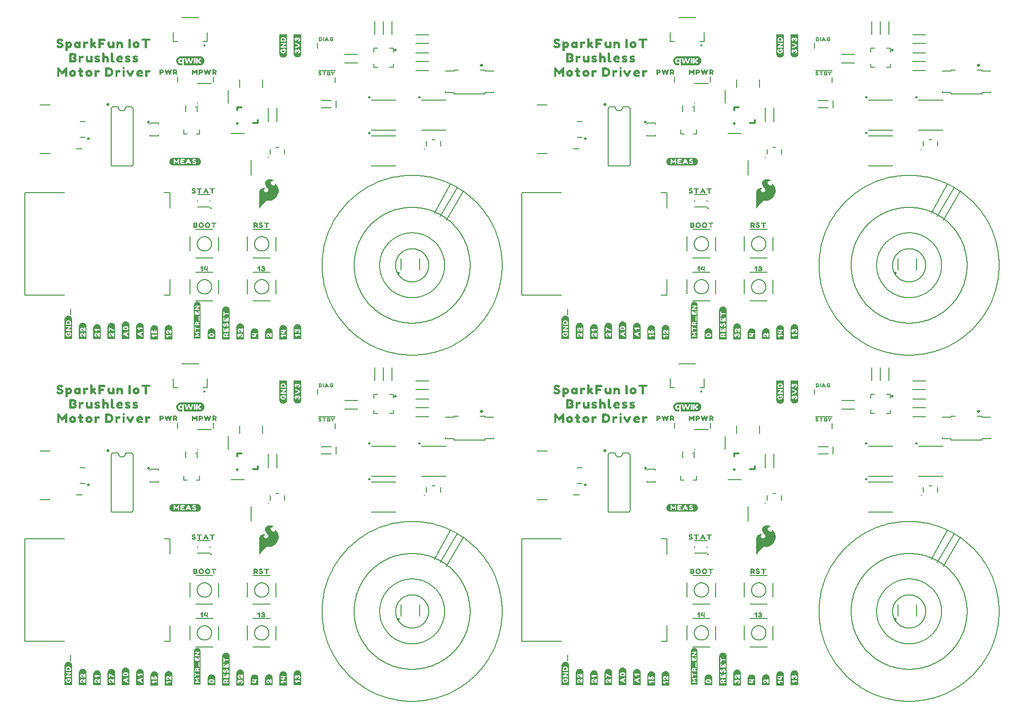
<source format=gto>
G04 EAGLE Gerber RS-274X export*
G75*
%MOMM*%
%FSLAX34Y34*%
%LPD*%
%INSilkscreen Top*%
%IPPOS*%
%AMOC8*
5,1,8,0,0,1.08239X$1,22.5*%
G01*
%ADD10C,0.203200*%
%ADD11C,0.127000*%
%ADD12C,0.508000*%
%ADD13C,0.254000*%
%ADD14C,0.152400*%
%ADD15C,0.254000*%
%ADD16C,0.177800*%
%ADD17C,0.280000*%
%ADD18C,0.300000*%
%ADD19C,0.300000*%

G36*
X1296375Y881170D02*
X1296375Y881170D01*
X1296459Y881173D01*
X1296460Y881173D01*
X1296461Y881173D01*
X1296539Y881216D01*
X1296612Y881255D01*
X1296612Y881256D01*
X1296613Y881256D01*
X1296617Y881262D01*
X1296700Y881370D01*
X1296773Y881515D01*
X1297129Y881871D01*
X1297136Y881882D01*
X1297149Y881893D01*
X1297749Y882593D01*
X1297753Y882600D01*
X1297760Y882607D01*
X1298452Y883496D01*
X1299343Y884486D01*
X1299346Y884491D01*
X1299352Y884497D01*
X1300347Y885690D01*
X1301440Y886883D01*
X1302639Y888181D01*
X1303939Y889581D01*
X1303943Y889588D01*
X1303950Y889594D01*
X1305040Y890882D01*
X1306122Y891964D01*
X1307097Y892842D01*
X1308049Y893508D01*
X1309090Y893981D01*
X1310111Y894260D01*
X1313960Y894260D01*
X1313980Y894265D01*
X1314007Y894263D01*
X1316407Y894563D01*
X1316429Y894571D01*
X1316460Y894573D01*
X1318660Y895173D01*
X1318683Y895185D01*
X1318716Y895193D01*
X1320716Y896093D01*
X1320735Y896107D01*
X1320763Y896119D01*
X1322663Y897319D01*
X1322674Y897329D01*
X1322691Y897338D01*
X1324391Y898638D01*
X1324408Y898659D01*
X1324437Y898680D01*
X1325937Y900280D01*
X1325945Y900294D01*
X1325960Y900307D01*
X1327360Y902107D01*
X1327373Y902134D01*
X1327398Y902166D01*
X1329298Y905866D01*
X1329306Y905897D01*
X1329326Y905938D01*
X1330326Y909538D01*
X1330328Y909572D01*
X1330340Y909618D01*
X1330540Y913118D01*
X1330534Y913150D01*
X1330536Y913197D01*
X1330036Y916497D01*
X1330025Y916526D01*
X1330018Y916568D01*
X1329018Y919368D01*
X1329004Y919389D01*
X1328994Y919421D01*
X1327694Y921821D01*
X1327668Y921850D01*
X1327629Y921909D01*
X1325929Y923609D01*
X1325899Y923627D01*
X1325862Y923662D01*
X1324262Y924662D01*
X1324196Y924685D01*
X1324132Y924713D01*
X1324115Y924713D01*
X1324098Y924718D01*
X1324029Y924709D01*
X1323959Y924707D01*
X1323944Y924698D01*
X1323926Y924696D01*
X1323868Y924657D01*
X1323807Y924624D01*
X1323797Y924609D01*
X1323782Y924599D01*
X1323747Y924539D01*
X1323707Y924482D01*
X1323704Y924463D01*
X1323696Y924449D01*
X1323693Y924410D01*
X1323680Y924340D01*
X1323680Y923740D01*
X1323687Y923710D01*
X1323687Y923665D01*
X1323773Y923234D01*
X1323597Y922174D01*
X1323358Y921776D01*
X1322943Y921361D01*
X1322382Y921120D01*
X1321813Y921120D01*
X1320498Y921496D01*
X1319757Y921867D01*
X1318395Y922840D01*
X1317718Y923419D01*
X1317259Y923878D01*
X1316782Y924642D01*
X1316779Y924645D01*
X1316776Y924651D01*
X1316409Y925202D01*
X1316232Y925824D01*
X1316145Y926340D01*
X1316228Y926837D01*
X1316407Y927284D01*
X1316682Y927834D01*
X1317036Y928276D01*
X1317774Y928922D01*
X1318152Y929111D01*
X1318493Y929281D01*
X1319227Y929465D01*
X1320081Y929560D01*
X1321313Y929560D01*
X1321668Y929471D01*
X1321704Y929471D01*
X1321760Y929460D01*
X1321860Y929460D01*
X1321921Y929474D01*
X1321984Y929480D01*
X1322005Y929494D01*
X1322029Y929499D01*
X1322077Y929539D01*
X1322130Y929573D01*
X1322143Y929594D01*
X1322162Y929609D01*
X1322188Y929667D01*
X1322221Y929720D01*
X1322223Y929745D01*
X1322233Y929768D01*
X1322231Y929830D01*
X1322237Y929893D01*
X1322228Y929916D01*
X1322227Y929941D01*
X1322197Y929996D01*
X1322174Y930055D01*
X1322154Y930074D01*
X1322144Y930093D01*
X1322113Y930114D01*
X1322071Y930156D01*
X1321777Y930353D01*
X1321081Y930849D01*
X1321066Y930855D01*
X1321052Y930868D01*
X1319852Y931568D01*
X1319828Y931576D01*
X1319801Y931593D01*
X1318301Y932193D01*
X1318283Y932196D01*
X1318262Y932206D01*
X1316462Y932706D01*
X1316428Y932708D01*
X1316379Y932720D01*
X1314379Y932820D01*
X1314341Y932813D01*
X1314276Y932811D01*
X1312076Y932311D01*
X1312042Y932294D01*
X1311984Y932277D01*
X1309684Y931077D01*
X1309659Y931056D01*
X1309618Y931034D01*
X1307918Y929634D01*
X1307895Y929603D01*
X1307847Y929555D01*
X1306747Y927955D01*
X1306733Y927920D01*
X1306701Y927867D01*
X1306101Y926167D01*
X1306098Y926132D01*
X1306096Y926121D01*
X1306087Y926102D01*
X1306088Y926080D01*
X1306080Y926040D01*
X1306080Y924340D01*
X1306089Y924302D01*
X1306095Y924233D01*
X1306595Y922533D01*
X1306609Y922508D01*
X1306620Y922470D01*
X1307520Y920670D01*
X1307539Y920647D01*
X1307558Y920609D01*
X1308858Y918909D01*
X1308875Y918895D01*
X1308891Y918871D01*
X1310582Y917181D01*
X1311838Y915731D01*
X1312480Y914356D01*
X1312480Y913097D01*
X1312121Y911932D01*
X1311309Y911030D01*
X1310199Y910289D01*
X1308907Y909920D01*
X1307411Y909920D01*
X1306371Y910204D01*
X1305551Y910477D01*
X1304918Y911019D01*
X1304373Y911565D01*
X1304116Y912078D01*
X1303940Y912693D01*
X1303940Y913278D01*
X1304101Y913761D01*
X1304348Y914090D01*
X1304714Y914456D01*
X1305193Y914839D01*
X1305548Y915106D01*
X1306001Y915287D01*
X1306013Y915295D01*
X1306030Y915300D01*
X1306274Y915422D01*
X1306630Y915600D01*
X1306659Y915624D01*
X1306729Y915671D01*
X1306829Y915771D01*
X1306842Y915793D01*
X1306862Y915809D01*
X1306888Y915866D01*
X1306920Y915918D01*
X1306923Y915944D01*
X1306933Y915968D01*
X1306931Y916029D01*
X1306937Y916091D01*
X1306928Y916115D01*
X1306927Y916141D01*
X1306897Y916195D01*
X1306875Y916253D01*
X1306856Y916270D01*
X1306844Y916293D01*
X1306794Y916328D01*
X1306748Y916370D01*
X1306723Y916378D01*
X1306702Y916393D01*
X1306618Y916409D01*
X1306582Y916420D01*
X1306572Y916418D01*
X1306560Y916420D01*
X1306522Y916420D01*
X1306291Y916497D01*
X1305801Y916693D01*
X1305766Y916698D01*
X1305714Y916716D01*
X1305014Y916816D01*
X1304990Y916814D01*
X1304960Y916820D01*
X1303160Y916820D01*
X1303130Y916813D01*
X1303085Y916813D01*
X1302085Y916613D01*
X1302075Y916608D01*
X1302060Y916607D01*
X1300960Y916307D01*
X1300943Y916298D01*
X1300919Y916293D01*
X1299919Y915893D01*
X1299892Y915874D01*
X1299849Y915856D01*
X1298949Y915256D01*
X1298928Y915234D01*
X1298891Y915209D01*
X1298091Y914409D01*
X1298080Y914391D01*
X1298060Y914373D01*
X1297360Y913473D01*
X1297349Y913449D01*
X1297326Y913422D01*
X1296726Y912322D01*
X1296717Y912289D01*
X1296694Y912244D01*
X1296294Y910844D01*
X1296293Y910819D01*
X1296283Y910787D01*
X1296083Y909187D01*
X1296084Y909175D01*
X1296080Y909160D01*
X1295980Y907260D01*
X1295982Y907251D01*
X1295980Y907240D01*
X1295980Y881540D01*
X1296000Y881455D01*
X1296019Y881373D01*
X1296019Y881372D01*
X1296019Y881371D01*
X1296076Y881303D01*
X1296128Y881239D01*
X1296129Y881238D01*
X1296207Y881203D01*
X1296286Y881167D01*
X1296287Y881167D01*
X1296288Y881167D01*
X1296375Y881170D01*
G37*
G36*
X414995Y881170D02*
X414995Y881170D01*
X415079Y881173D01*
X415080Y881173D01*
X415081Y881173D01*
X415159Y881216D01*
X415232Y881255D01*
X415232Y881256D01*
X415233Y881256D01*
X415237Y881262D01*
X415320Y881370D01*
X415393Y881515D01*
X415749Y881871D01*
X415756Y881882D01*
X415769Y881893D01*
X416369Y882593D01*
X416373Y882600D01*
X416380Y882607D01*
X417072Y883496D01*
X417963Y884486D01*
X417966Y884491D01*
X417972Y884497D01*
X418967Y885690D01*
X420060Y886883D01*
X421259Y888181D01*
X422559Y889581D01*
X422563Y889588D01*
X422570Y889594D01*
X423660Y890882D01*
X424742Y891964D01*
X425717Y892842D01*
X426669Y893508D01*
X427710Y893981D01*
X428731Y894260D01*
X432580Y894260D01*
X432600Y894265D01*
X432627Y894263D01*
X435027Y894563D01*
X435049Y894571D01*
X435080Y894573D01*
X437280Y895173D01*
X437303Y895185D01*
X437336Y895193D01*
X439336Y896093D01*
X439355Y896107D01*
X439383Y896119D01*
X441283Y897319D01*
X441294Y897329D01*
X441311Y897338D01*
X443011Y898638D01*
X443028Y898659D01*
X443057Y898680D01*
X444557Y900280D01*
X444565Y900294D01*
X444580Y900307D01*
X445980Y902107D01*
X445993Y902134D01*
X446018Y902166D01*
X447918Y905866D01*
X447926Y905897D01*
X447946Y905938D01*
X448946Y909538D01*
X448948Y909572D01*
X448960Y909618D01*
X449160Y913118D01*
X449154Y913150D01*
X449156Y913197D01*
X448656Y916497D01*
X448645Y916526D01*
X448638Y916568D01*
X447638Y919368D01*
X447624Y919389D01*
X447614Y919421D01*
X446314Y921821D01*
X446288Y921850D01*
X446249Y921909D01*
X444549Y923609D01*
X444519Y923627D01*
X444482Y923662D01*
X442882Y924662D01*
X442816Y924685D01*
X442752Y924713D01*
X442735Y924713D01*
X442718Y924718D01*
X442649Y924709D01*
X442579Y924707D01*
X442564Y924698D01*
X442546Y924696D01*
X442488Y924657D01*
X442427Y924624D01*
X442417Y924609D01*
X442402Y924599D01*
X442367Y924539D01*
X442327Y924482D01*
X442324Y924463D01*
X442316Y924449D01*
X442313Y924410D01*
X442300Y924340D01*
X442300Y923740D01*
X442307Y923710D01*
X442307Y923665D01*
X442393Y923234D01*
X442217Y922174D01*
X441978Y921776D01*
X441563Y921361D01*
X441002Y921120D01*
X440433Y921120D01*
X439118Y921496D01*
X438377Y921867D01*
X437015Y922840D01*
X436338Y923419D01*
X435879Y923878D01*
X435402Y924642D01*
X435399Y924645D01*
X435396Y924651D01*
X435029Y925202D01*
X434852Y925824D01*
X434765Y926340D01*
X434848Y926837D01*
X435027Y927284D01*
X435302Y927834D01*
X435656Y928276D01*
X436394Y928922D01*
X436772Y929111D01*
X437113Y929281D01*
X437847Y929465D01*
X438701Y929560D01*
X439933Y929560D01*
X440288Y929471D01*
X440324Y929471D01*
X440380Y929460D01*
X440480Y929460D01*
X440541Y929474D01*
X440604Y929480D01*
X440625Y929494D01*
X440649Y929499D01*
X440697Y929539D01*
X440750Y929573D01*
X440763Y929594D01*
X440782Y929609D01*
X440808Y929667D01*
X440841Y929720D01*
X440843Y929745D01*
X440853Y929768D01*
X440851Y929830D01*
X440857Y929893D01*
X440848Y929916D01*
X440847Y929941D01*
X440817Y929996D01*
X440794Y930055D01*
X440774Y930074D01*
X440764Y930093D01*
X440733Y930114D01*
X440691Y930156D01*
X440397Y930353D01*
X439701Y930849D01*
X439686Y930855D01*
X439672Y930868D01*
X438472Y931568D01*
X438448Y931576D01*
X438421Y931593D01*
X436921Y932193D01*
X436903Y932196D01*
X436882Y932206D01*
X435082Y932706D01*
X435048Y932708D01*
X434999Y932720D01*
X432999Y932820D01*
X432961Y932813D01*
X432896Y932811D01*
X430696Y932311D01*
X430662Y932294D01*
X430604Y932277D01*
X428304Y931077D01*
X428279Y931056D01*
X428238Y931034D01*
X426538Y929634D01*
X426515Y929603D01*
X426467Y929555D01*
X425367Y927955D01*
X425353Y927920D01*
X425321Y927867D01*
X424721Y926167D01*
X424718Y926132D01*
X424716Y926121D01*
X424707Y926102D01*
X424708Y926080D01*
X424700Y926040D01*
X424700Y924340D01*
X424709Y924302D01*
X424715Y924233D01*
X425215Y922533D01*
X425229Y922508D01*
X425240Y922470D01*
X426140Y920670D01*
X426159Y920647D01*
X426178Y920609D01*
X427478Y918909D01*
X427495Y918895D01*
X427511Y918871D01*
X429202Y917181D01*
X430458Y915731D01*
X431100Y914356D01*
X431100Y913097D01*
X430741Y911932D01*
X429929Y911030D01*
X428819Y910289D01*
X427527Y909920D01*
X426031Y909920D01*
X424991Y910204D01*
X424171Y910477D01*
X423538Y911019D01*
X422993Y911565D01*
X422736Y912078D01*
X422560Y912693D01*
X422560Y913278D01*
X422721Y913761D01*
X422968Y914090D01*
X423334Y914456D01*
X423813Y914839D01*
X424168Y915106D01*
X424621Y915287D01*
X424633Y915295D01*
X424650Y915300D01*
X424894Y915422D01*
X425250Y915600D01*
X425279Y915624D01*
X425349Y915671D01*
X425449Y915771D01*
X425462Y915793D01*
X425482Y915809D01*
X425508Y915866D01*
X425540Y915918D01*
X425543Y915944D01*
X425553Y915968D01*
X425551Y916029D01*
X425557Y916091D01*
X425548Y916115D01*
X425547Y916141D01*
X425517Y916195D01*
X425495Y916253D01*
X425476Y916270D01*
X425464Y916293D01*
X425414Y916328D01*
X425368Y916370D01*
X425343Y916378D01*
X425322Y916393D01*
X425238Y916409D01*
X425202Y916420D01*
X425192Y916418D01*
X425180Y916420D01*
X425142Y916420D01*
X424911Y916497D01*
X424421Y916693D01*
X424386Y916698D01*
X424334Y916716D01*
X423634Y916816D01*
X423610Y916814D01*
X423580Y916820D01*
X421780Y916820D01*
X421750Y916813D01*
X421705Y916813D01*
X420705Y916613D01*
X420695Y916608D01*
X420680Y916607D01*
X419580Y916307D01*
X419563Y916298D01*
X419539Y916293D01*
X418539Y915893D01*
X418512Y915874D01*
X418469Y915856D01*
X417569Y915256D01*
X417548Y915234D01*
X417511Y915209D01*
X416711Y914409D01*
X416700Y914391D01*
X416680Y914373D01*
X415980Y913473D01*
X415969Y913449D01*
X415946Y913422D01*
X415346Y912322D01*
X415337Y912289D01*
X415314Y912244D01*
X414914Y910844D01*
X414913Y910819D01*
X414903Y910787D01*
X414703Y909187D01*
X414704Y909175D01*
X414700Y909160D01*
X414600Y907260D01*
X414602Y907251D01*
X414600Y907240D01*
X414600Y881540D01*
X414620Y881455D01*
X414639Y881373D01*
X414639Y881372D01*
X414639Y881371D01*
X414696Y881303D01*
X414748Y881239D01*
X414749Y881238D01*
X414827Y881203D01*
X414906Y881167D01*
X414907Y881167D01*
X414908Y881167D01*
X414995Y881170D01*
G37*
G36*
X414995Y266490D02*
X414995Y266490D01*
X415079Y266493D01*
X415080Y266493D01*
X415081Y266493D01*
X415159Y266536D01*
X415232Y266575D01*
X415232Y266576D01*
X415233Y266576D01*
X415237Y266582D01*
X415320Y266690D01*
X415393Y266835D01*
X415749Y267191D01*
X415756Y267202D01*
X415769Y267213D01*
X416369Y267913D01*
X416373Y267920D01*
X416380Y267927D01*
X417072Y268816D01*
X417963Y269806D01*
X417966Y269811D01*
X417972Y269817D01*
X418967Y271010D01*
X420060Y272203D01*
X421259Y273501D01*
X422559Y274901D01*
X422563Y274908D01*
X422570Y274914D01*
X423660Y276202D01*
X424742Y277284D01*
X425717Y278162D01*
X426669Y278828D01*
X427710Y279301D01*
X428731Y279580D01*
X432580Y279580D01*
X432600Y279585D01*
X432627Y279583D01*
X435027Y279883D01*
X435049Y279891D01*
X435080Y279893D01*
X437280Y280493D01*
X437303Y280505D01*
X437336Y280513D01*
X439336Y281413D01*
X439355Y281427D01*
X439383Y281439D01*
X441283Y282639D01*
X441294Y282649D01*
X441311Y282658D01*
X443011Y283958D01*
X443028Y283979D01*
X443057Y284000D01*
X444557Y285600D01*
X444565Y285614D01*
X444580Y285627D01*
X445980Y287427D01*
X445993Y287454D01*
X446018Y287486D01*
X447918Y291186D01*
X447926Y291217D01*
X447946Y291258D01*
X448946Y294858D01*
X448948Y294892D01*
X448960Y294938D01*
X449160Y298438D01*
X449154Y298470D01*
X449156Y298517D01*
X448656Y301817D01*
X448645Y301846D01*
X448638Y301888D01*
X447638Y304688D01*
X447624Y304709D01*
X447614Y304741D01*
X446314Y307141D01*
X446288Y307170D01*
X446249Y307229D01*
X444549Y308929D01*
X444519Y308947D01*
X444482Y308982D01*
X442882Y309982D01*
X442816Y310005D01*
X442752Y310033D01*
X442735Y310033D01*
X442718Y310038D01*
X442649Y310029D01*
X442579Y310027D01*
X442564Y310018D01*
X442546Y310016D01*
X442488Y309977D01*
X442427Y309944D01*
X442417Y309929D01*
X442402Y309919D01*
X442367Y309859D01*
X442327Y309802D01*
X442324Y309783D01*
X442316Y309769D01*
X442313Y309730D01*
X442300Y309660D01*
X442300Y309060D01*
X442307Y309030D01*
X442307Y308985D01*
X442393Y308554D01*
X442217Y307494D01*
X441978Y307096D01*
X441563Y306681D01*
X441002Y306440D01*
X440433Y306440D01*
X439118Y306816D01*
X438377Y307187D01*
X437015Y308160D01*
X436338Y308739D01*
X435879Y309198D01*
X435402Y309962D01*
X435399Y309965D01*
X435396Y309971D01*
X435029Y310522D01*
X434852Y311144D01*
X434765Y311660D01*
X434848Y312157D01*
X435027Y312604D01*
X435302Y313154D01*
X435656Y313596D01*
X436394Y314242D01*
X436772Y314431D01*
X437113Y314601D01*
X437847Y314785D01*
X438701Y314880D01*
X439933Y314880D01*
X440288Y314791D01*
X440324Y314791D01*
X440380Y314780D01*
X440480Y314780D01*
X440541Y314794D01*
X440604Y314800D01*
X440625Y314814D01*
X440649Y314819D01*
X440697Y314859D01*
X440750Y314893D01*
X440763Y314914D01*
X440782Y314929D01*
X440808Y314987D01*
X440841Y315040D01*
X440843Y315065D01*
X440853Y315088D01*
X440851Y315150D01*
X440857Y315213D01*
X440848Y315236D01*
X440847Y315261D01*
X440817Y315316D01*
X440794Y315375D01*
X440774Y315394D01*
X440764Y315413D01*
X440733Y315434D01*
X440691Y315476D01*
X440397Y315673D01*
X439701Y316169D01*
X439686Y316175D01*
X439672Y316188D01*
X438472Y316888D01*
X438448Y316896D01*
X438421Y316913D01*
X436921Y317513D01*
X436903Y317516D01*
X436882Y317526D01*
X435082Y318026D01*
X435048Y318028D01*
X434999Y318040D01*
X432999Y318140D01*
X432961Y318133D01*
X432896Y318131D01*
X430696Y317631D01*
X430662Y317614D01*
X430604Y317597D01*
X428304Y316397D01*
X428279Y316376D01*
X428238Y316354D01*
X426538Y314954D01*
X426515Y314923D01*
X426467Y314875D01*
X425367Y313275D01*
X425353Y313240D01*
X425321Y313187D01*
X424721Y311487D01*
X424718Y311452D01*
X424716Y311441D01*
X424707Y311422D01*
X424708Y311400D01*
X424700Y311360D01*
X424700Y309660D01*
X424709Y309622D01*
X424715Y309553D01*
X425215Y307853D01*
X425229Y307828D01*
X425240Y307790D01*
X426140Y305990D01*
X426159Y305967D01*
X426178Y305929D01*
X427478Y304229D01*
X427495Y304215D01*
X427511Y304191D01*
X429202Y302501D01*
X430458Y301051D01*
X431100Y299676D01*
X431100Y298417D01*
X430741Y297252D01*
X429929Y296350D01*
X428819Y295609D01*
X427527Y295240D01*
X426031Y295240D01*
X424991Y295524D01*
X424171Y295797D01*
X423538Y296339D01*
X422993Y296885D01*
X422736Y297398D01*
X422560Y298013D01*
X422560Y298598D01*
X422721Y299081D01*
X422968Y299410D01*
X423334Y299776D01*
X423813Y300159D01*
X424168Y300426D01*
X424621Y300607D01*
X424633Y300615D01*
X424650Y300620D01*
X424894Y300742D01*
X425250Y300920D01*
X425279Y300944D01*
X425349Y300991D01*
X425449Y301091D01*
X425462Y301113D01*
X425482Y301129D01*
X425508Y301186D01*
X425540Y301238D01*
X425543Y301264D01*
X425553Y301288D01*
X425551Y301349D01*
X425557Y301411D01*
X425548Y301435D01*
X425547Y301461D01*
X425517Y301515D01*
X425495Y301573D01*
X425476Y301590D01*
X425464Y301613D01*
X425414Y301648D01*
X425368Y301690D01*
X425343Y301698D01*
X425322Y301713D01*
X425238Y301729D01*
X425202Y301740D01*
X425192Y301738D01*
X425180Y301740D01*
X425142Y301740D01*
X424911Y301817D01*
X424421Y302013D01*
X424386Y302018D01*
X424334Y302036D01*
X423634Y302136D01*
X423610Y302134D01*
X423580Y302140D01*
X421780Y302140D01*
X421750Y302133D01*
X421705Y302133D01*
X420705Y301933D01*
X420695Y301928D01*
X420680Y301927D01*
X419580Y301627D01*
X419563Y301618D01*
X419539Y301613D01*
X418539Y301213D01*
X418512Y301194D01*
X418469Y301176D01*
X417569Y300576D01*
X417548Y300554D01*
X417511Y300529D01*
X416711Y299729D01*
X416700Y299711D01*
X416680Y299693D01*
X415980Y298793D01*
X415969Y298769D01*
X415946Y298742D01*
X415346Y297642D01*
X415337Y297609D01*
X415314Y297564D01*
X414914Y296164D01*
X414913Y296139D01*
X414903Y296107D01*
X414703Y294507D01*
X414704Y294495D01*
X414700Y294480D01*
X414600Y292580D01*
X414602Y292571D01*
X414600Y292560D01*
X414600Y266860D01*
X414620Y266775D01*
X414639Y266693D01*
X414639Y266692D01*
X414639Y266691D01*
X414696Y266623D01*
X414748Y266559D01*
X414749Y266558D01*
X414827Y266523D01*
X414906Y266487D01*
X414907Y266487D01*
X414908Y266487D01*
X414995Y266490D01*
G37*
G36*
X1296375Y266490D02*
X1296375Y266490D01*
X1296459Y266493D01*
X1296460Y266493D01*
X1296461Y266493D01*
X1296539Y266536D01*
X1296612Y266575D01*
X1296612Y266576D01*
X1296613Y266576D01*
X1296617Y266582D01*
X1296700Y266690D01*
X1296773Y266835D01*
X1297129Y267191D01*
X1297136Y267202D01*
X1297149Y267213D01*
X1297749Y267913D01*
X1297753Y267920D01*
X1297760Y267927D01*
X1298452Y268816D01*
X1299343Y269806D01*
X1299346Y269811D01*
X1299352Y269817D01*
X1300347Y271010D01*
X1301440Y272203D01*
X1302639Y273501D01*
X1303939Y274901D01*
X1303943Y274908D01*
X1303950Y274914D01*
X1305040Y276202D01*
X1306122Y277284D01*
X1307097Y278162D01*
X1308049Y278828D01*
X1309090Y279301D01*
X1310111Y279580D01*
X1313960Y279580D01*
X1313980Y279585D01*
X1314007Y279583D01*
X1316407Y279883D01*
X1316429Y279891D01*
X1316460Y279893D01*
X1318660Y280493D01*
X1318683Y280505D01*
X1318716Y280513D01*
X1320716Y281413D01*
X1320735Y281427D01*
X1320763Y281439D01*
X1322663Y282639D01*
X1322674Y282649D01*
X1322691Y282658D01*
X1324391Y283958D01*
X1324408Y283979D01*
X1324437Y284000D01*
X1325937Y285600D01*
X1325945Y285614D01*
X1325960Y285627D01*
X1327360Y287427D01*
X1327373Y287454D01*
X1327398Y287486D01*
X1329298Y291186D01*
X1329306Y291217D01*
X1329326Y291258D01*
X1330326Y294858D01*
X1330328Y294892D01*
X1330340Y294938D01*
X1330540Y298438D01*
X1330534Y298470D01*
X1330536Y298517D01*
X1330036Y301817D01*
X1330025Y301846D01*
X1330018Y301888D01*
X1329018Y304688D01*
X1329004Y304709D01*
X1328994Y304741D01*
X1327694Y307141D01*
X1327668Y307170D01*
X1327629Y307229D01*
X1325929Y308929D01*
X1325899Y308947D01*
X1325862Y308982D01*
X1324262Y309982D01*
X1324196Y310005D01*
X1324132Y310033D01*
X1324115Y310033D01*
X1324098Y310038D01*
X1324029Y310029D01*
X1323959Y310027D01*
X1323944Y310018D01*
X1323926Y310016D01*
X1323868Y309977D01*
X1323807Y309944D01*
X1323797Y309929D01*
X1323782Y309919D01*
X1323747Y309859D01*
X1323707Y309802D01*
X1323704Y309783D01*
X1323696Y309769D01*
X1323693Y309730D01*
X1323680Y309660D01*
X1323680Y309060D01*
X1323687Y309030D01*
X1323687Y308985D01*
X1323773Y308554D01*
X1323597Y307494D01*
X1323358Y307096D01*
X1322943Y306681D01*
X1322382Y306440D01*
X1321813Y306440D01*
X1320498Y306816D01*
X1319757Y307187D01*
X1318395Y308160D01*
X1317718Y308739D01*
X1317259Y309198D01*
X1316782Y309962D01*
X1316779Y309965D01*
X1316776Y309971D01*
X1316409Y310522D01*
X1316232Y311144D01*
X1316145Y311660D01*
X1316228Y312157D01*
X1316407Y312604D01*
X1316682Y313154D01*
X1317036Y313596D01*
X1317774Y314242D01*
X1318152Y314431D01*
X1318493Y314601D01*
X1319227Y314785D01*
X1320081Y314880D01*
X1321313Y314880D01*
X1321668Y314791D01*
X1321704Y314791D01*
X1321760Y314780D01*
X1321860Y314780D01*
X1321921Y314794D01*
X1321984Y314800D01*
X1322005Y314814D01*
X1322029Y314819D01*
X1322077Y314859D01*
X1322130Y314893D01*
X1322143Y314914D01*
X1322162Y314929D01*
X1322188Y314987D01*
X1322221Y315040D01*
X1322223Y315065D01*
X1322233Y315088D01*
X1322231Y315150D01*
X1322237Y315213D01*
X1322228Y315236D01*
X1322227Y315261D01*
X1322197Y315316D01*
X1322174Y315375D01*
X1322154Y315394D01*
X1322144Y315413D01*
X1322113Y315434D01*
X1322071Y315476D01*
X1321777Y315673D01*
X1321081Y316169D01*
X1321066Y316175D01*
X1321052Y316188D01*
X1319852Y316888D01*
X1319828Y316896D01*
X1319801Y316913D01*
X1318301Y317513D01*
X1318283Y317516D01*
X1318262Y317526D01*
X1316462Y318026D01*
X1316428Y318028D01*
X1316379Y318040D01*
X1314379Y318140D01*
X1314341Y318133D01*
X1314276Y318131D01*
X1312076Y317631D01*
X1312042Y317614D01*
X1311984Y317597D01*
X1309684Y316397D01*
X1309659Y316376D01*
X1309618Y316354D01*
X1307918Y314954D01*
X1307895Y314923D01*
X1307847Y314875D01*
X1306747Y313275D01*
X1306733Y313240D01*
X1306701Y313187D01*
X1306101Y311487D01*
X1306098Y311452D01*
X1306096Y311441D01*
X1306087Y311422D01*
X1306088Y311400D01*
X1306080Y311360D01*
X1306080Y309660D01*
X1306089Y309622D01*
X1306095Y309553D01*
X1306595Y307853D01*
X1306609Y307828D01*
X1306620Y307790D01*
X1307520Y305990D01*
X1307539Y305967D01*
X1307558Y305929D01*
X1308858Y304229D01*
X1308875Y304215D01*
X1308891Y304191D01*
X1310582Y302501D01*
X1311838Y301051D01*
X1312480Y299676D01*
X1312480Y298417D01*
X1312121Y297252D01*
X1311309Y296350D01*
X1310199Y295609D01*
X1308907Y295240D01*
X1307411Y295240D01*
X1306371Y295524D01*
X1305551Y295797D01*
X1304918Y296339D01*
X1304373Y296885D01*
X1304116Y297398D01*
X1303940Y298013D01*
X1303940Y298598D01*
X1304101Y299081D01*
X1304348Y299410D01*
X1304714Y299776D01*
X1305193Y300159D01*
X1305548Y300426D01*
X1306001Y300607D01*
X1306013Y300615D01*
X1306030Y300620D01*
X1306274Y300742D01*
X1306630Y300920D01*
X1306659Y300944D01*
X1306729Y300991D01*
X1306829Y301091D01*
X1306842Y301113D01*
X1306862Y301129D01*
X1306888Y301186D01*
X1306920Y301238D01*
X1306923Y301264D01*
X1306933Y301288D01*
X1306931Y301349D01*
X1306937Y301411D01*
X1306928Y301435D01*
X1306927Y301461D01*
X1306897Y301515D01*
X1306875Y301573D01*
X1306856Y301590D01*
X1306844Y301613D01*
X1306794Y301648D01*
X1306748Y301690D01*
X1306723Y301698D01*
X1306702Y301713D01*
X1306618Y301729D01*
X1306582Y301740D01*
X1306572Y301738D01*
X1306560Y301740D01*
X1306522Y301740D01*
X1306291Y301817D01*
X1305801Y302013D01*
X1305766Y302018D01*
X1305714Y302036D01*
X1305014Y302136D01*
X1304990Y302134D01*
X1304960Y302140D01*
X1303160Y302140D01*
X1303130Y302133D01*
X1303085Y302133D01*
X1302085Y301933D01*
X1302075Y301928D01*
X1302060Y301927D01*
X1300960Y301627D01*
X1300943Y301618D01*
X1300919Y301613D01*
X1299919Y301213D01*
X1299892Y301194D01*
X1299849Y301176D01*
X1298949Y300576D01*
X1298928Y300554D01*
X1298891Y300529D01*
X1298091Y299729D01*
X1298080Y299711D01*
X1298060Y299693D01*
X1297360Y298793D01*
X1297349Y298769D01*
X1297326Y298742D01*
X1296726Y297642D01*
X1296717Y297609D01*
X1296694Y297564D01*
X1296294Y296164D01*
X1296293Y296139D01*
X1296283Y296107D01*
X1296083Y294507D01*
X1296084Y294495D01*
X1296080Y294480D01*
X1295980Y292580D01*
X1295982Y292571D01*
X1295980Y292560D01*
X1295980Y266860D01*
X1296000Y266775D01*
X1296019Y266693D01*
X1296019Y266692D01*
X1296019Y266691D01*
X1296076Y266623D01*
X1296128Y266559D01*
X1296129Y266558D01*
X1296207Y266523D01*
X1296286Y266487D01*
X1296287Y266487D01*
X1296288Y266487D01*
X1296375Y266490D01*
G37*
G36*
X1243506Y648010D02*
X1243506Y648010D01*
X1243519Y648010D01*
X1243819Y648410D01*
X1243819Y648418D01*
X1243823Y648421D01*
X1243819Y648425D01*
X1243819Y648432D01*
X1243829Y648440D01*
X1243829Y699840D01*
X1243826Y699844D01*
X1243829Y699847D01*
X1243629Y701247D01*
X1243628Y701248D01*
X1243629Y701248D01*
X1243529Y701848D01*
X1243522Y701854D01*
X1243525Y701859D01*
X1243225Y702559D01*
X1243223Y702561D01*
X1243224Y702562D01*
X1242624Y703762D01*
X1242617Y703765D01*
X1242618Y703771D01*
X1242218Y704271D01*
X1242214Y704272D01*
X1242215Y704275D01*
X1241215Y705275D01*
X1241206Y705276D01*
X1241205Y705282D01*
X1240706Y705582D01*
X1240107Y705981D01*
X1240103Y705981D01*
X1240102Y705984D01*
X1239502Y706284D01*
X1239495Y706283D01*
X1239494Y706287D01*
X1238794Y706487D01*
X1238790Y706486D01*
X1238788Y706489D01*
X1238188Y706589D01*
X1238187Y706588D01*
X1238187Y706589D01*
X1237487Y706689D01*
X1237482Y706686D01*
X1237480Y706689D01*
X1236080Y706689D01*
X1236071Y706682D01*
X1236064Y706687D01*
X1235469Y706488D01*
X1234773Y706389D01*
X1234765Y706381D01*
X1234758Y706384D01*
X1233558Y705784D01*
X1233556Y705780D01*
X1233553Y705781D01*
X1232953Y705381D01*
X1232952Y705378D01*
X1232949Y705378D01*
X1232449Y704978D01*
X1232448Y704974D01*
X1232445Y704975D01*
X1231945Y704475D01*
X1231945Y704471D01*
X1231942Y704471D01*
X1231542Y703971D01*
X1231541Y703967D01*
X1231539Y703967D01*
X1231139Y703367D01*
X1231139Y703363D01*
X1231136Y703362D01*
X1230536Y702162D01*
X1230537Y702157D01*
X1230533Y702156D01*
X1230333Y701556D01*
X1230335Y701549D01*
X1230331Y701547D01*
X1230131Y700147D01*
X1230134Y700142D01*
X1230131Y700140D01*
X1230131Y651440D01*
X1230131Y651439D01*
X1230131Y651438D01*
X1230133Y651436D01*
X1230167Y651393D01*
X1230181Y651403D01*
X1230190Y651396D01*
X1230163Y651386D01*
X1230150Y651367D01*
X1230133Y651353D01*
X1230138Y651347D01*
X1230136Y651344D01*
X1230131Y651340D01*
X1230131Y648340D01*
X1230150Y648314D01*
X1230150Y648301D01*
X1230550Y648001D01*
X1230572Y648001D01*
X1230580Y647991D01*
X1243480Y647991D01*
X1243506Y648010D01*
G37*
G36*
X362126Y648010D02*
X362126Y648010D01*
X362139Y648010D01*
X362439Y648410D01*
X362439Y648418D01*
X362443Y648421D01*
X362439Y648425D01*
X362439Y648432D01*
X362449Y648440D01*
X362449Y699840D01*
X362446Y699844D01*
X362449Y699847D01*
X362249Y701247D01*
X362248Y701248D01*
X362249Y701248D01*
X362149Y701848D01*
X362142Y701854D01*
X362145Y701859D01*
X361845Y702559D01*
X361843Y702561D01*
X361844Y702562D01*
X361244Y703762D01*
X361237Y703765D01*
X361238Y703771D01*
X360838Y704271D01*
X360834Y704272D01*
X360835Y704275D01*
X359835Y705275D01*
X359826Y705276D01*
X359825Y705282D01*
X359326Y705582D01*
X358727Y705981D01*
X358723Y705981D01*
X358722Y705984D01*
X358122Y706284D01*
X358115Y706283D01*
X358114Y706287D01*
X357414Y706487D01*
X357410Y706486D01*
X357408Y706489D01*
X356808Y706589D01*
X356807Y706588D01*
X356807Y706589D01*
X356107Y706689D01*
X356102Y706686D01*
X356100Y706689D01*
X354700Y706689D01*
X354691Y706682D01*
X354684Y706687D01*
X354089Y706488D01*
X353393Y706389D01*
X353385Y706381D01*
X353378Y706384D01*
X352178Y705784D01*
X352176Y705780D01*
X352173Y705781D01*
X351573Y705381D01*
X351572Y705378D01*
X351569Y705378D01*
X351069Y704978D01*
X351068Y704974D01*
X351065Y704975D01*
X350565Y704475D01*
X350565Y704471D01*
X350562Y704471D01*
X350162Y703971D01*
X350161Y703967D01*
X350159Y703967D01*
X349759Y703367D01*
X349759Y703363D01*
X349756Y703362D01*
X349156Y702162D01*
X349157Y702157D01*
X349153Y702156D01*
X348953Y701556D01*
X348955Y701549D01*
X348951Y701547D01*
X348751Y700147D01*
X348754Y700142D01*
X348751Y700140D01*
X348751Y651440D01*
X348751Y651439D01*
X348751Y651438D01*
X348753Y651436D01*
X348787Y651393D01*
X348801Y651403D01*
X348810Y651396D01*
X348783Y651386D01*
X348770Y651367D01*
X348753Y651353D01*
X348758Y651347D01*
X348756Y651344D01*
X348751Y651340D01*
X348751Y648340D01*
X348770Y648314D01*
X348770Y648301D01*
X349170Y648001D01*
X349192Y648001D01*
X349200Y647991D01*
X362100Y647991D01*
X362126Y648010D01*
G37*
G36*
X362126Y33330D02*
X362126Y33330D01*
X362139Y33330D01*
X362439Y33730D01*
X362439Y33738D01*
X362443Y33741D01*
X362439Y33745D01*
X362439Y33752D01*
X362449Y33760D01*
X362449Y85160D01*
X362446Y85164D01*
X362449Y85167D01*
X362249Y86567D01*
X362248Y86568D01*
X362249Y86568D01*
X362149Y87168D01*
X362142Y87174D01*
X362145Y87179D01*
X361845Y87879D01*
X361843Y87881D01*
X361844Y87882D01*
X361244Y89082D01*
X361237Y89085D01*
X361238Y89091D01*
X360838Y89591D01*
X360834Y89592D01*
X360835Y89595D01*
X359835Y90595D01*
X359826Y90596D01*
X359825Y90602D01*
X359326Y90902D01*
X358727Y91301D01*
X358723Y91301D01*
X358722Y91304D01*
X358122Y91604D01*
X358115Y91603D01*
X358114Y91607D01*
X357414Y91807D01*
X357410Y91806D01*
X357408Y91809D01*
X356808Y91909D01*
X356807Y91908D01*
X356807Y91909D01*
X356107Y92009D01*
X356102Y92006D01*
X356100Y92009D01*
X354700Y92009D01*
X354691Y92002D01*
X354684Y92007D01*
X354089Y91808D01*
X353393Y91709D01*
X353385Y91701D01*
X353378Y91704D01*
X352178Y91104D01*
X352176Y91100D01*
X352173Y91101D01*
X351573Y90701D01*
X351572Y90698D01*
X351569Y90698D01*
X351069Y90298D01*
X351068Y90294D01*
X351065Y90295D01*
X350565Y89795D01*
X350565Y89791D01*
X350562Y89791D01*
X350162Y89291D01*
X350161Y89287D01*
X350159Y89287D01*
X349759Y88687D01*
X349759Y88683D01*
X349756Y88682D01*
X349156Y87482D01*
X349157Y87477D01*
X349153Y87476D01*
X348953Y86876D01*
X348955Y86869D01*
X348951Y86867D01*
X348751Y85467D01*
X348754Y85462D01*
X348751Y85460D01*
X348751Y36760D01*
X348751Y36759D01*
X348751Y36758D01*
X348753Y36756D01*
X348787Y36713D01*
X348801Y36723D01*
X348810Y36716D01*
X348783Y36706D01*
X348770Y36687D01*
X348753Y36673D01*
X348758Y36667D01*
X348756Y36664D01*
X348751Y36660D01*
X348751Y33660D01*
X348770Y33634D01*
X348770Y33621D01*
X349170Y33321D01*
X349192Y33321D01*
X349200Y33311D01*
X362100Y33311D01*
X362126Y33330D01*
G37*
G36*
X1243506Y33330D02*
X1243506Y33330D01*
X1243519Y33330D01*
X1243819Y33730D01*
X1243819Y33738D01*
X1243823Y33741D01*
X1243819Y33745D01*
X1243819Y33752D01*
X1243829Y33760D01*
X1243829Y85160D01*
X1243826Y85164D01*
X1243829Y85167D01*
X1243629Y86567D01*
X1243628Y86568D01*
X1243629Y86568D01*
X1243529Y87168D01*
X1243522Y87174D01*
X1243525Y87179D01*
X1243225Y87879D01*
X1243223Y87881D01*
X1243224Y87882D01*
X1242624Y89082D01*
X1242617Y89085D01*
X1242618Y89091D01*
X1242218Y89591D01*
X1242214Y89592D01*
X1242215Y89595D01*
X1241215Y90595D01*
X1241206Y90596D01*
X1241205Y90602D01*
X1240706Y90902D01*
X1240107Y91301D01*
X1240103Y91301D01*
X1240102Y91304D01*
X1239502Y91604D01*
X1239495Y91603D01*
X1239494Y91607D01*
X1238794Y91807D01*
X1238790Y91806D01*
X1238788Y91809D01*
X1238188Y91909D01*
X1238187Y91908D01*
X1238187Y91909D01*
X1237487Y92009D01*
X1237482Y92006D01*
X1237480Y92009D01*
X1236080Y92009D01*
X1236071Y92002D01*
X1236064Y92007D01*
X1235469Y91808D01*
X1234773Y91709D01*
X1234765Y91701D01*
X1234758Y91704D01*
X1233558Y91104D01*
X1233556Y91100D01*
X1233553Y91101D01*
X1232953Y90701D01*
X1232952Y90698D01*
X1232949Y90698D01*
X1232449Y90298D01*
X1232448Y90294D01*
X1232445Y90295D01*
X1231945Y89795D01*
X1231945Y89791D01*
X1231942Y89791D01*
X1231542Y89291D01*
X1231541Y89287D01*
X1231539Y89287D01*
X1231139Y88687D01*
X1231139Y88683D01*
X1231136Y88682D01*
X1230536Y87482D01*
X1230537Y87477D01*
X1230533Y87476D01*
X1230333Y86876D01*
X1230335Y86869D01*
X1230331Y86867D01*
X1230131Y85467D01*
X1230134Y85462D01*
X1230131Y85460D01*
X1230131Y36760D01*
X1230131Y36759D01*
X1230131Y36758D01*
X1230133Y36756D01*
X1230167Y36713D01*
X1230181Y36723D01*
X1230190Y36716D01*
X1230163Y36706D01*
X1230150Y36687D01*
X1230133Y36673D01*
X1230138Y36667D01*
X1230136Y36664D01*
X1230131Y36660D01*
X1230131Y33660D01*
X1230150Y33634D01*
X1230150Y33621D01*
X1230550Y33321D01*
X1230572Y33321D01*
X1230580Y33311D01*
X1243480Y33311D01*
X1243506Y33330D01*
G37*
G36*
X1191796Y34603D02*
X1191796Y34603D01*
X1191807Y34599D01*
X1192107Y34799D01*
X1192113Y34816D01*
X1192123Y34824D01*
X1192118Y34830D01*
X1192119Y34832D01*
X1192129Y34840D01*
X1192129Y95340D01*
X1192126Y95345D01*
X1192129Y95348D01*
X1192029Y95948D01*
X1192024Y95952D01*
X1192027Y95956D01*
X1191827Y96556D01*
X1191825Y96557D01*
X1191826Y96558D01*
X1191626Y97058D01*
X1191621Y97061D01*
X1191622Y97065D01*
X1191322Y97565D01*
X1191318Y97567D01*
X1191318Y97571D01*
X1190920Y98068D01*
X1190622Y98565D01*
X1190611Y98570D01*
X1190611Y98578D01*
X1190113Y98977D01*
X1189715Y99375D01*
X1189706Y99376D01*
X1189705Y99382D01*
X1189205Y99682D01*
X1189202Y99682D01*
X1189202Y99684D01*
X1188602Y99984D01*
X1188599Y99983D01*
X1188598Y99986D01*
X1188098Y100186D01*
X1188096Y100185D01*
X1188096Y100187D01*
X1187496Y100387D01*
X1187490Y100385D01*
X1187488Y100389D01*
X1186888Y100489D01*
X1186886Y100487D01*
X1186882Y100487D01*
X1186880Y100489D01*
X1185780Y100489D01*
X1185777Y100487D01*
X1185773Y100487D01*
X1185772Y100489D01*
X1184572Y100289D01*
X1184568Y100284D01*
X1184564Y100287D01*
X1183964Y100087D01*
X1183960Y100080D01*
X1183955Y100082D01*
X1183458Y99784D01*
X1182962Y99586D01*
X1182956Y99577D01*
X1182949Y99578D01*
X1182449Y99178D01*
X1182448Y99174D01*
X1182445Y99175D01*
X1181645Y98375D01*
X1181645Y98371D01*
X1181642Y98371D01*
X1181242Y97871D01*
X1181241Y97866D01*
X1181238Y97865D01*
X1180638Y96865D01*
X1180638Y96859D01*
X1180634Y96856D01*
X1180633Y96856D01*
X1180433Y96256D01*
X1180435Y96250D01*
X1180431Y96248D01*
X1180231Y95048D01*
X1180234Y95043D01*
X1180231Y95040D01*
X1180231Y34940D01*
X1180247Y34919D01*
X1180245Y34905D01*
X1180545Y34605D01*
X1180572Y34602D01*
X1180580Y34591D01*
X1191780Y34591D01*
X1191796Y34603D01*
G37*
G36*
X310416Y34603D02*
X310416Y34603D01*
X310427Y34599D01*
X310727Y34799D01*
X310733Y34816D01*
X310743Y34824D01*
X310738Y34830D01*
X310739Y34832D01*
X310749Y34840D01*
X310749Y95340D01*
X310746Y95345D01*
X310749Y95348D01*
X310649Y95948D01*
X310644Y95952D01*
X310647Y95956D01*
X310447Y96556D01*
X310445Y96557D01*
X310446Y96558D01*
X310246Y97058D01*
X310241Y97061D01*
X310242Y97065D01*
X309942Y97565D01*
X309938Y97567D01*
X309938Y97571D01*
X309540Y98068D01*
X309242Y98565D01*
X309231Y98570D01*
X309231Y98578D01*
X308733Y98977D01*
X308335Y99375D01*
X308326Y99376D01*
X308325Y99382D01*
X307825Y99682D01*
X307822Y99682D01*
X307822Y99684D01*
X307222Y99984D01*
X307219Y99983D01*
X307218Y99986D01*
X306718Y100186D01*
X306716Y100185D01*
X306716Y100187D01*
X306116Y100387D01*
X306110Y100385D01*
X306108Y100389D01*
X305508Y100489D01*
X305506Y100487D01*
X305502Y100487D01*
X305500Y100489D01*
X304400Y100489D01*
X304397Y100487D01*
X304393Y100487D01*
X304392Y100489D01*
X303192Y100289D01*
X303188Y100284D01*
X303184Y100287D01*
X302584Y100087D01*
X302580Y100080D01*
X302575Y100082D01*
X302078Y99784D01*
X301582Y99586D01*
X301576Y99577D01*
X301569Y99578D01*
X301069Y99178D01*
X301068Y99174D01*
X301065Y99175D01*
X300265Y98375D01*
X300265Y98371D01*
X300262Y98371D01*
X299862Y97871D01*
X299861Y97866D01*
X299858Y97865D01*
X299258Y96865D01*
X299258Y96859D01*
X299254Y96856D01*
X299253Y96856D01*
X299053Y96256D01*
X299055Y96250D01*
X299051Y96248D01*
X298851Y95048D01*
X298854Y95043D01*
X298851Y95040D01*
X298851Y34940D01*
X298867Y34919D01*
X298865Y34905D01*
X299165Y34605D01*
X299192Y34602D01*
X299200Y34591D01*
X310400Y34591D01*
X310416Y34603D01*
G37*
G36*
X310416Y649283D02*
X310416Y649283D01*
X310427Y649279D01*
X310727Y649479D01*
X310733Y649496D01*
X310743Y649504D01*
X310738Y649510D01*
X310739Y649512D01*
X310749Y649520D01*
X310749Y710020D01*
X310746Y710025D01*
X310749Y710028D01*
X310649Y710628D01*
X310644Y710632D01*
X310647Y710636D01*
X310447Y711236D01*
X310445Y711237D01*
X310446Y711238D01*
X310246Y711738D01*
X310241Y711741D01*
X310242Y711745D01*
X309942Y712245D01*
X309938Y712247D01*
X309938Y712251D01*
X309540Y712748D01*
X309242Y713245D01*
X309231Y713250D01*
X309231Y713258D01*
X308733Y713657D01*
X308335Y714055D01*
X308326Y714056D01*
X308325Y714062D01*
X307825Y714362D01*
X307822Y714362D01*
X307822Y714364D01*
X307222Y714664D01*
X307219Y714663D01*
X307218Y714666D01*
X306718Y714866D01*
X306716Y714865D01*
X306716Y714867D01*
X306116Y715067D01*
X306110Y715065D01*
X306108Y715069D01*
X305508Y715169D01*
X305506Y715167D01*
X305502Y715167D01*
X305500Y715169D01*
X304400Y715169D01*
X304397Y715167D01*
X304393Y715167D01*
X304392Y715169D01*
X303192Y714969D01*
X303188Y714964D01*
X303184Y714967D01*
X302584Y714767D01*
X302580Y714760D01*
X302575Y714762D01*
X302078Y714464D01*
X301582Y714266D01*
X301576Y714257D01*
X301569Y714258D01*
X301069Y713858D01*
X301068Y713854D01*
X301065Y713855D01*
X300265Y713055D01*
X300265Y713051D01*
X300262Y713051D01*
X299862Y712551D01*
X299861Y712546D01*
X299858Y712545D01*
X299258Y711545D01*
X299258Y711539D01*
X299254Y711536D01*
X299253Y711536D01*
X299053Y710936D01*
X299055Y710930D01*
X299051Y710928D01*
X298851Y709728D01*
X298854Y709723D01*
X298851Y709720D01*
X298851Y649620D01*
X298867Y649599D01*
X298865Y649585D01*
X299165Y649285D01*
X299192Y649282D01*
X299200Y649271D01*
X310400Y649271D01*
X310416Y649283D01*
G37*
G36*
X1191796Y649283D02*
X1191796Y649283D01*
X1191807Y649279D01*
X1192107Y649479D01*
X1192113Y649496D01*
X1192123Y649504D01*
X1192118Y649510D01*
X1192119Y649512D01*
X1192129Y649520D01*
X1192129Y710020D01*
X1192126Y710025D01*
X1192129Y710028D01*
X1192029Y710628D01*
X1192024Y710632D01*
X1192027Y710636D01*
X1191827Y711236D01*
X1191825Y711237D01*
X1191826Y711238D01*
X1191626Y711738D01*
X1191621Y711741D01*
X1191622Y711745D01*
X1191322Y712245D01*
X1191318Y712247D01*
X1191318Y712251D01*
X1190920Y712748D01*
X1190622Y713245D01*
X1190611Y713250D01*
X1190611Y713258D01*
X1190113Y713657D01*
X1189715Y714055D01*
X1189706Y714056D01*
X1189705Y714062D01*
X1189205Y714362D01*
X1189202Y714362D01*
X1189202Y714364D01*
X1188602Y714664D01*
X1188599Y714663D01*
X1188598Y714666D01*
X1188098Y714866D01*
X1188096Y714865D01*
X1188096Y714867D01*
X1187496Y715067D01*
X1187490Y715065D01*
X1187488Y715069D01*
X1186888Y715169D01*
X1186886Y715167D01*
X1186882Y715167D01*
X1186880Y715169D01*
X1185780Y715169D01*
X1185777Y715167D01*
X1185773Y715167D01*
X1185772Y715169D01*
X1184572Y714969D01*
X1184568Y714964D01*
X1184564Y714967D01*
X1183964Y714767D01*
X1183960Y714760D01*
X1183955Y714762D01*
X1183458Y714464D01*
X1182962Y714266D01*
X1182956Y714257D01*
X1182949Y714258D01*
X1182449Y713858D01*
X1182448Y713854D01*
X1182445Y713855D01*
X1181645Y713055D01*
X1181645Y713051D01*
X1181642Y713051D01*
X1181242Y712551D01*
X1181241Y712546D01*
X1181238Y712545D01*
X1180638Y711545D01*
X1180638Y711539D01*
X1180634Y711536D01*
X1180633Y711536D01*
X1180433Y710936D01*
X1180435Y710930D01*
X1180431Y710928D01*
X1180231Y709728D01*
X1180234Y709723D01*
X1180231Y709720D01*
X1180231Y649620D01*
X1180247Y649599D01*
X1180245Y649585D01*
X1180545Y649285D01*
X1180572Y649282D01*
X1180580Y649271D01*
X1191780Y649271D01*
X1191796Y649283D01*
G37*
G36*
X1186294Y342404D02*
X1186294Y342404D01*
X1186297Y342401D01*
X1186997Y342501D01*
X1187002Y342506D01*
X1187006Y342503D01*
X1187605Y342703D01*
X1188304Y342903D01*
X1188308Y342908D01*
X1188312Y342906D01*
X1189512Y343506D01*
X1189515Y343513D01*
X1189521Y343512D01*
X1190021Y343912D01*
X1190022Y343916D01*
X1190025Y343915D01*
X1191025Y344915D01*
X1191025Y344919D01*
X1191028Y344919D01*
X1191428Y345419D01*
X1191429Y345427D01*
X1191434Y345428D01*
X1192034Y346628D01*
X1192033Y346635D01*
X1192037Y346636D01*
X1192237Y347335D01*
X1192437Y347934D01*
X1192435Y347941D01*
X1192439Y347943D01*
X1192539Y348643D01*
X1192536Y348648D01*
X1192539Y348650D01*
X1192539Y349950D01*
X1192536Y349954D01*
X1192539Y349957D01*
X1192439Y350657D01*
X1192435Y350661D01*
X1192437Y350664D01*
X1192237Y351364D01*
X1192232Y351368D01*
X1192234Y351372D01*
X1191334Y353172D01*
X1191327Y353175D01*
X1191328Y353181D01*
X1190928Y353681D01*
X1190924Y353682D01*
X1190925Y353685D01*
X1189925Y354685D01*
X1189913Y354686D01*
X1189912Y354694D01*
X1189315Y354993D01*
X1188717Y355391D01*
X1188708Y355390D01*
X1188706Y355397D01*
X1187506Y355797D01*
X1187504Y355796D01*
X1187504Y355797D01*
X1186804Y355997D01*
X1186799Y355996D01*
X1186797Y355999D01*
X1186097Y356099D01*
X1186092Y356096D01*
X1186090Y356099D01*
X1142990Y356099D01*
X1142985Y356096D01*
X1142982Y356099D01*
X1142382Y355999D01*
X1142379Y355995D01*
X1142376Y355997D01*
X1141676Y355797D01*
X1141675Y355796D01*
X1141674Y355797D01*
X1141075Y355597D01*
X1140376Y355397D01*
X1140368Y355386D01*
X1140359Y355388D01*
X1139861Y354990D01*
X1139263Y354591D01*
X1139262Y354588D01*
X1139259Y354588D01*
X1138759Y354188D01*
X1138758Y354184D01*
X1138755Y354185D01*
X1138255Y353685D01*
X1138255Y353681D01*
X1138252Y353681D01*
X1137852Y353181D01*
X1137851Y353177D01*
X1137849Y353177D01*
X1137449Y352577D01*
X1137449Y352573D01*
X1137446Y352572D01*
X1137146Y351972D01*
X1137146Y351969D01*
X1137145Y351969D01*
X1137147Y351967D01*
X1137143Y351966D01*
X1136943Y351366D01*
X1136944Y351364D01*
X1136943Y351364D01*
X1136743Y350664D01*
X1136745Y350659D01*
X1136741Y350657D01*
X1136641Y349957D01*
X1136644Y349952D01*
X1136641Y349950D01*
X1136641Y348650D01*
X1136644Y348646D01*
X1136641Y348643D01*
X1136741Y347943D01*
X1136745Y347939D01*
X1136743Y347936D01*
X1136943Y347236D01*
X1136944Y347235D01*
X1136943Y347234D01*
X1137143Y346634D01*
X1137148Y346631D01*
X1137146Y346628D01*
X1137746Y345428D01*
X1137756Y345423D01*
X1137755Y345415D01*
X1138253Y344917D01*
X1138652Y344419D01*
X1138656Y344418D01*
X1138655Y344415D01*
X1139155Y343915D01*
X1139162Y343914D01*
X1139163Y343909D01*
X1139763Y343509D01*
X1139765Y343509D01*
X1139765Y343508D01*
X1140265Y343208D01*
X1140270Y343208D01*
X1140271Y343205D01*
X1140971Y342905D01*
X1140974Y342906D01*
X1140974Y342903D01*
X1141574Y342703D01*
X1141576Y342704D01*
X1141576Y342703D01*
X1142276Y342503D01*
X1142280Y342504D01*
X1142282Y342501D01*
X1142882Y342401D01*
X1142887Y342404D01*
X1142890Y342401D01*
X1186290Y342401D01*
X1186294Y342404D01*
G37*
G36*
X304914Y957084D02*
X304914Y957084D01*
X304917Y957081D01*
X305617Y957181D01*
X305622Y957186D01*
X305626Y957183D01*
X306225Y957383D01*
X306924Y957583D01*
X306928Y957588D01*
X306932Y957586D01*
X308132Y958186D01*
X308135Y958193D01*
X308141Y958192D01*
X308641Y958592D01*
X308642Y958596D01*
X308645Y958595D01*
X309645Y959595D01*
X309645Y959599D01*
X309648Y959599D01*
X310048Y960099D01*
X310049Y960107D01*
X310054Y960108D01*
X310654Y961308D01*
X310653Y961315D01*
X310657Y961316D01*
X310857Y962015D01*
X311057Y962614D01*
X311055Y962621D01*
X311059Y962623D01*
X311159Y963323D01*
X311156Y963328D01*
X311159Y963330D01*
X311159Y964630D01*
X311156Y964634D01*
X311159Y964637D01*
X311059Y965337D01*
X311055Y965341D01*
X311057Y965344D01*
X310857Y966044D01*
X310852Y966048D01*
X310854Y966052D01*
X309954Y967852D01*
X309947Y967855D01*
X309948Y967861D01*
X309548Y968361D01*
X309544Y968362D01*
X309545Y968365D01*
X308545Y969365D01*
X308533Y969366D01*
X308532Y969374D01*
X307935Y969673D01*
X307337Y970071D01*
X307328Y970070D01*
X307326Y970077D01*
X306126Y970477D01*
X306124Y970476D01*
X306124Y970477D01*
X305424Y970677D01*
X305419Y970676D01*
X305417Y970679D01*
X304717Y970779D01*
X304712Y970776D01*
X304710Y970779D01*
X261610Y970779D01*
X261605Y970776D01*
X261602Y970779D01*
X261002Y970679D01*
X260999Y970675D01*
X260996Y970677D01*
X260296Y970477D01*
X260295Y970476D01*
X260294Y970477D01*
X259695Y970277D01*
X258996Y970077D01*
X258988Y970066D01*
X258979Y970068D01*
X258481Y969670D01*
X257883Y969271D01*
X257882Y969268D01*
X257879Y969268D01*
X257379Y968868D01*
X257378Y968864D01*
X257375Y968865D01*
X256875Y968365D01*
X256875Y968361D01*
X256872Y968361D01*
X256472Y967861D01*
X256471Y967857D01*
X256469Y967857D01*
X256069Y967257D01*
X256069Y967253D01*
X256066Y967252D01*
X255766Y966652D01*
X255766Y966649D01*
X255765Y966649D01*
X255767Y966647D01*
X255763Y966646D01*
X255563Y966046D01*
X255564Y966044D01*
X255563Y966044D01*
X255363Y965344D01*
X255365Y965339D01*
X255361Y965337D01*
X255261Y964637D01*
X255264Y964632D01*
X255261Y964630D01*
X255261Y963330D01*
X255264Y963326D01*
X255261Y963323D01*
X255361Y962623D01*
X255365Y962619D01*
X255363Y962616D01*
X255563Y961916D01*
X255564Y961915D01*
X255563Y961914D01*
X255763Y961314D01*
X255768Y961311D01*
X255766Y961308D01*
X256366Y960108D01*
X256376Y960103D01*
X256375Y960095D01*
X256873Y959597D01*
X257272Y959099D01*
X257276Y959098D01*
X257275Y959095D01*
X257775Y958595D01*
X257782Y958594D01*
X257783Y958589D01*
X258383Y958189D01*
X258385Y958189D01*
X258385Y958188D01*
X258885Y957888D01*
X258890Y957888D01*
X258891Y957885D01*
X259591Y957585D01*
X259594Y957586D01*
X259594Y957583D01*
X260194Y957383D01*
X260196Y957384D01*
X260196Y957383D01*
X260896Y957183D01*
X260900Y957184D01*
X260902Y957181D01*
X261502Y957081D01*
X261507Y957084D01*
X261510Y957081D01*
X304910Y957081D01*
X304914Y957084D01*
G37*
G36*
X1186294Y957084D02*
X1186294Y957084D01*
X1186297Y957081D01*
X1186997Y957181D01*
X1187002Y957186D01*
X1187006Y957183D01*
X1187605Y957383D01*
X1188304Y957583D01*
X1188308Y957588D01*
X1188312Y957586D01*
X1189512Y958186D01*
X1189515Y958193D01*
X1189521Y958192D01*
X1190021Y958592D01*
X1190022Y958596D01*
X1190025Y958595D01*
X1191025Y959595D01*
X1191025Y959599D01*
X1191028Y959599D01*
X1191428Y960099D01*
X1191429Y960107D01*
X1191434Y960108D01*
X1192034Y961308D01*
X1192033Y961315D01*
X1192037Y961316D01*
X1192237Y962015D01*
X1192437Y962614D01*
X1192435Y962621D01*
X1192439Y962623D01*
X1192539Y963323D01*
X1192536Y963328D01*
X1192539Y963330D01*
X1192539Y964630D01*
X1192536Y964634D01*
X1192539Y964637D01*
X1192439Y965337D01*
X1192435Y965341D01*
X1192437Y965344D01*
X1192237Y966044D01*
X1192232Y966048D01*
X1192234Y966052D01*
X1191334Y967852D01*
X1191327Y967855D01*
X1191328Y967861D01*
X1190928Y968361D01*
X1190924Y968362D01*
X1190925Y968365D01*
X1189925Y969365D01*
X1189913Y969366D01*
X1189912Y969374D01*
X1189315Y969673D01*
X1188717Y970071D01*
X1188708Y970070D01*
X1188706Y970077D01*
X1187506Y970477D01*
X1187504Y970476D01*
X1187504Y970477D01*
X1186804Y970677D01*
X1186799Y970676D01*
X1186797Y970679D01*
X1186097Y970779D01*
X1186092Y970776D01*
X1186090Y970779D01*
X1142990Y970779D01*
X1142985Y970776D01*
X1142982Y970779D01*
X1142382Y970679D01*
X1142379Y970675D01*
X1142376Y970677D01*
X1141676Y970477D01*
X1141675Y970476D01*
X1141674Y970477D01*
X1141075Y970277D01*
X1140376Y970077D01*
X1140368Y970066D01*
X1140359Y970068D01*
X1139861Y969670D01*
X1139263Y969271D01*
X1139262Y969268D01*
X1139259Y969268D01*
X1138759Y968868D01*
X1138758Y968864D01*
X1138755Y968865D01*
X1138255Y968365D01*
X1138255Y968361D01*
X1138252Y968361D01*
X1137852Y967861D01*
X1137851Y967857D01*
X1137849Y967857D01*
X1137449Y967257D01*
X1137449Y967253D01*
X1137446Y967252D01*
X1137146Y966652D01*
X1137146Y966649D01*
X1137145Y966649D01*
X1137147Y966647D01*
X1137143Y966646D01*
X1136943Y966046D01*
X1136944Y966044D01*
X1136943Y966044D01*
X1136743Y965344D01*
X1136745Y965339D01*
X1136741Y965337D01*
X1136641Y964637D01*
X1136644Y964632D01*
X1136641Y964630D01*
X1136641Y963330D01*
X1136644Y963326D01*
X1136641Y963323D01*
X1136741Y962623D01*
X1136745Y962619D01*
X1136743Y962616D01*
X1136943Y961916D01*
X1136944Y961915D01*
X1136943Y961914D01*
X1137143Y961314D01*
X1137148Y961311D01*
X1137146Y961308D01*
X1137746Y960108D01*
X1137756Y960103D01*
X1137755Y960095D01*
X1138253Y959597D01*
X1138652Y959099D01*
X1138656Y959098D01*
X1138655Y959095D01*
X1139155Y958595D01*
X1139162Y958594D01*
X1139163Y958589D01*
X1139763Y958189D01*
X1139765Y958189D01*
X1139765Y958188D01*
X1140265Y957888D01*
X1140270Y957888D01*
X1140271Y957885D01*
X1140971Y957585D01*
X1140974Y957586D01*
X1140974Y957583D01*
X1141574Y957383D01*
X1141576Y957384D01*
X1141576Y957383D01*
X1142276Y957183D01*
X1142280Y957184D01*
X1142282Y957181D01*
X1142882Y957081D01*
X1142887Y957084D01*
X1142890Y957081D01*
X1186290Y957081D01*
X1186294Y957084D01*
G37*
G36*
X304914Y342404D02*
X304914Y342404D01*
X304917Y342401D01*
X305617Y342501D01*
X305622Y342506D01*
X305626Y342503D01*
X306225Y342703D01*
X306924Y342903D01*
X306928Y342908D01*
X306932Y342906D01*
X308132Y343506D01*
X308135Y343513D01*
X308141Y343512D01*
X308641Y343912D01*
X308642Y343916D01*
X308645Y343915D01*
X309645Y344915D01*
X309645Y344919D01*
X309648Y344919D01*
X310048Y345419D01*
X310049Y345427D01*
X310054Y345428D01*
X310654Y346628D01*
X310653Y346635D01*
X310657Y346636D01*
X310857Y347335D01*
X311057Y347934D01*
X311055Y347941D01*
X311059Y347943D01*
X311159Y348643D01*
X311156Y348648D01*
X311159Y348650D01*
X311159Y349950D01*
X311156Y349954D01*
X311159Y349957D01*
X311059Y350657D01*
X311055Y350661D01*
X311057Y350664D01*
X310857Y351364D01*
X310852Y351368D01*
X310854Y351372D01*
X309954Y353172D01*
X309947Y353175D01*
X309948Y353181D01*
X309548Y353681D01*
X309544Y353682D01*
X309545Y353685D01*
X308545Y354685D01*
X308533Y354686D01*
X308532Y354694D01*
X307935Y354993D01*
X307337Y355391D01*
X307328Y355390D01*
X307326Y355397D01*
X306126Y355797D01*
X306124Y355796D01*
X306124Y355797D01*
X305424Y355997D01*
X305419Y355996D01*
X305417Y355999D01*
X304717Y356099D01*
X304712Y356096D01*
X304710Y356099D01*
X261610Y356099D01*
X261605Y356096D01*
X261602Y356099D01*
X261002Y355999D01*
X260999Y355995D01*
X260996Y355997D01*
X260296Y355797D01*
X260295Y355796D01*
X260294Y355797D01*
X259695Y355597D01*
X258996Y355397D01*
X258988Y355386D01*
X258979Y355388D01*
X258481Y354990D01*
X257883Y354591D01*
X257882Y354588D01*
X257879Y354588D01*
X257379Y354188D01*
X257378Y354184D01*
X257375Y354185D01*
X256875Y353685D01*
X256875Y353681D01*
X256872Y353681D01*
X256472Y353181D01*
X256471Y353177D01*
X256469Y353177D01*
X256069Y352577D01*
X256069Y352573D01*
X256066Y352572D01*
X255766Y351972D01*
X255766Y351969D01*
X255765Y351969D01*
X255767Y351967D01*
X255763Y351966D01*
X255563Y351366D01*
X255564Y351364D01*
X255563Y351364D01*
X255363Y350664D01*
X255365Y350659D01*
X255361Y350657D01*
X255261Y349957D01*
X255264Y349952D01*
X255261Y349950D01*
X255261Y348650D01*
X255264Y348646D01*
X255261Y348643D01*
X255361Y347943D01*
X255365Y347939D01*
X255363Y347936D01*
X255563Y347236D01*
X255564Y347235D01*
X255563Y347234D01*
X255763Y346634D01*
X255768Y346631D01*
X255766Y346628D01*
X256366Y345428D01*
X256376Y345423D01*
X256375Y345415D01*
X256873Y344917D01*
X257272Y344419D01*
X257276Y344418D01*
X257275Y344415D01*
X257775Y343915D01*
X257782Y343914D01*
X257783Y343909D01*
X258383Y343509D01*
X258385Y343509D01*
X258385Y343508D01*
X258885Y343208D01*
X258890Y343208D01*
X258891Y343205D01*
X259591Y342905D01*
X259594Y342906D01*
X259594Y342903D01*
X260194Y342703D01*
X260196Y342704D01*
X260196Y342703D01*
X260896Y342503D01*
X260900Y342504D01*
X260902Y342501D01*
X261502Y342401D01*
X261507Y342404D01*
X261510Y342401D01*
X304910Y342401D01*
X304914Y342404D01*
G37*
G36*
X1162942Y519993D02*
X1162942Y519993D01*
X1190439Y519993D01*
X1190441Y519994D01*
X1190443Y519993D01*
X1190970Y520026D01*
X1190971Y520026D01*
X1190973Y520026D01*
X1192025Y520132D01*
X1192027Y520134D01*
X1192031Y520133D01*
X1192547Y520240D01*
X1192549Y520242D01*
X1192552Y520241D01*
X1193563Y520555D01*
X1193564Y520557D01*
X1193568Y520557D01*
X1194053Y520762D01*
X1194055Y520764D01*
X1194059Y520764D01*
X1194988Y521269D01*
X1194990Y521272D01*
X1194994Y521272D01*
X1195428Y521570D01*
X1195429Y521573D01*
X1195432Y521574D01*
X1196248Y522247D01*
X1196249Y522250D01*
X1196253Y522252D01*
X1196618Y522631D01*
X1196619Y522633D01*
X1196621Y522635D01*
X1197294Y523450D01*
X1197295Y523454D01*
X1197299Y523457D01*
X1197580Y523902D01*
X1197580Y523904D01*
X1197582Y523906D01*
X1198087Y524835D01*
X1198086Y524839D01*
X1198090Y524843D01*
X1198276Y525336D01*
X1198275Y525338D01*
X1198277Y525340D01*
X1198591Y526350D01*
X1198590Y526354D01*
X1198593Y526358D01*
X1198678Y526878D01*
X1198677Y526879D01*
X1198679Y526882D01*
X1198785Y527934D01*
X1198783Y527937D01*
X1198785Y527941D01*
X1198777Y528467D01*
X1198775Y528469D01*
X1198776Y528473D01*
X1198670Y529525D01*
X1198668Y529527D01*
X1198669Y529531D01*
X1198567Y530047D01*
X1198565Y530049D01*
X1198565Y530053D01*
X1198252Y531063D01*
X1198249Y531065D01*
X1198250Y531069D01*
X1198048Y531555D01*
X1198046Y531557D01*
X1198046Y531561D01*
X1197541Y532490D01*
X1197539Y532492D01*
X1197538Y532496D01*
X1197243Y532932D01*
X1197241Y532933D01*
X1197240Y532937D01*
X1196567Y533752D01*
X1196564Y533753D01*
X1196562Y533757D01*
X1196185Y534125D01*
X1196183Y534126D01*
X1196182Y534129D01*
X1195366Y534802D01*
X1195362Y534802D01*
X1195360Y534806D01*
X1194916Y535090D01*
X1194914Y535090D01*
X1194913Y535093D01*
X1193983Y535597D01*
X1193979Y535597D01*
X1193976Y535601D01*
X1193484Y535790D01*
X1193482Y535790D01*
X1193480Y535791D01*
X1192470Y536105D01*
X1192467Y536104D01*
X1192462Y536107D01*
X1191944Y536197D01*
X1191942Y536196D01*
X1191939Y536197D01*
X1190887Y536303D01*
X1190646Y536328D01*
X1190643Y536326D01*
X1190640Y536328D01*
X1157324Y536328D01*
X1156795Y536323D01*
X1156793Y536321D01*
X1156790Y536322D01*
X1155211Y536163D01*
X1155207Y536160D01*
X1155199Y536161D01*
X1153684Y535691D01*
X1153680Y535686D01*
X1153672Y535686D01*
X1152279Y534929D01*
X1152276Y534924D01*
X1152269Y534922D01*
X1151051Y533906D01*
X1151049Y533901D01*
X1151042Y533897D01*
X1150044Y532666D01*
X1150044Y532661D01*
X1150038Y532656D01*
X1149533Y531727D01*
X1149534Y531726D01*
X1149532Y531725D01*
X1149297Y531253D01*
X1149298Y531248D01*
X1149293Y531243D01*
X1148980Y530233D01*
X1148980Y530232D01*
X1148979Y530231D01*
X1148840Y529723D01*
X1148841Y529718D01*
X1148838Y529712D01*
X1148685Y528134D01*
X1148688Y528129D01*
X1148685Y528121D01*
X1148845Y526543D01*
X1148848Y526539D01*
X1148847Y526531D01*
X1149313Y525015D01*
X1149317Y525011D01*
X1149318Y525003D01*
X1150069Y523607D01*
X1150074Y523604D01*
X1150076Y523597D01*
X1150191Y523458D01*
X1150398Y523207D01*
X1150606Y522956D01*
X1150814Y522705D01*
X1151022Y522454D01*
X1151087Y522375D01*
X1151093Y522373D01*
X1151096Y522366D01*
X1152326Y521365D01*
X1152331Y521365D01*
X1152336Y521359D01*
X1153736Y520615D01*
X1153741Y520616D01*
X1153747Y520610D01*
X1155265Y520153D01*
X1155270Y520155D01*
X1155277Y520151D01*
X1156855Y519993D01*
X1156858Y519994D01*
X1156861Y519993D01*
X1159358Y519993D01*
X1159377Y520005D01*
X1159400Y520009D01*
X1159406Y520024D01*
X1159415Y520029D01*
X1159413Y520040D01*
X1159420Y520056D01*
X1159419Y520205D01*
X1159419Y524588D01*
X1159412Y524599D01*
X1159414Y524612D01*
X1159395Y524625D01*
X1159382Y524645D01*
X1159369Y524643D01*
X1159358Y524651D01*
X1159324Y524637D01*
X1159315Y524635D01*
X1159313Y524632D01*
X1159310Y524631D01*
X1159088Y524392D01*
X1158707Y524038D01*
X1158274Y523754D01*
X1157802Y523541D01*
X1157300Y523415D01*
X1156784Y523358D01*
X1156263Y523379D01*
X1155744Y523428D01*
X1155242Y523565D01*
X1154751Y523735D01*
X1154298Y523989D01*
X1153881Y524297D01*
X1153494Y524643D01*
X1153186Y525062D01*
X1152909Y525502D01*
X1152694Y525977D01*
X1152534Y526472D01*
X1152409Y526979D01*
X1152310Y528021D01*
X1152375Y529065D01*
X1152490Y529574D01*
X1152623Y530079D01*
X1152839Y530552D01*
X1153093Y531007D01*
X1153399Y531427D01*
X1153771Y531788D01*
X1154174Y532113D01*
X1154628Y532366D01*
X1155112Y532554D01*
X1155609Y532705D01*
X1156650Y532785D01*
X1157167Y532736D01*
X1157673Y532621D01*
X1158155Y532431D01*
X1158597Y532162D01*
X1158998Y531829D01*
X1159313Y531534D01*
X1159324Y531532D01*
X1159330Y531523D01*
X1159355Y531527D01*
X1159380Y531522D01*
X1159386Y531531D01*
X1159397Y531533D01*
X1159416Y531574D01*
X1159419Y531578D01*
X1159418Y531579D01*
X1159419Y531580D01*
X1159419Y532635D01*
X1159423Y532688D01*
X1162368Y532688D01*
X1162368Y520048D01*
X1162380Y520029D01*
X1162384Y520006D01*
X1162399Y520000D01*
X1162404Y519991D01*
X1162415Y519993D01*
X1162431Y519986D01*
X1162942Y519993D01*
G37*
G36*
X281562Y519993D02*
X281562Y519993D01*
X309059Y519993D01*
X309061Y519994D01*
X309063Y519993D01*
X309590Y520026D01*
X309591Y520026D01*
X309593Y520026D01*
X310645Y520132D01*
X310647Y520134D01*
X310651Y520133D01*
X311167Y520240D01*
X311169Y520242D01*
X311172Y520241D01*
X312183Y520555D01*
X312184Y520557D01*
X312188Y520557D01*
X312673Y520762D01*
X312675Y520764D01*
X312679Y520764D01*
X313608Y521269D01*
X313610Y521272D01*
X313614Y521272D01*
X314048Y521570D01*
X314049Y521573D01*
X314052Y521574D01*
X314868Y522247D01*
X314869Y522250D01*
X314873Y522252D01*
X315238Y522631D01*
X315239Y522633D01*
X315241Y522635D01*
X315914Y523450D01*
X315915Y523454D01*
X315919Y523457D01*
X316200Y523902D01*
X316200Y523904D01*
X316202Y523906D01*
X316707Y524835D01*
X316706Y524839D01*
X316710Y524843D01*
X316896Y525336D01*
X316895Y525338D01*
X316897Y525340D01*
X317211Y526350D01*
X317210Y526354D01*
X317213Y526358D01*
X317298Y526878D01*
X317297Y526879D01*
X317299Y526882D01*
X317405Y527934D01*
X317403Y527937D01*
X317405Y527941D01*
X317397Y528467D01*
X317395Y528469D01*
X317396Y528473D01*
X317290Y529525D01*
X317288Y529527D01*
X317289Y529531D01*
X317187Y530047D01*
X317185Y530049D01*
X317185Y530053D01*
X316872Y531063D01*
X316869Y531065D01*
X316870Y531069D01*
X316668Y531555D01*
X316666Y531557D01*
X316666Y531561D01*
X316161Y532490D01*
X316159Y532492D01*
X316158Y532496D01*
X315863Y532932D01*
X315861Y532933D01*
X315860Y532937D01*
X315187Y533752D01*
X315184Y533753D01*
X315182Y533757D01*
X314805Y534125D01*
X314803Y534126D01*
X314802Y534129D01*
X313986Y534802D01*
X313982Y534802D01*
X313980Y534806D01*
X313536Y535090D01*
X313534Y535090D01*
X313533Y535093D01*
X312603Y535597D01*
X312599Y535597D01*
X312596Y535601D01*
X312104Y535790D01*
X312102Y535790D01*
X312100Y535791D01*
X311090Y536105D01*
X311087Y536104D01*
X311082Y536107D01*
X310564Y536197D01*
X310562Y536196D01*
X310559Y536197D01*
X309507Y536303D01*
X309266Y536328D01*
X309263Y536326D01*
X309260Y536328D01*
X275944Y536328D01*
X275415Y536323D01*
X275413Y536321D01*
X275410Y536322D01*
X273831Y536163D01*
X273827Y536160D01*
X273819Y536161D01*
X272304Y535691D01*
X272300Y535686D01*
X272292Y535686D01*
X270899Y534929D01*
X270896Y534924D01*
X270889Y534922D01*
X269671Y533906D01*
X269669Y533901D01*
X269662Y533897D01*
X268664Y532666D01*
X268664Y532661D01*
X268658Y532656D01*
X268153Y531727D01*
X268154Y531726D01*
X268152Y531725D01*
X267917Y531253D01*
X267918Y531248D01*
X267913Y531243D01*
X267600Y530233D01*
X267600Y530232D01*
X267599Y530231D01*
X267460Y529723D01*
X267461Y529718D01*
X267458Y529712D01*
X267305Y528134D01*
X267308Y528129D01*
X267305Y528121D01*
X267465Y526543D01*
X267468Y526539D01*
X267467Y526531D01*
X267933Y525015D01*
X267937Y525011D01*
X267938Y525003D01*
X268689Y523607D01*
X268694Y523604D01*
X268696Y523597D01*
X268811Y523458D01*
X269018Y523207D01*
X269226Y522956D01*
X269434Y522705D01*
X269642Y522454D01*
X269707Y522375D01*
X269713Y522373D01*
X269716Y522366D01*
X270946Y521365D01*
X270951Y521365D01*
X270956Y521359D01*
X272356Y520615D01*
X272361Y520616D01*
X272367Y520610D01*
X273885Y520153D01*
X273890Y520155D01*
X273897Y520151D01*
X275475Y519993D01*
X275478Y519994D01*
X275481Y519993D01*
X277978Y519993D01*
X277997Y520005D01*
X278020Y520009D01*
X278026Y520024D01*
X278035Y520029D01*
X278033Y520040D01*
X278040Y520056D01*
X278039Y520205D01*
X278039Y524588D01*
X278032Y524599D01*
X278034Y524612D01*
X278015Y524625D01*
X278002Y524645D01*
X277989Y524643D01*
X277978Y524651D01*
X277944Y524637D01*
X277935Y524635D01*
X277933Y524632D01*
X277930Y524631D01*
X277708Y524392D01*
X277327Y524038D01*
X276894Y523754D01*
X276422Y523541D01*
X275920Y523415D01*
X275404Y523358D01*
X274883Y523379D01*
X274364Y523428D01*
X273862Y523565D01*
X273371Y523735D01*
X272918Y523989D01*
X272501Y524297D01*
X272114Y524643D01*
X271806Y525062D01*
X271529Y525502D01*
X271314Y525977D01*
X271154Y526472D01*
X271029Y526979D01*
X270930Y528021D01*
X270995Y529065D01*
X271110Y529574D01*
X271243Y530079D01*
X271459Y530552D01*
X271713Y531007D01*
X272019Y531427D01*
X272391Y531788D01*
X272794Y532113D01*
X273248Y532366D01*
X273732Y532554D01*
X274229Y532705D01*
X275270Y532785D01*
X275787Y532736D01*
X276293Y532621D01*
X276775Y532431D01*
X277217Y532162D01*
X277618Y531829D01*
X277933Y531534D01*
X277944Y531532D01*
X277950Y531523D01*
X277975Y531527D01*
X278000Y531522D01*
X278006Y531531D01*
X278017Y531533D01*
X278036Y531574D01*
X278039Y531578D01*
X278038Y531579D01*
X278039Y531580D01*
X278039Y532635D01*
X278043Y532688D01*
X280988Y532688D01*
X280988Y520048D01*
X281000Y520029D01*
X281004Y520006D01*
X281019Y520000D01*
X281024Y519991D01*
X281035Y519993D01*
X281051Y519986D01*
X281562Y519993D01*
G37*
G36*
X281562Y1134673D02*
X281562Y1134673D01*
X309059Y1134673D01*
X309061Y1134674D01*
X309063Y1134673D01*
X309590Y1134706D01*
X309591Y1134706D01*
X309593Y1134706D01*
X310645Y1134812D01*
X310647Y1134814D01*
X310651Y1134813D01*
X311167Y1134920D01*
X311169Y1134922D01*
X311172Y1134921D01*
X312183Y1135235D01*
X312184Y1135237D01*
X312188Y1135237D01*
X312673Y1135442D01*
X312675Y1135444D01*
X312679Y1135444D01*
X313608Y1135949D01*
X313610Y1135952D01*
X313614Y1135952D01*
X314048Y1136250D01*
X314049Y1136253D01*
X314052Y1136254D01*
X314868Y1136927D01*
X314869Y1136930D01*
X314873Y1136932D01*
X315238Y1137311D01*
X315239Y1137313D01*
X315241Y1137315D01*
X315914Y1138130D01*
X315915Y1138134D01*
X315919Y1138137D01*
X316200Y1138582D01*
X316200Y1138584D01*
X316202Y1138586D01*
X316707Y1139515D01*
X316706Y1139519D01*
X316710Y1139523D01*
X316896Y1140016D01*
X316895Y1140018D01*
X316897Y1140020D01*
X317211Y1141030D01*
X317210Y1141034D01*
X317213Y1141038D01*
X317298Y1141558D01*
X317297Y1141559D01*
X317299Y1141562D01*
X317405Y1142614D01*
X317403Y1142617D01*
X317405Y1142621D01*
X317397Y1143147D01*
X317395Y1143149D01*
X317396Y1143153D01*
X317290Y1144205D01*
X317288Y1144207D01*
X317289Y1144211D01*
X317187Y1144727D01*
X317185Y1144729D01*
X317185Y1144733D01*
X316872Y1145743D01*
X316869Y1145745D01*
X316870Y1145749D01*
X316668Y1146235D01*
X316666Y1146237D01*
X316666Y1146241D01*
X316161Y1147170D01*
X316159Y1147172D01*
X316158Y1147176D01*
X315863Y1147612D01*
X315861Y1147613D01*
X315860Y1147617D01*
X315187Y1148432D01*
X315184Y1148433D01*
X315182Y1148437D01*
X314805Y1148805D01*
X314803Y1148806D01*
X314802Y1148809D01*
X313986Y1149482D01*
X313982Y1149482D01*
X313980Y1149486D01*
X313536Y1149770D01*
X313534Y1149770D01*
X313533Y1149773D01*
X312603Y1150277D01*
X312599Y1150277D01*
X312596Y1150281D01*
X312104Y1150470D01*
X312102Y1150470D01*
X312100Y1150471D01*
X311090Y1150785D01*
X311087Y1150784D01*
X311082Y1150787D01*
X310564Y1150877D01*
X310562Y1150876D01*
X310559Y1150877D01*
X309507Y1150983D01*
X309266Y1151008D01*
X309263Y1151006D01*
X309260Y1151008D01*
X275944Y1151008D01*
X275415Y1151003D01*
X275413Y1151001D01*
X275410Y1151002D01*
X273831Y1150843D01*
X273827Y1150840D01*
X273819Y1150841D01*
X272304Y1150371D01*
X272300Y1150366D01*
X272292Y1150366D01*
X270899Y1149609D01*
X270896Y1149604D01*
X270889Y1149602D01*
X269671Y1148586D01*
X269669Y1148581D01*
X269662Y1148577D01*
X268664Y1147346D01*
X268664Y1147341D01*
X268658Y1147336D01*
X268153Y1146407D01*
X268154Y1146406D01*
X268152Y1146405D01*
X267917Y1145933D01*
X267918Y1145928D01*
X267913Y1145923D01*
X267600Y1144913D01*
X267600Y1144912D01*
X267599Y1144911D01*
X267460Y1144403D01*
X267461Y1144398D01*
X267458Y1144392D01*
X267305Y1142814D01*
X267308Y1142809D01*
X267305Y1142801D01*
X267465Y1141223D01*
X267468Y1141219D01*
X267467Y1141211D01*
X267933Y1139695D01*
X267937Y1139691D01*
X267938Y1139683D01*
X268689Y1138287D01*
X268694Y1138284D01*
X268696Y1138277D01*
X268759Y1138201D01*
X268966Y1137950D01*
X268967Y1137950D01*
X269174Y1137699D01*
X269382Y1137448D01*
X269590Y1137197D01*
X269707Y1137055D01*
X269713Y1137053D01*
X269716Y1137046D01*
X270946Y1136045D01*
X270951Y1136045D01*
X270956Y1136039D01*
X272356Y1135295D01*
X272361Y1135296D01*
X272367Y1135290D01*
X273885Y1134833D01*
X273890Y1134835D01*
X273897Y1134831D01*
X275475Y1134673D01*
X275478Y1134674D01*
X275481Y1134673D01*
X277978Y1134673D01*
X277997Y1134685D01*
X278020Y1134689D01*
X278026Y1134704D01*
X278035Y1134709D01*
X278033Y1134720D01*
X278040Y1134736D01*
X278039Y1134885D01*
X278039Y1139268D01*
X278032Y1139279D01*
X278034Y1139292D01*
X278015Y1139305D01*
X278002Y1139325D01*
X277989Y1139323D01*
X277978Y1139331D01*
X277944Y1139317D01*
X277935Y1139315D01*
X277933Y1139312D01*
X277930Y1139311D01*
X277708Y1139072D01*
X277327Y1138718D01*
X276894Y1138434D01*
X276422Y1138221D01*
X275920Y1138095D01*
X275404Y1138038D01*
X274883Y1138059D01*
X274364Y1138108D01*
X273862Y1138245D01*
X273371Y1138415D01*
X272918Y1138669D01*
X272501Y1138977D01*
X272114Y1139323D01*
X271806Y1139742D01*
X271529Y1140182D01*
X271314Y1140657D01*
X271154Y1141152D01*
X271029Y1141659D01*
X270930Y1142701D01*
X270995Y1143745D01*
X271110Y1144254D01*
X271243Y1144759D01*
X271459Y1145232D01*
X271713Y1145687D01*
X272019Y1146107D01*
X272391Y1146468D01*
X272794Y1146793D01*
X273248Y1147046D01*
X273732Y1147234D01*
X274229Y1147385D01*
X275270Y1147465D01*
X275787Y1147416D01*
X276293Y1147301D01*
X276775Y1147111D01*
X277217Y1146842D01*
X277618Y1146509D01*
X277933Y1146214D01*
X277944Y1146212D01*
X277950Y1146203D01*
X277975Y1146207D01*
X278000Y1146202D01*
X278006Y1146211D01*
X278017Y1146213D01*
X278036Y1146254D01*
X278039Y1146258D01*
X278038Y1146259D01*
X278039Y1146260D01*
X278039Y1147315D01*
X278043Y1147368D01*
X280988Y1147368D01*
X280988Y1134728D01*
X281000Y1134709D01*
X281004Y1134686D01*
X281019Y1134680D01*
X281024Y1134671D01*
X281035Y1134673D01*
X281051Y1134666D01*
X281562Y1134673D01*
G37*
G36*
X1162942Y1134673D02*
X1162942Y1134673D01*
X1190439Y1134673D01*
X1190441Y1134674D01*
X1190443Y1134673D01*
X1190970Y1134706D01*
X1190971Y1134706D01*
X1190973Y1134706D01*
X1192025Y1134812D01*
X1192027Y1134814D01*
X1192031Y1134813D01*
X1192547Y1134920D01*
X1192549Y1134922D01*
X1192552Y1134921D01*
X1193563Y1135235D01*
X1193564Y1135237D01*
X1193568Y1135237D01*
X1194053Y1135442D01*
X1194055Y1135444D01*
X1194059Y1135444D01*
X1194988Y1135949D01*
X1194990Y1135952D01*
X1194994Y1135952D01*
X1195428Y1136250D01*
X1195429Y1136253D01*
X1195432Y1136254D01*
X1196248Y1136927D01*
X1196249Y1136930D01*
X1196253Y1136932D01*
X1196618Y1137311D01*
X1196619Y1137313D01*
X1196621Y1137315D01*
X1197294Y1138130D01*
X1197295Y1138134D01*
X1197299Y1138137D01*
X1197580Y1138582D01*
X1197580Y1138584D01*
X1197582Y1138586D01*
X1198087Y1139515D01*
X1198086Y1139519D01*
X1198090Y1139523D01*
X1198276Y1140016D01*
X1198275Y1140018D01*
X1198277Y1140020D01*
X1198591Y1141030D01*
X1198590Y1141034D01*
X1198593Y1141038D01*
X1198678Y1141558D01*
X1198677Y1141559D01*
X1198679Y1141562D01*
X1198785Y1142614D01*
X1198783Y1142617D01*
X1198785Y1142621D01*
X1198777Y1143147D01*
X1198775Y1143149D01*
X1198776Y1143153D01*
X1198670Y1144205D01*
X1198668Y1144207D01*
X1198669Y1144211D01*
X1198567Y1144727D01*
X1198565Y1144729D01*
X1198565Y1144733D01*
X1198252Y1145743D01*
X1198249Y1145745D01*
X1198250Y1145749D01*
X1198048Y1146235D01*
X1198046Y1146237D01*
X1198046Y1146241D01*
X1197541Y1147170D01*
X1197539Y1147172D01*
X1197538Y1147176D01*
X1197243Y1147612D01*
X1197241Y1147613D01*
X1197240Y1147617D01*
X1196567Y1148432D01*
X1196564Y1148433D01*
X1196562Y1148437D01*
X1196185Y1148805D01*
X1196183Y1148806D01*
X1196182Y1148809D01*
X1195366Y1149482D01*
X1195362Y1149482D01*
X1195360Y1149486D01*
X1194916Y1149770D01*
X1194914Y1149770D01*
X1194913Y1149773D01*
X1193983Y1150277D01*
X1193979Y1150277D01*
X1193976Y1150281D01*
X1193484Y1150470D01*
X1193482Y1150470D01*
X1193480Y1150471D01*
X1192470Y1150785D01*
X1192467Y1150784D01*
X1192462Y1150787D01*
X1191944Y1150877D01*
X1191942Y1150876D01*
X1191939Y1150877D01*
X1190887Y1150983D01*
X1190646Y1151008D01*
X1190643Y1151006D01*
X1190640Y1151008D01*
X1157324Y1151008D01*
X1156795Y1151003D01*
X1156793Y1151001D01*
X1156790Y1151002D01*
X1155211Y1150843D01*
X1155207Y1150840D01*
X1155199Y1150841D01*
X1153684Y1150371D01*
X1153680Y1150366D01*
X1153672Y1150366D01*
X1152279Y1149609D01*
X1152276Y1149604D01*
X1152269Y1149602D01*
X1151051Y1148586D01*
X1151049Y1148581D01*
X1151042Y1148577D01*
X1150044Y1147346D01*
X1150044Y1147341D01*
X1150038Y1147336D01*
X1149533Y1146407D01*
X1149534Y1146406D01*
X1149532Y1146405D01*
X1149297Y1145933D01*
X1149298Y1145928D01*
X1149293Y1145923D01*
X1148980Y1144913D01*
X1148980Y1144912D01*
X1148979Y1144911D01*
X1148840Y1144403D01*
X1148841Y1144398D01*
X1148838Y1144392D01*
X1148685Y1142814D01*
X1148688Y1142809D01*
X1148685Y1142801D01*
X1148845Y1141223D01*
X1148848Y1141219D01*
X1148847Y1141211D01*
X1149313Y1139695D01*
X1149317Y1139691D01*
X1149318Y1139683D01*
X1150069Y1138287D01*
X1150074Y1138284D01*
X1150076Y1138277D01*
X1150139Y1138201D01*
X1150346Y1137950D01*
X1150347Y1137950D01*
X1150554Y1137699D01*
X1150762Y1137448D01*
X1150970Y1137197D01*
X1151087Y1137055D01*
X1151093Y1137053D01*
X1151096Y1137046D01*
X1152326Y1136045D01*
X1152331Y1136045D01*
X1152336Y1136039D01*
X1153736Y1135295D01*
X1153741Y1135296D01*
X1153747Y1135290D01*
X1155265Y1134833D01*
X1155270Y1134835D01*
X1155277Y1134831D01*
X1156855Y1134673D01*
X1156858Y1134674D01*
X1156861Y1134673D01*
X1159358Y1134673D01*
X1159377Y1134685D01*
X1159400Y1134689D01*
X1159406Y1134704D01*
X1159415Y1134709D01*
X1159413Y1134720D01*
X1159420Y1134736D01*
X1159419Y1134885D01*
X1159419Y1139268D01*
X1159412Y1139279D01*
X1159414Y1139292D01*
X1159395Y1139305D01*
X1159382Y1139325D01*
X1159369Y1139323D01*
X1159358Y1139331D01*
X1159324Y1139317D01*
X1159315Y1139315D01*
X1159313Y1139312D01*
X1159310Y1139311D01*
X1159088Y1139072D01*
X1158707Y1138718D01*
X1158274Y1138434D01*
X1157802Y1138221D01*
X1157300Y1138095D01*
X1156784Y1138038D01*
X1156263Y1138059D01*
X1155744Y1138108D01*
X1155242Y1138245D01*
X1154751Y1138415D01*
X1154298Y1138669D01*
X1153881Y1138977D01*
X1153494Y1139323D01*
X1153186Y1139742D01*
X1152909Y1140182D01*
X1152694Y1140657D01*
X1152534Y1141152D01*
X1152409Y1141659D01*
X1152310Y1142701D01*
X1152375Y1143745D01*
X1152490Y1144254D01*
X1152623Y1144759D01*
X1152839Y1145232D01*
X1153093Y1145687D01*
X1153399Y1146107D01*
X1153771Y1146468D01*
X1154174Y1146793D01*
X1154628Y1147046D01*
X1155112Y1147234D01*
X1155609Y1147385D01*
X1156650Y1147465D01*
X1157167Y1147416D01*
X1157673Y1147301D01*
X1158155Y1147111D01*
X1158597Y1146842D01*
X1158998Y1146509D01*
X1159313Y1146214D01*
X1159324Y1146212D01*
X1159330Y1146203D01*
X1159355Y1146207D01*
X1159380Y1146202D01*
X1159386Y1146211D01*
X1159397Y1146213D01*
X1159416Y1146254D01*
X1159419Y1146258D01*
X1159418Y1146259D01*
X1159419Y1146260D01*
X1159419Y1147315D01*
X1159423Y1147368D01*
X1162368Y1147368D01*
X1162368Y1134728D01*
X1162380Y1134709D01*
X1162384Y1134686D01*
X1162399Y1134680D01*
X1162404Y1134671D01*
X1162415Y1134673D01*
X1162431Y1134666D01*
X1162942Y1134673D01*
G37*
G36*
X82405Y34394D02*
X82405Y34394D01*
X82408Y34391D01*
X83008Y34491D01*
X83049Y34535D01*
X83046Y34538D01*
X83049Y34540D01*
X83049Y69140D01*
X83046Y69145D01*
X83049Y69148D01*
X82949Y69748D01*
X82849Y70447D01*
X82844Y70452D01*
X82847Y70456D01*
X82647Y71055D01*
X82447Y71754D01*
X82439Y71760D01*
X82441Y71767D01*
X82042Y72366D01*
X81742Y72865D01*
X81737Y72867D01*
X81738Y72872D01*
X81238Y73472D01*
X81234Y73472D01*
X81235Y73475D01*
X80835Y73875D01*
X80831Y73875D01*
X80832Y73878D01*
X80232Y74378D01*
X80231Y74378D01*
X79731Y74778D01*
X79723Y74779D01*
X79722Y74784D01*
X79122Y75084D01*
X79117Y75083D01*
X79116Y75087D01*
X78516Y75287D01*
X78514Y75286D01*
X78514Y75287D01*
X77114Y75687D01*
X77104Y75684D01*
X77100Y75689D01*
X75800Y75689D01*
X75796Y75686D01*
X75793Y75689D01*
X75093Y75589D01*
X75092Y75588D01*
X75092Y75589D01*
X74492Y75489D01*
X74489Y75485D01*
X74486Y75487D01*
X73786Y75287D01*
X73782Y75282D01*
X73778Y75284D01*
X72578Y74684D01*
X72576Y74680D01*
X72573Y74681D01*
X71973Y74281D01*
X71972Y74278D01*
X71969Y74278D01*
X71469Y73878D01*
X71467Y73871D01*
X71462Y73871D01*
X71062Y73371D01*
X70562Y72772D01*
X70562Y72766D01*
X70558Y72765D01*
X70258Y72265D01*
X70258Y72260D01*
X70255Y72259D01*
X69955Y71561D01*
X69656Y70962D01*
X69658Y70952D01*
X69655Y70950D01*
X69651Y70948D01*
X69551Y70348D01*
X69552Y70347D01*
X69551Y70347D01*
X69351Y68947D01*
X69354Y68942D01*
X69351Y68940D01*
X69351Y37840D01*
X69357Y37832D01*
X69354Y37822D01*
X69367Y37818D01*
X69387Y37793D01*
X69402Y37804D01*
X69370Y37779D01*
X69365Y37763D01*
X69353Y37753D01*
X69358Y37746D01*
X69351Y37740D01*
X69351Y34940D01*
X69359Y34929D01*
X69354Y34922D01*
X69554Y34422D01*
X69595Y34397D01*
X69600Y34391D01*
X82400Y34391D01*
X82405Y34394D01*
G37*
G36*
X963785Y34394D02*
X963785Y34394D01*
X963788Y34391D01*
X964388Y34491D01*
X964429Y34535D01*
X964426Y34538D01*
X964429Y34540D01*
X964429Y69140D01*
X964426Y69145D01*
X964429Y69148D01*
X964329Y69748D01*
X964229Y70447D01*
X964224Y70452D01*
X964227Y70456D01*
X964027Y71055D01*
X963827Y71754D01*
X963819Y71760D01*
X963821Y71767D01*
X963422Y72366D01*
X963122Y72865D01*
X963117Y72867D01*
X963118Y72872D01*
X962618Y73472D01*
X962614Y73472D01*
X962615Y73475D01*
X962215Y73875D01*
X962211Y73875D01*
X962212Y73878D01*
X961612Y74378D01*
X961611Y74378D01*
X961111Y74778D01*
X961103Y74779D01*
X961102Y74784D01*
X960502Y75084D01*
X960497Y75083D01*
X960496Y75087D01*
X959896Y75287D01*
X959894Y75286D01*
X959894Y75287D01*
X958494Y75687D01*
X958484Y75684D01*
X958480Y75689D01*
X957180Y75689D01*
X957176Y75686D01*
X957173Y75689D01*
X956473Y75589D01*
X956472Y75588D01*
X956472Y75589D01*
X955872Y75489D01*
X955869Y75485D01*
X955866Y75487D01*
X955166Y75287D01*
X955162Y75282D01*
X955158Y75284D01*
X953958Y74684D01*
X953956Y74680D01*
X953953Y74681D01*
X953353Y74281D01*
X953352Y74278D01*
X953349Y74278D01*
X952849Y73878D01*
X952847Y73871D01*
X952842Y73871D01*
X952442Y73371D01*
X951942Y72772D01*
X951942Y72766D01*
X951938Y72765D01*
X951638Y72265D01*
X951638Y72260D01*
X951635Y72259D01*
X951335Y71561D01*
X951036Y70962D01*
X951038Y70952D01*
X951035Y70950D01*
X951031Y70948D01*
X950931Y70348D01*
X950932Y70347D01*
X950931Y70347D01*
X950731Y68947D01*
X950734Y68942D01*
X950731Y68940D01*
X950731Y37840D01*
X950737Y37832D01*
X950734Y37822D01*
X950747Y37818D01*
X950767Y37793D01*
X950782Y37804D01*
X950750Y37779D01*
X950745Y37763D01*
X950733Y37753D01*
X950738Y37746D01*
X950731Y37740D01*
X950731Y34940D01*
X950739Y34929D01*
X950734Y34922D01*
X950934Y34422D01*
X950975Y34397D01*
X950980Y34391D01*
X963780Y34391D01*
X963785Y34394D01*
G37*
G36*
X82405Y649074D02*
X82405Y649074D01*
X82408Y649071D01*
X83008Y649171D01*
X83049Y649215D01*
X83046Y649218D01*
X83049Y649220D01*
X83049Y683820D01*
X83046Y683825D01*
X83049Y683828D01*
X82949Y684428D01*
X82849Y685127D01*
X82844Y685132D01*
X82847Y685136D01*
X82647Y685735D01*
X82447Y686434D01*
X82439Y686440D01*
X82441Y686447D01*
X82042Y687046D01*
X81742Y687545D01*
X81737Y687547D01*
X81738Y687552D01*
X81238Y688152D01*
X81234Y688152D01*
X81235Y688155D01*
X80835Y688555D01*
X80831Y688555D01*
X80832Y688558D01*
X80232Y689058D01*
X80231Y689058D01*
X79731Y689458D01*
X79723Y689459D01*
X79722Y689464D01*
X79122Y689764D01*
X79117Y689763D01*
X79116Y689767D01*
X78516Y689967D01*
X78514Y689966D01*
X78514Y689967D01*
X77114Y690367D01*
X77104Y690364D01*
X77100Y690369D01*
X75800Y690369D01*
X75796Y690366D01*
X75793Y690369D01*
X75093Y690269D01*
X75092Y690268D01*
X75092Y690269D01*
X74492Y690169D01*
X74489Y690165D01*
X74486Y690167D01*
X73786Y689967D01*
X73782Y689962D01*
X73778Y689964D01*
X72578Y689364D01*
X72576Y689360D01*
X72573Y689361D01*
X71973Y688961D01*
X71972Y688958D01*
X71969Y688958D01*
X71469Y688558D01*
X71467Y688551D01*
X71462Y688551D01*
X71062Y688051D01*
X70562Y687452D01*
X70562Y687446D01*
X70558Y687445D01*
X70258Y686945D01*
X70258Y686940D01*
X70255Y686939D01*
X69955Y686241D01*
X69656Y685642D01*
X69658Y685632D01*
X69655Y685630D01*
X69651Y685628D01*
X69551Y685028D01*
X69552Y685027D01*
X69551Y685027D01*
X69351Y683627D01*
X69354Y683622D01*
X69351Y683620D01*
X69351Y652520D01*
X69357Y652512D01*
X69354Y652502D01*
X69367Y652498D01*
X69387Y652473D01*
X69402Y652484D01*
X69370Y652459D01*
X69365Y652443D01*
X69353Y652433D01*
X69358Y652426D01*
X69351Y652420D01*
X69351Y649620D01*
X69359Y649609D01*
X69354Y649602D01*
X69554Y649102D01*
X69595Y649077D01*
X69600Y649071D01*
X82400Y649071D01*
X82405Y649074D01*
G37*
G36*
X963785Y649074D02*
X963785Y649074D01*
X963788Y649071D01*
X964388Y649171D01*
X964429Y649215D01*
X964426Y649218D01*
X964429Y649220D01*
X964429Y683820D01*
X964426Y683825D01*
X964429Y683828D01*
X964329Y684428D01*
X964229Y685127D01*
X964224Y685132D01*
X964227Y685136D01*
X964027Y685735D01*
X963827Y686434D01*
X963819Y686440D01*
X963821Y686447D01*
X963422Y687046D01*
X963122Y687545D01*
X963117Y687547D01*
X963118Y687552D01*
X962618Y688152D01*
X962614Y688152D01*
X962615Y688155D01*
X962215Y688555D01*
X962211Y688555D01*
X962212Y688558D01*
X961612Y689058D01*
X961611Y689058D01*
X961111Y689458D01*
X961103Y689459D01*
X961102Y689464D01*
X960502Y689764D01*
X960497Y689763D01*
X960496Y689767D01*
X959896Y689967D01*
X959894Y689966D01*
X959894Y689967D01*
X958494Y690367D01*
X958484Y690364D01*
X958480Y690369D01*
X957180Y690369D01*
X957176Y690366D01*
X957173Y690369D01*
X956473Y690269D01*
X956472Y690268D01*
X956472Y690269D01*
X955872Y690169D01*
X955869Y690165D01*
X955866Y690167D01*
X955166Y689967D01*
X955162Y689962D01*
X955158Y689964D01*
X953958Y689364D01*
X953956Y689360D01*
X953953Y689361D01*
X953353Y688961D01*
X953352Y688958D01*
X953349Y688958D01*
X952849Y688558D01*
X952847Y688551D01*
X952842Y688551D01*
X952442Y688051D01*
X951942Y687452D01*
X951942Y687446D01*
X951938Y687445D01*
X951638Y686945D01*
X951638Y686940D01*
X951635Y686939D01*
X951335Y686241D01*
X951036Y685642D01*
X951038Y685632D01*
X951035Y685630D01*
X951031Y685628D01*
X950931Y685028D01*
X950932Y685027D01*
X950931Y685027D01*
X950731Y683627D01*
X950734Y683622D01*
X950731Y683620D01*
X950731Y652520D01*
X950737Y652512D01*
X950734Y652502D01*
X950747Y652498D01*
X950767Y652473D01*
X950782Y652484D01*
X950750Y652459D01*
X950745Y652443D01*
X950733Y652433D01*
X950738Y652426D01*
X950731Y652420D01*
X950731Y649620D01*
X950739Y649609D01*
X950734Y649602D01*
X950934Y649102D01*
X950975Y649077D01*
X950980Y649071D01*
X963780Y649071D01*
X963785Y649074D01*
G37*
G36*
X1338884Y1148594D02*
X1338884Y1148594D01*
X1338887Y1148591D01*
X1340287Y1148791D01*
X1340292Y1148796D01*
X1340296Y1148793D01*
X1340896Y1148993D01*
X1340899Y1148998D01*
X1340902Y1148996D01*
X1342102Y1149596D01*
X1342104Y1149600D01*
X1342107Y1149599D01*
X1342707Y1149999D01*
X1342708Y1150002D01*
X1342711Y1150002D01*
X1343211Y1150402D01*
X1343212Y1150406D01*
X1343215Y1150405D01*
X1343715Y1150905D01*
X1343715Y1150909D01*
X1343718Y1150909D01*
X1344118Y1151409D01*
X1344119Y1151413D01*
X1344121Y1151413D01*
X1344521Y1152013D01*
X1344521Y1152017D01*
X1344524Y1152018D01*
X1344824Y1152618D01*
X1344823Y1152623D01*
X1344827Y1152624D01*
X1345027Y1153224D01*
X1345026Y1153226D01*
X1345027Y1153226D01*
X1345227Y1153926D01*
X1345226Y1153930D01*
X1345229Y1153932D01*
X1345329Y1154532D01*
X1345328Y1154533D01*
X1345329Y1154533D01*
X1345429Y1155233D01*
X1345426Y1155238D01*
X1345429Y1155240D01*
X1345429Y1189840D01*
X1345393Y1189887D01*
X1345386Y1189882D01*
X1345380Y1189889D01*
X1331880Y1189889D01*
X1331833Y1189853D01*
X1331835Y1189850D01*
X1331831Y1189848D01*
X1331731Y1189248D01*
X1331734Y1189243D01*
X1331731Y1189240D01*
X1331731Y1155440D01*
X1331737Y1155432D01*
X1331734Y1155422D01*
X1331747Y1155418D01*
X1331767Y1155393D01*
X1331782Y1155404D01*
X1331750Y1155379D01*
X1331745Y1155361D01*
X1331733Y1155351D01*
X1331737Y1155345D01*
X1331731Y1155340D01*
X1331731Y1155240D01*
X1331734Y1155236D01*
X1331731Y1155233D01*
X1331831Y1154533D01*
X1331832Y1154532D01*
X1331831Y1154532D01*
X1331931Y1153932D01*
X1331935Y1153929D01*
X1331933Y1153926D01*
X1332133Y1153226D01*
X1332134Y1153225D01*
X1332133Y1153224D01*
X1332333Y1152624D01*
X1332338Y1152621D01*
X1332336Y1152618D01*
X1332636Y1152018D01*
X1332640Y1152016D01*
X1332639Y1152013D01*
X1333039Y1151413D01*
X1333042Y1151412D01*
X1333042Y1151409D01*
X1333442Y1150909D01*
X1333446Y1150908D01*
X1333445Y1150905D01*
X1333945Y1150405D01*
X1333949Y1150405D01*
X1333949Y1150402D01*
X1334449Y1150002D01*
X1334453Y1150001D01*
X1334453Y1149999D01*
X1335053Y1149599D01*
X1335057Y1149599D01*
X1335058Y1149596D01*
X1336258Y1148996D01*
X1336263Y1148997D01*
X1336264Y1148993D01*
X1336864Y1148793D01*
X1336871Y1148795D01*
X1336873Y1148791D01*
X1338273Y1148591D01*
X1338278Y1148594D01*
X1338280Y1148591D01*
X1338880Y1148591D01*
X1338884Y1148594D01*
G37*
G36*
X457504Y1148594D02*
X457504Y1148594D01*
X457507Y1148591D01*
X458907Y1148791D01*
X458912Y1148796D01*
X458916Y1148793D01*
X459516Y1148993D01*
X459519Y1148998D01*
X459522Y1148996D01*
X460722Y1149596D01*
X460724Y1149600D01*
X460727Y1149599D01*
X461327Y1149999D01*
X461328Y1150002D01*
X461331Y1150002D01*
X461831Y1150402D01*
X461832Y1150406D01*
X461835Y1150405D01*
X462335Y1150905D01*
X462335Y1150909D01*
X462338Y1150909D01*
X462738Y1151409D01*
X462739Y1151413D01*
X462741Y1151413D01*
X463141Y1152013D01*
X463141Y1152017D01*
X463144Y1152018D01*
X463444Y1152618D01*
X463443Y1152623D01*
X463447Y1152624D01*
X463647Y1153224D01*
X463646Y1153226D01*
X463647Y1153226D01*
X463847Y1153926D01*
X463846Y1153930D01*
X463849Y1153932D01*
X463949Y1154532D01*
X463948Y1154533D01*
X463949Y1154533D01*
X464049Y1155233D01*
X464046Y1155238D01*
X464049Y1155240D01*
X464049Y1189840D01*
X464013Y1189887D01*
X464006Y1189882D01*
X464000Y1189889D01*
X450500Y1189889D01*
X450453Y1189853D01*
X450455Y1189850D01*
X450451Y1189848D01*
X450351Y1189248D01*
X450354Y1189243D01*
X450351Y1189240D01*
X450351Y1155440D01*
X450357Y1155432D01*
X450354Y1155422D01*
X450367Y1155418D01*
X450387Y1155393D01*
X450402Y1155404D01*
X450370Y1155379D01*
X450365Y1155361D01*
X450353Y1155351D01*
X450357Y1155345D01*
X450351Y1155340D01*
X450351Y1155240D01*
X450354Y1155236D01*
X450351Y1155233D01*
X450451Y1154533D01*
X450452Y1154532D01*
X450451Y1154532D01*
X450551Y1153932D01*
X450555Y1153929D01*
X450553Y1153926D01*
X450753Y1153226D01*
X450754Y1153225D01*
X450753Y1153224D01*
X450953Y1152624D01*
X450958Y1152621D01*
X450956Y1152618D01*
X451256Y1152018D01*
X451260Y1152016D01*
X451259Y1152013D01*
X451659Y1151413D01*
X451662Y1151412D01*
X451662Y1151409D01*
X452062Y1150909D01*
X452066Y1150908D01*
X452065Y1150905D01*
X452565Y1150405D01*
X452569Y1150405D01*
X452569Y1150402D01*
X453069Y1150002D01*
X453073Y1150001D01*
X453073Y1149999D01*
X453673Y1149599D01*
X453677Y1149599D01*
X453678Y1149596D01*
X454878Y1148996D01*
X454883Y1148997D01*
X454884Y1148993D01*
X455484Y1148793D01*
X455491Y1148795D01*
X455493Y1148791D01*
X456893Y1148591D01*
X456898Y1148594D01*
X456900Y1148591D01*
X457500Y1148591D01*
X457504Y1148594D01*
G37*
G36*
X1338884Y533914D02*
X1338884Y533914D01*
X1338887Y533911D01*
X1340287Y534111D01*
X1340292Y534116D01*
X1340296Y534113D01*
X1340896Y534313D01*
X1340899Y534318D01*
X1340902Y534316D01*
X1342102Y534916D01*
X1342104Y534920D01*
X1342107Y534919D01*
X1342707Y535319D01*
X1342708Y535322D01*
X1342711Y535322D01*
X1343211Y535722D01*
X1343212Y535726D01*
X1343215Y535725D01*
X1343715Y536225D01*
X1343715Y536229D01*
X1343718Y536229D01*
X1344118Y536729D01*
X1344119Y536733D01*
X1344121Y536733D01*
X1344521Y537333D01*
X1344521Y537337D01*
X1344524Y537338D01*
X1344824Y537938D01*
X1344823Y537943D01*
X1344827Y537944D01*
X1345027Y538544D01*
X1345026Y538546D01*
X1345027Y538546D01*
X1345227Y539246D01*
X1345226Y539250D01*
X1345229Y539252D01*
X1345329Y539852D01*
X1345328Y539853D01*
X1345329Y539853D01*
X1345429Y540553D01*
X1345426Y540558D01*
X1345429Y540560D01*
X1345429Y575160D01*
X1345393Y575207D01*
X1345386Y575202D01*
X1345380Y575209D01*
X1331880Y575209D01*
X1331833Y575173D01*
X1331835Y575170D01*
X1331831Y575168D01*
X1331731Y574568D01*
X1331734Y574563D01*
X1331731Y574560D01*
X1331731Y540760D01*
X1331737Y540752D01*
X1331734Y540742D01*
X1331747Y540738D01*
X1331767Y540713D01*
X1331782Y540724D01*
X1331750Y540699D01*
X1331745Y540681D01*
X1331733Y540671D01*
X1331737Y540665D01*
X1331731Y540660D01*
X1331731Y540560D01*
X1331734Y540556D01*
X1331731Y540553D01*
X1331831Y539853D01*
X1331832Y539852D01*
X1331831Y539852D01*
X1331931Y539252D01*
X1331935Y539249D01*
X1331933Y539246D01*
X1332133Y538546D01*
X1332134Y538545D01*
X1332133Y538544D01*
X1332333Y537944D01*
X1332338Y537941D01*
X1332336Y537938D01*
X1332636Y537338D01*
X1332640Y537336D01*
X1332639Y537333D01*
X1333039Y536733D01*
X1333042Y536732D01*
X1333042Y536729D01*
X1333442Y536229D01*
X1333446Y536228D01*
X1333445Y536225D01*
X1333945Y535725D01*
X1333949Y535725D01*
X1333949Y535722D01*
X1334449Y535322D01*
X1334453Y535321D01*
X1334453Y535319D01*
X1335053Y534919D01*
X1335057Y534919D01*
X1335058Y534916D01*
X1336258Y534316D01*
X1336263Y534317D01*
X1336264Y534313D01*
X1336864Y534113D01*
X1336871Y534115D01*
X1336873Y534111D01*
X1338273Y533911D01*
X1338278Y533914D01*
X1338280Y533911D01*
X1338880Y533911D01*
X1338884Y533914D01*
G37*
G36*
X457504Y533914D02*
X457504Y533914D01*
X457507Y533911D01*
X458907Y534111D01*
X458912Y534116D01*
X458916Y534113D01*
X459516Y534313D01*
X459519Y534318D01*
X459522Y534316D01*
X460722Y534916D01*
X460724Y534920D01*
X460727Y534919D01*
X461327Y535319D01*
X461328Y535322D01*
X461331Y535322D01*
X461831Y535722D01*
X461832Y535726D01*
X461835Y535725D01*
X462335Y536225D01*
X462335Y536229D01*
X462338Y536229D01*
X462738Y536729D01*
X462739Y536733D01*
X462741Y536733D01*
X463141Y537333D01*
X463141Y537337D01*
X463144Y537338D01*
X463444Y537938D01*
X463443Y537943D01*
X463447Y537944D01*
X463647Y538544D01*
X463646Y538546D01*
X463647Y538546D01*
X463847Y539246D01*
X463846Y539250D01*
X463849Y539252D01*
X463949Y539852D01*
X463948Y539853D01*
X463949Y539853D01*
X464049Y540553D01*
X464046Y540558D01*
X464049Y540560D01*
X464049Y575160D01*
X464013Y575207D01*
X464006Y575202D01*
X464000Y575209D01*
X450500Y575209D01*
X450453Y575173D01*
X450455Y575170D01*
X450451Y575168D01*
X450351Y574568D01*
X450354Y574563D01*
X450351Y574560D01*
X450351Y540760D01*
X450357Y540752D01*
X450354Y540742D01*
X450367Y540738D01*
X450387Y540713D01*
X450402Y540724D01*
X450370Y540699D01*
X450365Y540681D01*
X450353Y540671D01*
X450357Y540665D01*
X450351Y540660D01*
X450351Y540560D01*
X450354Y540556D01*
X450351Y540553D01*
X450451Y539853D01*
X450452Y539852D01*
X450451Y539852D01*
X450551Y539252D01*
X450555Y539249D01*
X450553Y539246D01*
X450753Y538546D01*
X450754Y538545D01*
X450753Y538544D01*
X450953Y537944D01*
X450958Y537941D01*
X450956Y537938D01*
X451256Y537338D01*
X451260Y537336D01*
X451259Y537333D01*
X451659Y536733D01*
X451662Y536732D01*
X451662Y536729D01*
X452062Y536229D01*
X452066Y536228D01*
X452065Y536225D01*
X452565Y535725D01*
X452569Y535725D01*
X452569Y535722D01*
X453069Y535322D01*
X453073Y535321D01*
X453073Y535319D01*
X453673Y534919D01*
X453677Y534919D01*
X453678Y534916D01*
X454878Y534316D01*
X454883Y534317D01*
X454884Y534313D01*
X455484Y534113D01*
X455491Y534115D01*
X455493Y534111D01*
X456893Y533911D01*
X456898Y533914D01*
X456900Y533911D01*
X457500Y533911D01*
X457504Y533914D01*
G37*
G36*
X483505Y1148994D02*
X483505Y1148994D01*
X483508Y1148991D01*
X484108Y1149091D01*
X484111Y1149095D01*
X484114Y1149093D01*
X484814Y1149293D01*
X484818Y1149298D01*
X484822Y1149296D01*
X486622Y1150196D01*
X486627Y1150206D01*
X486635Y1150205D01*
X487133Y1150703D01*
X487631Y1151102D01*
X487633Y1151112D01*
X487641Y1151113D01*
X488040Y1151711D01*
X488438Y1152209D01*
X488439Y1152217D01*
X488444Y1152218D01*
X489044Y1153418D01*
X489043Y1153425D01*
X489047Y1153426D01*
X489247Y1154126D01*
X489246Y1154131D01*
X489249Y1154133D01*
X489349Y1154832D01*
X489449Y1155432D01*
X489446Y1155437D01*
X489449Y1155440D01*
X489449Y1189340D01*
X489417Y1189383D01*
X489416Y1189387D01*
X488816Y1189587D01*
X488805Y1189583D01*
X488800Y1189589D01*
X476000Y1189589D01*
X475957Y1189557D01*
X475953Y1189556D01*
X475753Y1188956D01*
X475756Y1188948D01*
X475753Y1188946D01*
X475755Y1188943D01*
X475751Y1188940D01*
X475751Y1155740D01*
X475754Y1155735D01*
X475751Y1155732D01*
X475851Y1155132D01*
X475951Y1154433D01*
X476051Y1153733D01*
X476059Y1153725D01*
X476056Y1153718D01*
X476354Y1153121D01*
X476553Y1152524D01*
X476561Y1152519D01*
X476559Y1152513D01*
X476959Y1151913D01*
X476962Y1151912D01*
X476962Y1151909D01*
X477362Y1151409D01*
X477366Y1151408D01*
X477365Y1151405D01*
X478365Y1150405D01*
X478369Y1150405D01*
X478369Y1150402D01*
X478869Y1150002D01*
X478877Y1150001D01*
X478878Y1149996D01*
X480078Y1149396D01*
X480085Y1149397D01*
X480086Y1149393D01*
X480786Y1149193D01*
X480790Y1149194D01*
X480792Y1149191D01*
X481392Y1149091D01*
X481393Y1149092D01*
X481393Y1149091D01*
X482093Y1148991D01*
X482098Y1148994D01*
X482100Y1148991D01*
X483500Y1148991D01*
X483505Y1148994D01*
G37*
G36*
X1364885Y1148994D02*
X1364885Y1148994D01*
X1364888Y1148991D01*
X1365488Y1149091D01*
X1365491Y1149095D01*
X1365494Y1149093D01*
X1366194Y1149293D01*
X1366198Y1149298D01*
X1366202Y1149296D01*
X1368002Y1150196D01*
X1368007Y1150206D01*
X1368015Y1150205D01*
X1368513Y1150703D01*
X1369011Y1151102D01*
X1369013Y1151112D01*
X1369021Y1151113D01*
X1369420Y1151711D01*
X1369818Y1152209D01*
X1369819Y1152217D01*
X1369824Y1152218D01*
X1370424Y1153418D01*
X1370423Y1153425D01*
X1370427Y1153426D01*
X1370627Y1154126D01*
X1370626Y1154131D01*
X1370629Y1154133D01*
X1370729Y1154832D01*
X1370829Y1155432D01*
X1370826Y1155437D01*
X1370829Y1155440D01*
X1370829Y1189340D01*
X1370797Y1189383D01*
X1370796Y1189387D01*
X1370196Y1189587D01*
X1370185Y1189583D01*
X1370180Y1189589D01*
X1357380Y1189589D01*
X1357337Y1189557D01*
X1357333Y1189556D01*
X1357133Y1188956D01*
X1357136Y1188948D01*
X1357133Y1188946D01*
X1357135Y1188943D01*
X1357131Y1188940D01*
X1357131Y1155740D01*
X1357134Y1155735D01*
X1357131Y1155732D01*
X1357231Y1155132D01*
X1357331Y1154433D01*
X1357431Y1153733D01*
X1357439Y1153725D01*
X1357436Y1153718D01*
X1357734Y1153121D01*
X1357933Y1152524D01*
X1357941Y1152519D01*
X1357939Y1152513D01*
X1358339Y1151913D01*
X1358342Y1151912D01*
X1358342Y1151909D01*
X1358742Y1151409D01*
X1358746Y1151408D01*
X1358745Y1151405D01*
X1359745Y1150405D01*
X1359749Y1150405D01*
X1359749Y1150402D01*
X1360249Y1150002D01*
X1360257Y1150001D01*
X1360258Y1149996D01*
X1361458Y1149396D01*
X1361465Y1149397D01*
X1361466Y1149393D01*
X1362166Y1149193D01*
X1362170Y1149194D01*
X1362172Y1149191D01*
X1362772Y1149091D01*
X1362773Y1149092D01*
X1362773Y1149091D01*
X1363473Y1148991D01*
X1363478Y1148994D01*
X1363480Y1148991D01*
X1364880Y1148991D01*
X1364885Y1148994D01*
G37*
G36*
X1364885Y534314D02*
X1364885Y534314D01*
X1364888Y534311D01*
X1365488Y534411D01*
X1365491Y534415D01*
X1365494Y534413D01*
X1366194Y534613D01*
X1366198Y534618D01*
X1366202Y534616D01*
X1368002Y535516D01*
X1368007Y535526D01*
X1368015Y535525D01*
X1368513Y536023D01*
X1369011Y536422D01*
X1369013Y536432D01*
X1369021Y536433D01*
X1369420Y537031D01*
X1369818Y537529D01*
X1369819Y537537D01*
X1369824Y537538D01*
X1370424Y538738D01*
X1370423Y538745D01*
X1370427Y538746D01*
X1370627Y539446D01*
X1370626Y539451D01*
X1370629Y539453D01*
X1370729Y540152D01*
X1370829Y540752D01*
X1370826Y540757D01*
X1370829Y540760D01*
X1370829Y574660D01*
X1370797Y574703D01*
X1370796Y574707D01*
X1370196Y574907D01*
X1370185Y574903D01*
X1370180Y574909D01*
X1357380Y574909D01*
X1357337Y574877D01*
X1357333Y574876D01*
X1357133Y574276D01*
X1357136Y574268D01*
X1357133Y574266D01*
X1357135Y574263D01*
X1357131Y574260D01*
X1357131Y541060D01*
X1357134Y541055D01*
X1357131Y541052D01*
X1357231Y540452D01*
X1357331Y539753D01*
X1357431Y539053D01*
X1357439Y539045D01*
X1357436Y539038D01*
X1357734Y538441D01*
X1357933Y537844D01*
X1357941Y537839D01*
X1357939Y537833D01*
X1358339Y537233D01*
X1358342Y537232D01*
X1358342Y537229D01*
X1358742Y536729D01*
X1358746Y536728D01*
X1358745Y536725D01*
X1359745Y535725D01*
X1359749Y535725D01*
X1359749Y535722D01*
X1360249Y535322D01*
X1360257Y535321D01*
X1360258Y535316D01*
X1361458Y534716D01*
X1361465Y534717D01*
X1361466Y534713D01*
X1362166Y534513D01*
X1362170Y534514D01*
X1362172Y534511D01*
X1362772Y534411D01*
X1362773Y534412D01*
X1362773Y534411D01*
X1363473Y534311D01*
X1363478Y534314D01*
X1363480Y534311D01*
X1364880Y534311D01*
X1364885Y534314D01*
G37*
G36*
X483505Y534314D02*
X483505Y534314D01*
X483508Y534311D01*
X484108Y534411D01*
X484111Y534415D01*
X484114Y534413D01*
X484814Y534613D01*
X484818Y534618D01*
X484822Y534616D01*
X486622Y535516D01*
X486627Y535526D01*
X486635Y535525D01*
X487133Y536023D01*
X487631Y536422D01*
X487633Y536432D01*
X487641Y536433D01*
X488040Y537031D01*
X488438Y537529D01*
X488439Y537537D01*
X488444Y537538D01*
X489044Y538738D01*
X489043Y538745D01*
X489047Y538746D01*
X489247Y539446D01*
X489246Y539451D01*
X489249Y539453D01*
X489349Y540152D01*
X489449Y540752D01*
X489446Y540757D01*
X489449Y540760D01*
X489449Y574660D01*
X489417Y574703D01*
X489416Y574707D01*
X488816Y574907D01*
X488805Y574903D01*
X488800Y574909D01*
X476000Y574909D01*
X475957Y574877D01*
X475953Y574876D01*
X475753Y574276D01*
X475756Y574268D01*
X475753Y574266D01*
X475755Y574263D01*
X475751Y574260D01*
X475751Y541060D01*
X475754Y541055D01*
X475751Y541052D01*
X475851Y540452D01*
X475951Y539753D01*
X476051Y539053D01*
X476059Y539045D01*
X476056Y539038D01*
X476354Y538441D01*
X476553Y537844D01*
X476561Y537839D01*
X476559Y537833D01*
X476959Y537233D01*
X476962Y537232D01*
X476962Y537229D01*
X477362Y536729D01*
X477366Y536728D01*
X477365Y536725D01*
X478365Y535725D01*
X478369Y535725D01*
X478369Y535722D01*
X478869Y535322D01*
X478877Y535321D01*
X478878Y535316D01*
X480078Y534716D01*
X480085Y534717D01*
X480086Y534713D01*
X480786Y534513D01*
X480790Y534514D01*
X480792Y534511D01*
X481392Y534411D01*
X481393Y534412D01*
X481393Y534411D01*
X482093Y534311D01*
X482098Y534314D01*
X482100Y534311D01*
X483500Y534311D01*
X483505Y534314D01*
G37*
G36*
X1065385Y649094D02*
X1065385Y649094D01*
X1065388Y649091D01*
X1065988Y649191D01*
X1066029Y649235D01*
X1066026Y649238D01*
X1066029Y649240D01*
X1066029Y673540D01*
X1066026Y673544D01*
X1066029Y673547D01*
X1065829Y674947D01*
X1065824Y674952D01*
X1065827Y674956D01*
X1065427Y676156D01*
X1065422Y676159D01*
X1065424Y676162D01*
X1065124Y676762D01*
X1065120Y676764D01*
X1065121Y676767D01*
X1064721Y677367D01*
X1064718Y677368D01*
X1064718Y677371D01*
X1064318Y677871D01*
X1064314Y677872D01*
X1064315Y677875D01*
X1063815Y678375D01*
X1063811Y678375D01*
X1063811Y678378D01*
X1063311Y678778D01*
X1063307Y678779D01*
X1063307Y678781D01*
X1062707Y679181D01*
X1062703Y679181D01*
X1062702Y679184D01*
X1061502Y679784D01*
X1061495Y679783D01*
X1061494Y679787D01*
X1060794Y679987D01*
X1060790Y679986D01*
X1060788Y679989D01*
X1060188Y680089D01*
X1060187Y680088D01*
X1060187Y680089D01*
X1059487Y680189D01*
X1059482Y680186D01*
X1059480Y680189D01*
X1058780Y680189D01*
X1058775Y680186D01*
X1058772Y680189D01*
X1058172Y680089D01*
X1057473Y679989D01*
X1057469Y679985D01*
X1057466Y679987D01*
X1056766Y679787D01*
X1056762Y679782D01*
X1056758Y679784D01*
X1055558Y679184D01*
X1055555Y679177D01*
X1055549Y679178D01*
X1054549Y678378D01*
X1054548Y678374D01*
X1054545Y678375D01*
X1054045Y677875D01*
X1054044Y677868D01*
X1054039Y677867D01*
X1053640Y677269D01*
X1053242Y676771D01*
X1053241Y676763D01*
X1053236Y676762D01*
X1052936Y676162D01*
X1052937Y676155D01*
X1052933Y676154D01*
X1052733Y675455D01*
X1052533Y674856D01*
X1052535Y674849D01*
X1052531Y674847D01*
X1052331Y673447D01*
X1052334Y673442D01*
X1052331Y673440D01*
X1052331Y649740D01*
X1052334Y649735D01*
X1052331Y649732D01*
X1052431Y649132D01*
X1052475Y649091D01*
X1052478Y649094D01*
X1052480Y649091D01*
X1065380Y649091D01*
X1065385Y649094D01*
G37*
G36*
X184005Y649094D02*
X184005Y649094D01*
X184008Y649091D01*
X184608Y649191D01*
X184649Y649235D01*
X184646Y649238D01*
X184649Y649240D01*
X184649Y673540D01*
X184646Y673544D01*
X184649Y673547D01*
X184449Y674947D01*
X184444Y674952D01*
X184447Y674956D01*
X184047Y676156D01*
X184042Y676159D01*
X184044Y676162D01*
X183744Y676762D01*
X183740Y676764D01*
X183741Y676767D01*
X183341Y677367D01*
X183338Y677368D01*
X183338Y677371D01*
X182938Y677871D01*
X182934Y677872D01*
X182935Y677875D01*
X182435Y678375D01*
X182431Y678375D01*
X182431Y678378D01*
X181931Y678778D01*
X181927Y678779D01*
X181927Y678781D01*
X181327Y679181D01*
X181323Y679181D01*
X181322Y679184D01*
X180122Y679784D01*
X180115Y679783D01*
X180114Y679787D01*
X179414Y679987D01*
X179410Y679986D01*
X179408Y679989D01*
X178808Y680089D01*
X178807Y680088D01*
X178807Y680089D01*
X178107Y680189D01*
X178102Y680186D01*
X178100Y680189D01*
X177400Y680189D01*
X177395Y680186D01*
X177392Y680189D01*
X176792Y680089D01*
X176093Y679989D01*
X176089Y679985D01*
X176086Y679987D01*
X175386Y679787D01*
X175382Y679782D01*
X175378Y679784D01*
X174178Y679184D01*
X174175Y679177D01*
X174169Y679178D01*
X173169Y678378D01*
X173168Y678374D01*
X173165Y678375D01*
X172665Y677875D01*
X172664Y677868D01*
X172659Y677867D01*
X172260Y677269D01*
X171862Y676771D01*
X171861Y676763D01*
X171856Y676762D01*
X171556Y676162D01*
X171557Y676155D01*
X171553Y676154D01*
X171353Y675455D01*
X171153Y674856D01*
X171155Y674849D01*
X171151Y674847D01*
X170951Y673447D01*
X170954Y673442D01*
X170951Y673440D01*
X170951Y649740D01*
X170954Y649735D01*
X170951Y649732D01*
X171051Y649132D01*
X171095Y649091D01*
X171098Y649094D01*
X171100Y649091D01*
X184000Y649091D01*
X184005Y649094D01*
G37*
G36*
X184005Y34414D02*
X184005Y34414D01*
X184008Y34411D01*
X184608Y34511D01*
X184649Y34555D01*
X184646Y34558D01*
X184649Y34560D01*
X184649Y58860D01*
X184646Y58864D01*
X184649Y58867D01*
X184449Y60267D01*
X184444Y60272D01*
X184447Y60276D01*
X184047Y61476D01*
X184042Y61479D01*
X184044Y61482D01*
X183744Y62082D01*
X183740Y62084D01*
X183741Y62087D01*
X183341Y62687D01*
X183338Y62688D01*
X183338Y62691D01*
X182938Y63191D01*
X182934Y63192D01*
X182935Y63195D01*
X182435Y63695D01*
X182431Y63695D01*
X182431Y63698D01*
X181931Y64098D01*
X181927Y64099D01*
X181927Y64101D01*
X181327Y64501D01*
X181323Y64501D01*
X181322Y64504D01*
X180122Y65104D01*
X180115Y65103D01*
X180114Y65107D01*
X179414Y65307D01*
X179410Y65306D01*
X179408Y65309D01*
X178808Y65409D01*
X178807Y65408D01*
X178807Y65409D01*
X178107Y65509D01*
X178102Y65506D01*
X178100Y65509D01*
X177400Y65509D01*
X177395Y65506D01*
X177392Y65509D01*
X176792Y65409D01*
X176093Y65309D01*
X176089Y65305D01*
X176086Y65307D01*
X175386Y65107D01*
X175382Y65102D01*
X175378Y65104D01*
X174178Y64504D01*
X174175Y64497D01*
X174169Y64498D01*
X173169Y63698D01*
X173168Y63694D01*
X173165Y63695D01*
X172665Y63195D01*
X172664Y63188D01*
X172659Y63187D01*
X172260Y62589D01*
X171862Y62091D01*
X171861Y62083D01*
X171856Y62082D01*
X171556Y61482D01*
X171557Y61475D01*
X171553Y61474D01*
X171353Y60775D01*
X171153Y60176D01*
X171155Y60169D01*
X171151Y60167D01*
X170951Y58767D01*
X170954Y58762D01*
X170951Y58760D01*
X170951Y35060D01*
X170954Y35055D01*
X170951Y35052D01*
X171051Y34452D01*
X171095Y34411D01*
X171098Y34414D01*
X171100Y34411D01*
X184000Y34411D01*
X184005Y34414D01*
G37*
G36*
X1065385Y34414D02*
X1065385Y34414D01*
X1065388Y34411D01*
X1065988Y34511D01*
X1066029Y34555D01*
X1066026Y34558D01*
X1066029Y34560D01*
X1066029Y58860D01*
X1066026Y58864D01*
X1066029Y58867D01*
X1065829Y60267D01*
X1065824Y60272D01*
X1065827Y60276D01*
X1065427Y61476D01*
X1065422Y61479D01*
X1065424Y61482D01*
X1065124Y62082D01*
X1065120Y62084D01*
X1065121Y62087D01*
X1064721Y62687D01*
X1064718Y62688D01*
X1064718Y62691D01*
X1064318Y63191D01*
X1064314Y63192D01*
X1064315Y63195D01*
X1063815Y63695D01*
X1063811Y63695D01*
X1063811Y63698D01*
X1063311Y64098D01*
X1063307Y64099D01*
X1063307Y64101D01*
X1062707Y64501D01*
X1062703Y64501D01*
X1062702Y64504D01*
X1061502Y65104D01*
X1061495Y65103D01*
X1061494Y65107D01*
X1060794Y65307D01*
X1060790Y65306D01*
X1060788Y65309D01*
X1060188Y65409D01*
X1060187Y65408D01*
X1060187Y65409D01*
X1059487Y65509D01*
X1059482Y65506D01*
X1059480Y65509D01*
X1058780Y65509D01*
X1058775Y65506D01*
X1058772Y65509D01*
X1058172Y65409D01*
X1057473Y65309D01*
X1057469Y65305D01*
X1057466Y65307D01*
X1056766Y65107D01*
X1056762Y65102D01*
X1056758Y65104D01*
X1055558Y64504D01*
X1055555Y64497D01*
X1055549Y64498D01*
X1054549Y63698D01*
X1054548Y63694D01*
X1054545Y63695D01*
X1054045Y63195D01*
X1054044Y63188D01*
X1054039Y63187D01*
X1053640Y62589D01*
X1053242Y62091D01*
X1053241Y62083D01*
X1053236Y62082D01*
X1052936Y61482D01*
X1052937Y61475D01*
X1052933Y61474D01*
X1052733Y60775D01*
X1052533Y60176D01*
X1052535Y60169D01*
X1052531Y60167D01*
X1052331Y58767D01*
X1052334Y58762D01*
X1052331Y58760D01*
X1052331Y35060D01*
X1052334Y35055D01*
X1052331Y35052D01*
X1052431Y34452D01*
X1052475Y34411D01*
X1052478Y34414D01*
X1052480Y34411D01*
X1065380Y34411D01*
X1065385Y34414D01*
G37*
G36*
X108447Y34177D02*
X108447Y34177D01*
X108442Y34184D01*
X108449Y34190D01*
X108449Y56490D01*
X108446Y56494D01*
X108449Y56497D01*
X108249Y57897D01*
X108244Y57902D01*
X108247Y57906D01*
X108047Y58505D01*
X107847Y59204D01*
X107842Y59208D01*
X107844Y59212D01*
X107544Y59812D01*
X107537Y59815D01*
X107538Y59821D01*
X107140Y60319D01*
X106741Y60917D01*
X106734Y60920D01*
X106735Y60925D01*
X106235Y61425D01*
X106231Y61425D01*
X106231Y61428D01*
X105731Y61828D01*
X105727Y61829D01*
X105727Y61831D01*
X105127Y62231D01*
X105126Y62231D01*
X105125Y62232D01*
X104625Y62532D01*
X104620Y62532D01*
X104619Y62535D01*
X103919Y62835D01*
X103916Y62835D01*
X103916Y62837D01*
X103316Y63037D01*
X103309Y63035D01*
X103307Y63039D01*
X101907Y63239D01*
X101902Y63236D01*
X101900Y63239D01*
X101300Y63239D01*
X101296Y63236D01*
X101293Y63239D01*
X99893Y63039D01*
X99888Y63034D01*
X99884Y63037D01*
X99284Y62837D01*
X99281Y62832D01*
X99278Y62834D01*
X98078Y62234D01*
X98076Y62230D01*
X98073Y62231D01*
X97473Y61831D01*
X97472Y61828D01*
X97469Y61828D01*
X96969Y61428D01*
X96968Y61424D01*
X96965Y61425D01*
X96465Y60925D01*
X96465Y60921D01*
X96462Y60921D01*
X96062Y60421D01*
X96061Y60417D01*
X96059Y60417D01*
X95659Y59817D01*
X95659Y59813D01*
X95656Y59812D01*
X95356Y59212D01*
X95357Y59207D01*
X95353Y59206D01*
X95153Y58606D01*
X95154Y58604D01*
X95153Y58604D01*
X94953Y57904D01*
X94955Y57899D01*
X94951Y57897D01*
X94851Y57198D01*
X94751Y56598D01*
X94754Y56593D01*
X94751Y56590D01*
X94751Y34190D01*
X94787Y34143D01*
X94794Y34148D01*
X94800Y34141D01*
X108400Y34141D01*
X108447Y34177D01*
G37*
G36*
X989827Y34177D02*
X989827Y34177D01*
X989822Y34184D01*
X989829Y34190D01*
X989829Y56490D01*
X989826Y56494D01*
X989829Y56497D01*
X989629Y57897D01*
X989624Y57902D01*
X989627Y57906D01*
X989427Y58505D01*
X989227Y59204D01*
X989222Y59208D01*
X989224Y59212D01*
X988924Y59812D01*
X988917Y59815D01*
X988918Y59821D01*
X988520Y60319D01*
X988121Y60917D01*
X988114Y60920D01*
X988115Y60925D01*
X987615Y61425D01*
X987611Y61425D01*
X987611Y61428D01*
X987111Y61828D01*
X987107Y61829D01*
X987107Y61831D01*
X986507Y62231D01*
X986506Y62231D01*
X986505Y62232D01*
X986005Y62532D01*
X986000Y62532D01*
X985999Y62535D01*
X985299Y62835D01*
X985296Y62835D01*
X985296Y62837D01*
X984696Y63037D01*
X984689Y63035D01*
X984687Y63039D01*
X983287Y63239D01*
X983282Y63236D01*
X983280Y63239D01*
X982680Y63239D01*
X982676Y63236D01*
X982673Y63239D01*
X981273Y63039D01*
X981268Y63034D01*
X981264Y63037D01*
X980664Y62837D01*
X980661Y62832D01*
X980658Y62834D01*
X979458Y62234D01*
X979456Y62230D01*
X979453Y62231D01*
X978853Y61831D01*
X978852Y61828D01*
X978849Y61828D01*
X978349Y61428D01*
X978348Y61424D01*
X978345Y61425D01*
X977845Y60925D01*
X977845Y60921D01*
X977842Y60921D01*
X977442Y60421D01*
X977441Y60417D01*
X977439Y60417D01*
X977039Y59817D01*
X977039Y59813D01*
X977036Y59812D01*
X976736Y59212D01*
X976737Y59207D01*
X976733Y59206D01*
X976533Y58606D01*
X976534Y58604D01*
X976533Y58604D01*
X976333Y57904D01*
X976335Y57899D01*
X976331Y57897D01*
X976231Y57198D01*
X976131Y56598D01*
X976134Y56593D01*
X976131Y56590D01*
X976131Y34190D01*
X976167Y34143D01*
X976174Y34148D01*
X976180Y34141D01*
X989780Y34141D01*
X989827Y34177D01*
G37*
G36*
X108447Y648857D02*
X108447Y648857D01*
X108442Y648864D01*
X108449Y648870D01*
X108449Y671170D01*
X108446Y671174D01*
X108449Y671177D01*
X108249Y672577D01*
X108244Y672582D01*
X108247Y672586D01*
X108047Y673185D01*
X107847Y673884D01*
X107842Y673888D01*
X107844Y673892D01*
X107544Y674492D01*
X107537Y674495D01*
X107538Y674501D01*
X107140Y674999D01*
X106741Y675597D01*
X106734Y675600D01*
X106735Y675605D01*
X106235Y676105D01*
X106231Y676105D01*
X106231Y676108D01*
X105731Y676508D01*
X105727Y676509D01*
X105727Y676511D01*
X105127Y676911D01*
X105126Y676911D01*
X105125Y676912D01*
X104625Y677212D01*
X104620Y677212D01*
X104619Y677215D01*
X103919Y677515D01*
X103916Y677515D01*
X103916Y677517D01*
X103316Y677717D01*
X103309Y677715D01*
X103307Y677719D01*
X101907Y677919D01*
X101902Y677916D01*
X101900Y677919D01*
X101300Y677919D01*
X101296Y677916D01*
X101293Y677919D01*
X99893Y677719D01*
X99888Y677714D01*
X99884Y677717D01*
X99284Y677517D01*
X99281Y677512D01*
X99278Y677514D01*
X98078Y676914D01*
X98076Y676910D01*
X98073Y676911D01*
X97473Y676511D01*
X97472Y676508D01*
X97469Y676508D01*
X96969Y676108D01*
X96968Y676104D01*
X96965Y676105D01*
X96465Y675605D01*
X96465Y675601D01*
X96462Y675601D01*
X96062Y675101D01*
X96061Y675097D01*
X96059Y675097D01*
X95659Y674497D01*
X95659Y674493D01*
X95656Y674492D01*
X95356Y673892D01*
X95357Y673887D01*
X95353Y673886D01*
X95153Y673286D01*
X95154Y673284D01*
X95153Y673284D01*
X94953Y672584D01*
X94955Y672579D01*
X94951Y672577D01*
X94851Y671878D01*
X94751Y671278D01*
X94754Y671273D01*
X94751Y671270D01*
X94751Y648870D01*
X94787Y648823D01*
X94794Y648828D01*
X94800Y648821D01*
X108400Y648821D01*
X108447Y648857D01*
G37*
G36*
X989827Y648857D02*
X989827Y648857D01*
X989822Y648864D01*
X989829Y648870D01*
X989829Y671170D01*
X989826Y671174D01*
X989829Y671177D01*
X989629Y672577D01*
X989624Y672582D01*
X989627Y672586D01*
X989427Y673185D01*
X989227Y673884D01*
X989222Y673888D01*
X989224Y673892D01*
X988924Y674492D01*
X988917Y674495D01*
X988918Y674501D01*
X988520Y674999D01*
X988121Y675597D01*
X988114Y675600D01*
X988115Y675605D01*
X987615Y676105D01*
X987611Y676105D01*
X987611Y676108D01*
X987111Y676508D01*
X987107Y676509D01*
X987107Y676511D01*
X986507Y676911D01*
X986506Y676911D01*
X986505Y676912D01*
X986005Y677212D01*
X986000Y677212D01*
X985999Y677215D01*
X985299Y677515D01*
X985296Y677515D01*
X985296Y677517D01*
X984696Y677717D01*
X984689Y677715D01*
X984687Y677719D01*
X983287Y677919D01*
X983282Y677916D01*
X983280Y677919D01*
X982680Y677919D01*
X982676Y677916D01*
X982673Y677919D01*
X981273Y677719D01*
X981268Y677714D01*
X981264Y677717D01*
X980664Y677517D01*
X980661Y677512D01*
X980658Y677514D01*
X979458Y676914D01*
X979456Y676910D01*
X979453Y676911D01*
X978853Y676511D01*
X978852Y676508D01*
X978849Y676508D01*
X978349Y676108D01*
X978348Y676104D01*
X978345Y676105D01*
X977845Y675605D01*
X977845Y675601D01*
X977842Y675601D01*
X977442Y675101D01*
X977441Y675097D01*
X977439Y675097D01*
X977039Y674497D01*
X977039Y674493D01*
X977036Y674492D01*
X976736Y673892D01*
X976737Y673887D01*
X976733Y673886D01*
X976533Y673286D01*
X976534Y673284D01*
X976533Y673284D01*
X976333Y672584D01*
X976335Y672579D01*
X976331Y672577D01*
X976231Y671878D01*
X976131Y671278D01*
X976134Y671273D01*
X976131Y671270D01*
X976131Y648870D01*
X976167Y648823D01*
X976174Y648828D01*
X976180Y648821D01*
X989780Y648821D01*
X989827Y648857D01*
G37*
G36*
X387526Y647670D02*
X387526Y647670D01*
X387539Y647670D01*
X387839Y648070D01*
X387839Y648078D01*
X387843Y648081D01*
X387839Y648085D01*
X387839Y648092D01*
X387849Y648100D01*
X387849Y669800D01*
X387846Y669804D01*
X387849Y669807D01*
X387749Y670507D01*
X387748Y670508D01*
X387749Y670508D01*
X387649Y671108D01*
X387549Y671807D01*
X387541Y671815D01*
X387544Y671822D01*
X386644Y673622D01*
X386637Y673625D01*
X386638Y673631D01*
X386238Y674131D01*
X386234Y674132D01*
X386235Y674135D01*
X385235Y675135D01*
X385228Y675136D01*
X385227Y675141D01*
X384627Y675541D01*
X384626Y675541D01*
X384625Y675542D01*
X384125Y675842D01*
X384120Y675842D01*
X384119Y675845D01*
X383419Y676145D01*
X383416Y676145D01*
X383416Y676147D01*
X382816Y676347D01*
X382809Y676345D01*
X382807Y676349D01*
X382108Y676449D01*
X381508Y676549D01*
X381503Y676546D01*
X381500Y676549D01*
X380100Y676549D01*
X380092Y676543D01*
X380086Y676547D01*
X379386Y676347D01*
X379385Y676346D01*
X379384Y676347D01*
X378184Y675947D01*
X378181Y675942D01*
X378178Y675944D01*
X377578Y675644D01*
X377576Y675640D01*
X377573Y675641D01*
X376973Y675241D01*
X376972Y675238D01*
X376969Y675238D01*
X376469Y674838D01*
X376468Y674834D01*
X376465Y674835D01*
X375965Y674335D01*
X375965Y674331D01*
X375962Y674331D01*
X375562Y673831D01*
X375561Y673827D01*
X375559Y673827D01*
X375159Y673227D01*
X375159Y673223D01*
X375156Y673222D01*
X374556Y672022D01*
X374557Y672015D01*
X374553Y672014D01*
X374353Y671314D01*
X374354Y671310D01*
X374351Y671308D01*
X374251Y670708D01*
X374252Y670707D01*
X374251Y670707D01*
X374151Y670007D01*
X374154Y670002D01*
X374151Y670000D01*
X374151Y651100D01*
X374158Y651090D01*
X374156Y651078D01*
X374169Y651075D01*
X374186Y651053D01*
X374168Y651037D01*
X374165Y651022D01*
X374153Y651013D01*
X374158Y651006D01*
X374151Y651000D01*
X374151Y647900D01*
X374180Y647862D01*
X374182Y647854D01*
X374682Y647654D01*
X374695Y647658D01*
X374700Y647651D01*
X387500Y647651D01*
X387526Y647670D01*
G37*
G36*
X387526Y32990D02*
X387526Y32990D01*
X387539Y32990D01*
X387839Y33390D01*
X387839Y33398D01*
X387843Y33401D01*
X387839Y33405D01*
X387839Y33412D01*
X387849Y33420D01*
X387849Y55120D01*
X387846Y55124D01*
X387849Y55127D01*
X387749Y55827D01*
X387748Y55828D01*
X387749Y55828D01*
X387649Y56428D01*
X387549Y57127D01*
X387541Y57135D01*
X387544Y57142D01*
X386644Y58942D01*
X386637Y58945D01*
X386638Y58951D01*
X386238Y59451D01*
X386234Y59452D01*
X386235Y59455D01*
X385235Y60455D01*
X385228Y60456D01*
X385227Y60461D01*
X384627Y60861D01*
X384626Y60861D01*
X384625Y60862D01*
X384125Y61162D01*
X384120Y61162D01*
X384119Y61165D01*
X383419Y61465D01*
X383416Y61465D01*
X383416Y61467D01*
X382816Y61667D01*
X382809Y61665D01*
X382807Y61669D01*
X382108Y61769D01*
X381508Y61869D01*
X381503Y61866D01*
X381500Y61869D01*
X380100Y61869D01*
X380092Y61863D01*
X380086Y61867D01*
X379386Y61667D01*
X379385Y61666D01*
X379384Y61667D01*
X378184Y61267D01*
X378181Y61262D01*
X378178Y61264D01*
X377578Y60964D01*
X377576Y60960D01*
X377573Y60961D01*
X376973Y60561D01*
X376972Y60558D01*
X376969Y60558D01*
X376469Y60158D01*
X376468Y60154D01*
X376465Y60155D01*
X375965Y59655D01*
X375965Y59651D01*
X375962Y59651D01*
X375562Y59151D01*
X375561Y59147D01*
X375559Y59147D01*
X375159Y58547D01*
X375159Y58543D01*
X375156Y58542D01*
X374556Y57342D01*
X374557Y57335D01*
X374553Y57334D01*
X374353Y56634D01*
X374354Y56630D01*
X374351Y56628D01*
X374251Y56028D01*
X374252Y56027D01*
X374251Y56027D01*
X374151Y55327D01*
X374154Y55322D01*
X374151Y55320D01*
X374151Y36420D01*
X374158Y36410D01*
X374156Y36398D01*
X374169Y36395D01*
X374186Y36373D01*
X374168Y36357D01*
X374165Y36342D01*
X374153Y36333D01*
X374158Y36326D01*
X374151Y36320D01*
X374151Y33220D01*
X374180Y33182D01*
X374182Y33174D01*
X374682Y32974D01*
X374695Y32978D01*
X374700Y32971D01*
X387500Y32971D01*
X387526Y32990D01*
G37*
G36*
X1268906Y32990D02*
X1268906Y32990D01*
X1268919Y32990D01*
X1269219Y33390D01*
X1269219Y33398D01*
X1269223Y33401D01*
X1269219Y33405D01*
X1269219Y33412D01*
X1269229Y33420D01*
X1269229Y55120D01*
X1269226Y55124D01*
X1269229Y55127D01*
X1269129Y55827D01*
X1269128Y55828D01*
X1269129Y55828D01*
X1269029Y56428D01*
X1268929Y57127D01*
X1268921Y57135D01*
X1268924Y57142D01*
X1268024Y58942D01*
X1268017Y58945D01*
X1268018Y58951D01*
X1267618Y59451D01*
X1267614Y59452D01*
X1267615Y59455D01*
X1266615Y60455D01*
X1266608Y60456D01*
X1266607Y60461D01*
X1266007Y60861D01*
X1266006Y60861D01*
X1266005Y60862D01*
X1265505Y61162D01*
X1265500Y61162D01*
X1265499Y61165D01*
X1264799Y61465D01*
X1264796Y61465D01*
X1264796Y61467D01*
X1264196Y61667D01*
X1264189Y61665D01*
X1264187Y61669D01*
X1263488Y61769D01*
X1262888Y61869D01*
X1262883Y61866D01*
X1262880Y61869D01*
X1261480Y61869D01*
X1261472Y61863D01*
X1261466Y61867D01*
X1260766Y61667D01*
X1260765Y61666D01*
X1260764Y61667D01*
X1259564Y61267D01*
X1259561Y61262D01*
X1259558Y61264D01*
X1258958Y60964D01*
X1258956Y60960D01*
X1258953Y60961D01*
X1258353Y60561D01*
X1258352Y60558D01*
X1258349Y60558D01*
X1257849Y60158D01*
X1257848Y60154D01*
X1257845Y60155D01*
X1257345Y59655D01*
X1257345Y59651D01*
X1257342Y59651D01*
X1256942Y59151D01*
X1256941Y59147D01*
X1256939Y59147D01*
X1256539Y58547D01*
X1256539Y58543D01*
X1256536Y58542D01*
X1255936Y57342D01*
X1255937Y57335D01*
X1255933Y57334D01*
X1255733Y56634D01*
X1255734Y56630D01*
X1255731Y56628D01*
X1255631Y56028D01*
X1255632Y56027D01*
X1255631Y56027D01*
X1255531Y55327D01*
X1255534Y55322D01*
X1255531Y55320D01*
X1255531Y36420D01*
X1255538Y36410D01*
X1255536Y36398D01*
X1255549Y36395D01*
X1255566Y36373D01*
X1255548Y36357D01*
X1255545Y36342D01*
X1255533Y36333D01*
X1255538Y36326D01*
X1255531Y36320D01*
X1255531Y33220D01*
X1255560Y33182D01*
X1255562Y33174D01*
X1256062Y32974D01*
X1256075Y32978D01*
X1256080Y32971D01*
X1268880Y32971D01*
X1268906Y32990D01*
G37*
G36*
X1268906Y647670D02*
X1268906Y647670D01*
X1268919Y647670D01*
X1269219Y648070D01*
X1269219Y648078D01*
X1269223Y648081D01*
X1269219Y648085D01*
X1269219Y648092D01*
X1269229Y648100D01*
X1269229Y669800D01*
X1269226Y669804D01*
X1269229Y669807D01*
X1269129Y670507D01*
X1269128Y670508D01*
X1269129Y670508D01*
X1269029Y671108D01*
X1268929Y671807D01*
X1268921Y671815D01*
X1268924Y671822D01*
X1268024Y673622D01*
X1268017Y673625D01*
X1268018Y673631D01*
X1267618Y674131D01*
X1267614Y674132D01*
X1267615Y674135D01*
X1266615Y675135D01*
X1266608Y675136D01*
X1266607Y675141D01*
X1266007Y675541D01*
X1266006Y675541D01*
X1266005Y675542D01*
X1265505Y675842D01*
X1265500Y675842D01*
X1265499Y675845D01*
X1264799Y676145D01*
X1264796Y676145D01*
X1264796Y676147D01*
X1264196Y676347D01*
X1264189Y676345D01*
X1264187Y676349D01*
X1263488Y676449D01*
X1262888Y676549D01*
X1262883Y676546D01*
X1262880Y676549D01*
X1261480Y676549D01*
X1261472Y676543D01*
X1261466Y676547D01*
X1260766Y676347D01*
X1260765Y676346D01*
X1260764Y676347D01*
X1259564Y675947D01*
X1259561Y675942D01*
X1259558Y675944D01*
X1258958Y675644D01*
X1258956Y675640D01*
X1258953Y675641D01*
X1258353Y675241D01*
X1258352Y675238D01*
X1258349Y675238D01*
X1257849Y674838D01*
X1257848Y674834D01*
X1257845Y674835D01*
X1257345Y674335D01*
X1257345Y674331D01*
X1257342Y674331D01*
X1256942Y673831D01*
X1256941Y673827D01*
X1256939Y673827D01*
X1256539Y673227D01*
X1256539Y673223D01*
X1256536Y673222D01*
X1255936Y672022D01*
X1255937Y672015D01*
X1255933Y672014D01*
X1255733Y671314D01*
X1255734Y671310D01*
X1255731Y671308D01*
X1255631Y670708D01*
X1255632Y670707D01*
X1255631Y670707D01*
X1255531Y670007D01*
X1255534Y670002D01*
X1255531Y670000D01*
X1255531Y651100D01*
X1255538Y651090D01*
X1255536Y651078D01*
X1255549Y651075D01*
X1255566Y651053D01*
X1255548Y651037D01*
X1255545Y651022D01*
X1255533Y651013D01*
X1255538Y651006D01*
X1255531Y651000D01*
X1255531Y647900D01*
X1255560Y647862D01*
X1255562Y647854D01*
X1256062Y647654D01*
X1256075Y647658D01*
X1256080Y647651D01*
X1268880Y647651D01*
X1268906Y647670D01*
G37*
G36*
X1040418Y649050D02*
X1040418Y649050D01*
X1040426Y649052D01*
X1040626Y649552D01*
X1040622Y649565D01*
X1040629Y649570D01*
X1040629Y671270D01*
X1040626Y671275D01*
X1040629Y671278D01*
X1040529Y671878D01*
X1040525Y671881D01*
X1040527Y671884D01*
X1040127Y673284D01*
X1040126Y673285D01*
X1040127Y673286D01*
X1039927Y673886D01*
X1039919Y673891D01*
X1039921Y673897D01*
X1039522Y674496D01*
X1039222Y674995D01*
X1039214Y674999D01*
X1039215Y675005D01*
X1038215Y676005D01*
X1038211Y676005D01*
X1038211Y676008D01*
X1037711Y676408D01*
X1037707Y676409D01*
X1037707Y676411D01*
X1037107Y676811D01*
X1037103Y676811D01*
X1037102Y676814D01*
X1036502Y677114D01*
X1036497Y677113D01*
X1036496Y677117D01*
X1035896Y677317D01*
X1035894Y677316D01*
X1035894Y677317D01*
X1035194Y677517D01*
X1035190Y677516D01*
X1035188Y677519D01*
X1034588Y677619D01*
X1034587Y677618D01*
X1034587Y677619D01*
X1033887Y677719D01*
X1033878Y677714D01*
X1033873Y677719D01*
X1032473Y677519D01*
X1032472Y677518D01*
X1032472Y677519D01*
X1031872Y677419D01*
X1031868Y677414D01*
X1031864Y677417D01*
X1031264Y677217D01*
X1031263Y677214D01*
X1031261Y677215D01*
X1030561Y676915D01*
X1030556Y676907D01*
X1030549Y676908D01*
X1030051Y676510D01*
X1029453Y676111D01*
X1029452Y676108D01*
X1029449Y676108D01*
X1028949Y675708D01*
X1028947Y675701D01*
X1028942Y675701D01*
X1028542Y675201D01*
X1028541Y675197D01*
X1028539Y675197D01*
X1027739Y673997D01*
X1027739Y673993D01*
X1027736Y673992D01*
X1027436Y673392D01*
X1027437Y673387D01*
X1027433Y673386D01*
X1027233Y672786D01*
X1027234Y672784D01*
X1027233Y672784D01*
X1027033Y672084D01*
X1027033Y672083D01*
X1027033Y672082D01*
X1027036Y672074D01*
X1027031Y672070D01*
X1027031Y671473D01*
X1026931Y670777D01*
X1026934Y670772D01*
X1026931Y670770D01*
X1026931Y649270D01*
X1026960Y649232D01*
X1026962Y649224D01*
X1027462Y649024D01*
X1027475Y649028D01*
X1027480Y649021D01*
X1040380Y649021D01*
X1040418Y649050D01*
G37*
G36*
X159038Y34370D02*
X159038Y34370D01*
X159046Y34372D01*
X159246Y34872D01*
X159242Y34885D01*
X159249Y34890D01*
X159249Y56590D01*
X159246Y56595D01*
X159249Y56598D01*
X159149Y57198D01*
X159145Y57201D01*
X159147Y57204D01*
X158747Y58604D01*
X158746Y58605D01*
X158747Y58606D01*
X158547Y59206D01*
X158539Y59211D01*
X158541Y59217D01*
X158142Y59816D01*
X157842Y60315D01*
X157834Y60319D01*
X157835Y60325D01*
X156835Y61325D01*
X156831Y61325D01*
X156831Y61328D01*
X156331Y61728D01*
X156327Y61729D01*
X156327Y61731D01*
X155727Y62131D01*
X155723Y62131D01*
X155722Y62134D01*
X155122Y62434D01*
X155117Y62433D01*
X155116Y62437D01*
X154516Y62637D01*
X154514Y62636D01*
X154514Y62637D01*
X153814Y62837D01*
X153810Y62836D01*
X153808Y62839D01*
X153208Y62939D01*
X153207Y62938D01*
X153207Y62939D01*
X152507Y63039D01*
X152498Y63034D01*
X152493Y63039D01*
X151093Y62839D01*
X151092Y62838D01*
X151092Y62839D01*
X150492Y62739D01*
X150488Y62734D01*
X150484Y62737D01*
X149884Y62537D01*
X149883Y62534D01*
X149881Y62535D01*
X149181Y62235D01*
X149176Y62227D01*
X149169Y62228D01*
X148671Y61830D01*
X148073Y61431D01*
X148072Y61428D01*
X148069Y61428D01*
X147569Y61028D01*
X147567Y61021D01*
X147562Y61021D01*
X147162Y60521D01*
X147161Y60517D01*
X147159Y60517D01*
X146359Y59317D01*
X146359Y59313D01*
X146356Y59312D01*
X146056Y58712D01*
X146057Y58707D01*
X146053Y58706D01*
X145853Y58106D01*
X145854Y58104D01*
X145853Y58104D01*
X145653Y57404D01*
X145653Y57403D01*
X145653Y57402D01*
X145656Y57394D01*
X145651Y57390D01*
X145651Y56793D01*
X145551Y56097D01*
X145554Y56092D01*
X145551Y56090D01*
X145551Y34590D01*
X145580Y34552D01*
X145582Y34544D01*
X146082Y34344D01*
X146095Y34348D01*
X146100Y34341D01*
X159000Y34341D01*
X159038Y34370D01*
G37*
G36*
X1040418Y34370D02*
X1040418Y34370D01*
X1040426Y34372D01*
X1040626Y34872D01*
X1040622Y34885D01*
X1040629Y34890D01*
X1040629Y56590D01*
X1040626Y56595D01*
X1040629Y56598D01*
X1040529Y57198D01*
X1040525Y57201D01*
X1040527Y57204D01*
X1040127Y58604D01*
X1040126Y58605D01*
X1040127Y58606D01*
X1039927Y59206D01*
X1039919Y59211D01*
X1039921Y59217D01*
X1039522Y59816D01*
X1039222Y60315D01*
X1039214Y60319D01*
X1039215Y60325D01*
X1038215Y61325D01*
X1038211Y61325D01*
X1038211Y61328D01*
X1037711Y61728D01*
X1037707Y61729D01*
X1037707Y61731D01*
X1037107Y62131D01*
X1037103Y62131D01*
X1037102Y62134D01*
X1036502Y62434D01*
X1036497Y62433D01*
X1036496Y62437D01*
X1035896Y62637D01*
X1035894Y62636D01*
X1035894Y62637D01*
X1035194Y62837D01*
X1035190Y62836D01*
X1035188Y62839D01*
X1034588Y62939D01*
X1034587Y62938D01*
X1034587Y62939D01*
X1033887Y63039D01*
X1033878Y63034D01*
X1033873Y63039D01*
X1032473Y62839D01*
X1032472Y62838D01*
X1032472Y62839D01*
X1031872Y62739D01*
X1031868Y62734D01*
X1031864Y62737D01*
X1031264Y62537D01*
X1031263Y62534D01*
X1031261Y62535D01*
X1030561Y62235D01*
X1030556Y62227D01*
X1030549Y62228D01*
X1030051Y61830D01*
X1029453Y61431D01*
X1029452Y61428D01*
X1029449Y61428D01*
X1028949Y61028D01*
X1028947Y61021D01*
X1028942Y61021D01*
X1028542Y60521D01*
X1028541Y60517D01*
X1028539Y60517D01*
X1027739Y59317D01*
X1027739Y59313D01*
X1027736Y59312D01*
X1027436Y58712D01*
X1027437Y58707D01*
X1027433Y58706D01*
X1027233Y58106D01*
X1027234Y58104D01*
X1027233Y58104D01*
X1027033Y57404D01*
X1027033Y57403D01*
X1027033Y57402D01*
X1027036Y57394D01*
X1027031Y57390D01*
X1027031Y56793D01*
X1026931Y56097D01*
X1026934Y56092D01*
X1026931Y56090D01*
X1026931Y34590D01*
X1026960Y34552D01*
X1026962Y34544D01*
X1027462Y34344D01*
X1027475Y34348D01*
X1027480Y34341D01*
X1040380Y34341D01*
X1040418Y34370D01*
G37*
G36*
X159038Y649050D02*
X159038Y649050D01*
X159046Y649052D01*
X159246Y649552D01*
X159242Y649565D01*
X159249Y649570D01*
X159249Y671270D01*
X159246Y671275D01*
X159249Y671278D01*
X159149Y671878D01*
X159145Y671881D01*
X159147Y671884D01*
X158747Y673284D01*
X158746Y673285D01*
X158747Y673286D01*
X158547Y673886D01*
X158539Y673891D01*
X158541Y673897D01*
X158142Y674496D01*
X157842Y674995D01*
X157834Y674999D01*
X157835Y675005D01*
X156835Y676005D01*
X156831Y676005D01*
X156831Y676008D01*
X156331Y676408D01*
X156327Y676409D01*
X156327Y676411D01*
X155727Y676811D01*
X155723Y676811D01*
X155722Y676814D01*
X155122Y677114D01*
X155117Y677113D01*
X155116Y677117D01*
X154516Y677317D01*
X154514Y677316D01*
X154514Y677317D01*
X153814Y677517D01*
X153810Y677516D01*
X153808Y677519D01*
X153208Y677619D01*
X153207Y677618D01*
X153207Y677619D01*
X152507Y677719D01*
X152498Y677714D01*
X152493Y677719D01*
X151093Y677519D01*
X151092Y677518D01*
X151092Y677519D01*
X150492Y677419D01*
X150488Y677414D01*
X150484Y677417D01*
X149884Y677217D01*
X149883Y677214D01*
X149881Y677215D01*
X149181Y676915D01*
X149176Y676907D01*
X149169Y676908D01*
X148671Y676510D01*
X148073Y676111D01*
X148072Y676108D01*
X148069Y676108D01*
X147569Y675708D01*
X147567Y675701D01*
X147562Y675701D01*
X147162Y675201D01*
X147161Y675197D01*
X147159Y675197D01*
X146359Y673997D01*
X146359Y673993D01*
X146356Y673992D01*
X146056Y673392D01*
X146057Y673387D01*
X146053Y673386D01*
X145853Y672786D01*
X145854Y672784D01*
X145853Y672784D01*
X145653Y672084D01*
X145653Y672083D01*
X145653Y672082D01*
X145656Y672074D01*
X145651Y672070D01*
X145651Y671473D01*
X145551Y670777D01*
X145554Y670772D01*
X145551Y670770D01*
X145551Y649270D01*
X145580Y649232D01*
X145582Y649224D01*
X146082Y649024D01*
X146095Y649028D01*
X146100Y649021D01*
X159000Y649021D01*
X159038Y649050D01*
G37*
G36*
X1091327Y34477D02*
X1091327Y34477D01*
X1091324Y34481D01*
X1091329Y34483D01*
X1091429Y35183D01*
X1091426Y35188D01*
X1091429Y35190D01*
X1091429Y56190D01*
X1091426Y56194D01*
X1091429Y56197D01*
X1091329Y56897D01*
X1091328Y56898D01*
X1091329Y56898D01*
X1091229Y57498D01*
X1091225Y57501D01*
X1091227Y57504D01*
X1091027Y58204D01*
X1091026Y58205D01*
X1091027Y58206D01*
X1090827Y58806D01*
X1090822Y58809D01*
X1090824Y58812D01*
X1090524Y59412D01*
X1090520Y59414D01*
X1090521Y59417D01*
X1090121Y60017D01*
X1090118Y60018D01*
X1090118Y60021D01*
X1089718Y60521D01*
X1089714Y60522D01*
X1089715Y60525D01*
X1088715Y61525D01*
X1088706Y61526D01*
X1088705Y61532D01*
X1088206Y61832D01*
X1087607Y62231D01*
X1087596Y62230D01*
X1087594Y62237D01*
X1086895Y62437D01*
X1086296Y62637D01*
X1086294Y62636D01*
X1086294Y62637D01*
X1085594Y62837D01*
X1085584Y62834D01*
X1085580Y62839D01*
X1083580Y62839D01*
X1083572Y62833D01*
X1083566Y62837D01*
X1082866Y62637D01*
X1082865Y62636D01*
X1082864Y62637D01*
X1081664Y62237D01*
X1081661Y62232D01*
X1081658Y62234D01*
X1081058Y61934D01*
X1081056Y61930D01*
X1081053Y61931D01*
X1080453Y61531D01*
X1080450Y61524D01*
X1080445Y61525D01*
X1079947Y61027D01*
X1079449Y60628D01*
X1079447Y60618D01*
X1079439Y60617D01*
X1079040Y60019D01*
X1078642Y59521D01*
X1078641Y59513D01*
X1078636Y59512D01*
X1078336Y58912D01*
X1078337Y58905D01*
X1078333Y58904D01*
X1078133Y58205D01*
X1077933Y57606D01*
X1077934Y57603D01*
X1077932Y57602D01*
X1077934Y57599D01*
X1077931Y57597D01*
X1077731Y56197D01*
X1077734Y56192D01*
X1077731Y56190D01*
X1077731Y34590D01*
X1077767Y34543D01*
X1077771Y34546D01*
X1077773Y34541D01*
X1078473Y34441D01*
X1078478Y34444D01*
X1078480Y34441D01*
X1091280Y34441D01*
X1091327Y34477D01*
G37*
G36*
X209947Y34477D02*
X209947Y34477D01*
X209944Y34481D01*
X209949Y34483D01*
X210049Y35183D01*
X210046Y35188D01*
X210049Y35190D01*
X210049Y56190D01*
X210046Y56194D01*
X210049Y56197D01*
X209949Y56897D01*
X209948Y56898D01*
X209949Y56898D01*
X209849Y57498D01*
X209845Y57501D01*
X209847Y57504D01*
X209647Y58204D01*
X209646Y58205D01*
X209647Y58206D01*
X209447Y58806D01*
X209442Y58809D01*
X209444Y58812D01*
X209144Y59412D01*
X209140Y59414D01*
X209141Y59417D01*
X208741Y60017D01*
X208738Y60018D01*
X208738Y60021D01*
X208338Y60521D01*
X208334Y60522D01*
X208335Y60525D01*
X207335Y61525D01*
X207326Y61526D01*
X207325Y61532D01*
X206826Y61832D01*
X206227Y62231D01*
X206216Y62230D01*
X206214Y62237D01*
X205515Y62437D01*
X204916Y62637D01*
X204914Y62636D01*
X204914Y62637D01*
X204214Y62837D01*
X204204Y62834D01*
X204200Y62839D01*
X202200Y62839D01*
X202192Y62833D01*
X202186Y62837D01*
X201486Y62637D01*
X201485Y62636D01*
X201484Y62637D01*
X200284Y62237D01*
X200281Y62232D01*
X200278Y62234D01*
X199678Y61934D01*
X199676Y61930D01*
X199673Y61931D01*
X199073Y61531D01*
X199070Y61524D01*
X199065Y61525D01*
X198567Y61027D01*
X198069Y60628D01*
X198067Y60618D01*
X198059Y60617D01*
X197660Y60019D01*
X197262Y59521D01*
X197261Y59513D01*
X197256Y59512D01*
X196956Y58912D01*
X196957Y58905D01*
X196953Y58904D01*
X196753Y58205D01*
X196553Y57606D01*
X196554Y57603D01*
X196552Y57602D01*
X196554Y57599D01*
X196551Y57597D01*
X196351Y56197D01*
X196354Y56192D01*
X196351Y56190D01*
X196351Y34590D01*
X196387Y34543D01*
X196391Y34546D01*
X196393Y34541D01*
X197093Y34441D01*
X197098Y34444D01*
X197100Y34441D01*
X209900Y34441D01*
X209947Y34477D01*
G37*
G36*
X209947Y649157D02*
X209947Y649157D01*
X209944Y649161D01*
X209949Y649163D01*
X210049Y649863D01*
X210046Y649868D01*
X210049Y649870D01*
X210049Y670870D01*
X210046Y670874D01*
X210049Y670877D01*
X209949Y671577D01*
X209948Y671578D01*
X209949Y671578D01*
X209849Y672178D01*
X209845Y672181D01*
X209847Y672184D01*
X209647Y672884D01*
X209646Y672885D01*
X209647Y672886D01*
X209447Y673486D01*
X209442Y673489D01*
X209444Y673492D01*
X209144Y674092D01*
X209140Y674094D01*
X209141Y674097D01*
X208741Y674697D01*
X208738Y674698D01*
X208738Y674701D01*
X208338Y675201D01*
X208334Y675202D01*
X208335Y675205D01*
X207335Y676205D01*
X207326Y676206D01*
X207325Y676212D01*
X206826Y676512D01*
X206227Y676911D01*
X206216Y676910D01*
X206214Y676917D01*
X205515Y677117D01*
X204916Y677317D01*
X204914Y677316D01*
X204914Y677317D01*
X204214Y677517D01*
X204204Y677514D01*
X204200Y677519D01*
X202200Y677519D01*
X202192Y677513D01*
X202186Y677517D01*
X201486Y677317D01*
X201485Y677316D01*
X201484Y677317D01*
X200284Y676917D01*
X200281Y676912D01*
X200278Y676914D01*
X199678Y676614D01*
X199676Y676610D01*
X199673Y676611D01*
X199073Y676211D01*
X199070Y676204D01*
X199065Y676205D01*
X198567Y675707D01*
X198069Y675308D01*
X198067Y675298D01*
X198059Y675297D01*
X197660Y674699D01*
X197262Y674201D01*
X197261Y674193D01*
X197256Y674192D01*
X196956Y673592D01*
X196957Y673585D01*
X196953Y673584D01*
X196753Y672885D01*
X196553Y672286D01*
X196554Y672283D01*
X196552Y672282D01*
X196554Y672279D01*
X196551Y672277D01*
X196351Y670877D01*
X196354Y670872D01*
X196351Y670870D01*
X196351Y649270D01*
X196387Y649223D01*
X196391Y649226D01*
X196393Y649221D01*
X197093Y649121D01*
X197098Y649124D01*
X197100Y649121D01*
X209900Y649121D01*
X209947Y649157D01*
G37*
G36*
X1091327Y649157D02*
X1091327Y649157D01*
X1091324Y649161D01*
X1091329Y649163D01*
X1091429Y649863D01*
X1091426Y649868D01*
X1091429Y649870D01*
X1091429Y670870D01*
X1091426Y670874D01*
X1091429Y670877D01*
X1091329Y671577D01*
X1091328Y671578D01*
X1091329Y671578D01*
X1091229Y672178D01*
X1091225Y672181D01*
X1091227Y672184D01*
X1091027Y672884D01*
X1091026Y672885D01*
X1091027Y672886D01*
X1090827Y673486D01*
X1090822Y673489D01*
X1090824Y673492D01*
X1090524Y674092D01*
X1090520Y674094D01*
X1090521Y674097D01*
X1090121Y674697D01*
X1090118Y674698D01*
X1090118Y674701D01*
X1089718Y675201D01*
X1089714Y675202D01*
X1089715Y675205D01*
X1088715Y676205D01*
X1088706Y676206D01*
X1088705Y676212D01*
X1088206Y676512D01*
X1087607Y676911D01*
X1087596Y676910D01*
X1087594Y676917D01*
X1086895Y677117D01*
X1086296Y677317D01*
X1086294Y677316D01*
X1086294Y677317D01*
X1085594Y677517D01*
X1085584Y677514D01*
X1085580Y677519D01*
X1083580Y677519D01*
X1083572Y677513D01*
X1083566Y677517D01*
X1082866Y677317D01*
X1082865Y677316D01*
X1082864Y677317D01*
X1081664Y676917D01*
X1081661Y676912D01*
X1081658Y676914D01*
X1081058Y676614D01*
X1081056Y676610D01*
X1081053Y676611D01*
X1080453Y676211D01*
X1080450Y676204D01*
X1080445Y676205D01*
X1079947Y675707D01*
X1079449Y675308D01*
X1079447Y675298D01*
X1079439Y675297D01*
X1079040Y674699D01*
X1078642Y674201D01*
X1078641Y674193D01*
X1078636Y674192D01*
X1078336Y673592D01*
X1078337Y673585D01*
X1078333Y673584D01*
X1078133Y672885D01*
X1077933Y672286D01*
X1077934Y672283D01*
X1077932Y672282D01*
X1077934Y672279D01*
X1077931Y672277D01*
X1077731Y670877D01*
X1077734Y670872D01*
X1077731Y670870D01*
X1077731Y649270D01*
X1077767Y649223D01*
X1077771Y649226D01*
X1077773Y649221D01*
X1078473Y649121D01*
X1078478Y649124D01*
X1078480Y649121D01*
X1091280Y649121D01*
X1091327Y649157D01*
G37*
G36*
X133638Y34300D02*
X133638Y34300D01*
X133646Y34302D01*
X133846Y34802D01*
X133842Y34815D01*
X133849Y34820D01*
X133849Y53720D01*
X133846Y53724D01*
X133849Y53727D01*
X133649Y55127D01*
X133648Y55128D01*
X133649Y55128D01*
X133549Y55728D01*
X133542Y55734D01*
X133545Y55739D01*
X133245Y56439D01*
X133243Y56441D01*
X133244Y56442D01*
X132944Y57042D01*
X132941Y57043D01*
X132942Y57045D01*
X132642Y57545D01*
X132641Y57546D01*
X132641Y57547D01*
X132241Y58147D01*
X132234Y58150D01*
X132235Y58155D01*
X131735Y58655D01*
X131731Y58655D01*
X131731Y58658D01*
X131231Y59058D01*
X131227Y59059D01*
X131227Y59061D01*
X130627Y59461D01*
X130623Y59461D01*
X130622Y59464D01*
X129422Y60064D01*
X129417Y60063D01*
X129416Y60067D01*
X128816Y60267D01*
X128814Y60266D01*
X128814Y60267D01*
X128114Y60467D01*
X128109Y60466D01*
X128107Y60469D01*
X127407Y60569D01*
X127402Y60566D01*
X127400Y60569D01*
X126800Y60569D01*
X126796Y60566D01*
X126793Y60569D01*
X125393Y60369D01*
X125388Y60364D01*
X125384Y60367D01*
X124784Y60167D01*
X124781Y60162D01*
X124778Y60164D01*
X122978Y59264D01*
X122973Y59254D01*
X122965Y59255D01*
X121965Y58255D01*
X121965Y58251D01*
X121962Y58251D01*
X121162Y57251D01*
X121161Y57243D01*
X121156Y57242D01*
X120856Y56642D01*
X120856Y56640D01*
X120855Y56639D01*
X120555Y55939D01*
X120556Y55936D01*
X120553Y55936D01*
X120353Y55336D01*
X120355Y55329D01*
X120351Y55327D01*
X120251Y54628D01*
X120151Y54028D01*
X120154Y54023D01*
X120151Y54020D01*
X120151Y34520D01*
X120180Y34482D01*
X120182Y34474D01*
X120682Y34274D01*
X120695Y34278D01*
X120700Y34271D01*
X133600Y34271D01*
X133638Y34300D01*
G37*
G36*
X133638Y648980D02*
X133638Y648980D01*
X133646Y648982D01*
X133846Y649482D01*
X133842Y649495D01*
X133849Y649500D01*
X133849Y668400D01*
X133846Y668404D01*
X133849Y668407D01*
X133649Y669807D01*
X133648Y669808D01*
X133649Y669808D01*
X133549Y670408D01*
X133542Y670414D01*
X133545Y670419D01*
X133245Y671119D01*
X133243Y671121D01*
X133244Y671122D01*
X132944Y671722D01*
X132941Y671723D01*
X132942Y671725D01*
X132642Y672225D01*
X132641Y672226D01*
X132641Y672227D01*
X132241Y672827D01*
X132234Y672830D01*
X132235Y672835D01*
X131735Y673335D01*
X131731Y673335D01*
X131731Y673338D01*
X131231Y673738D01*
X131227Y673739D01*
X131227Y673741D01*
X130627Y674141D01*
X130623Y674141D01*
X130622Y674144D01*
X129422Y674744D01*
X129417Y674743D01*
X129416Y674747D01*
X128816Y674947D01*
X128814Y674946D01*
X128814Y674947D01*
X128114Y675147D01*
X128109Y675146D01*
X128107Y675149D01*
X127407Y675249D01*
X127402Y675246D01*
X127400Y675249D01*
X126800Y675249D01*
X126796Y675246D01*
X126793Y675249D01*
X125393Y675049D01*
X125388Y675044D01*
X125384Y675047D01*
X124784Y674847D01*
X124781Y674842D01*
X124778Y674844D01*
X122978Y673944D01*
X122973Y673934D01*
X122965Y673935D01*
X121965Y672935D01*
X121965Y672931D01*
X121962Y672931D01*
X121162Y671931D01*
X121161Y671923D01*
X121156Y671922D01*
X120856Y671322D01*
X120856Y671320D01*
X120855Y671319D01*
X120555Y670619D01*
X120556Y670616D01*
X120553Y670616D01*
X120353Y670016D01*
X120355Y670009D01*
X120351Y670007D01*
X120251Y669308D01*
X120151Y668708D01*
X120154Y668703D01*
X120151Y668700D01*
X120151Y649200D01*
X120180Y649162D01*
X120182Y649154D01*
X120682Y648954D01*
X120695Y648958D01*
X120700Y648951D01*
X133600Y648951D01*
X133638Y648980D01*
G37*
G36*
X1015018Y648980D02*
X1015018Y648980D01*
X1015026Y648982D01*
X1015226Y649482D01*
X1015222Y649495D01*
X1015229Y649500D01*
X1015229Y668400D01*
X1015226Y668404D01*
X1015229Y668407D01*
X1015029Y669807D01*
X1015028Y669808D01*
X1015029Y669808D01*
X1014929Y670408D01*
X1014922Y670414D01*
X1014925Y670419D01*
X1014625Y671119D01*
X1014623Y671121D01*
X1014624Y671122D01*
X1014324Y671722D01*
X1014321Y671723D01*
X1014322Y671725D01*
X1014022Y672225D01*
X1014021Y672226D01*
X1014021Y672227D01*
X1013621Y672827D01*
X1013614Y672830D01*
X1013615Y672835D01*
X1013115Y673335D01*
X1013111Y673335D01*
X1013111Y673338D01*
X1012611Y673738D01*
X1012607Y673739D01*
X1012607Y673741D01*
X1012007Y674141D01*
X1012003Y674141D01*
X1012002Y674144D01*
X1010802Y674744D01*
X1010797Y674743D01*
X1010796Y674747D01*
X1010196Y674947D01*
X1010194Y674946D01*
X1010194Y674947D01*
X1009494Y675147D01*
X1009489Y675146D01*
X1009487Y675149D01*
X1008787Y675249D01*
X1008782Y675246D01*
X1008780Y675249D01*
X1008180Y675249D01*
X1008176Y675246D01*
X1008173Y675249D01*
X1006773Y675049D01*
X1006768Y675044D01*
X1006764Y675047D01*
X1006164Y674847D01*
X1006161Y674842D01*
X1006158Y674844D01*
X1004358Y673944D01*
X1004353Y673934D01*
X1004345Y673935D01*
X1003345Y672935D01*
X1003345Y672931D01*
X1003342Y672931D01*
X1002542Y671931D01*
X1002541Y671923D01*
X1002536Y671922D01*
X1002236Y671322D01*
X1002236Y671320D01*
X1002235Y671319D01*
X1001935Y670619D01*
X1001936Y670616D01*
X1001933Y670616D01*
X1001733Y670016D01*
X1001735Y670009D01*
X1001731Y670007D01*
X1001631Y669308D01*
X1001531Y668708D01*
X1001534Y668703D01*
X1001531Y668700D01*
X1001531Y649200D01*
X1001560Y649162D01*
X1001562Y649154D01*
X1002062Y648954D01*
X1002075Y648958D01*
X1002080Y648951D01*
X1014980Y648951D01*
X1015018Y648980D01*
G37*
G36*
X1015018Y34300D02*
X1015018Y34300D01*
X1015026Y34302D01*
X1015226Y34802D01*
X1015222Y34815D01*
X1015229Y34820D01*
X1015229Y53720D01*
X1015226Y53724D01*
X1015229Y53727D01*
X1015029Y55127D01*
X1015028Y55128D01*
X1015029Y55128D01*
X1014929Y55728D01*
X1014922Y55734D01*
X1014925Y55739D01*
X1014625Y56439D01*
X1014623Y56441D01*
X1014624Y56442D01*
X1014324Y57042D01*
X1014321Y57043D01*
X1014322Y57045D01*
X1014022Y57545D01*
X1014021Y57546D01*
X1014021Y57547D01*
X1013621Y58147D01*
X1013614Y58150D01*
X1013615Y58155D01*
X1013115Y58655D01*
X1013111Y58655D01*
X1013111Y58658D01*
X1012611Y59058D01*
X1012607Y59059D01*
X1012607Y59061D01*
X1012007Y59461D01*
X1012003Y59461D01*
X1012002Y59464D01*
X1010802Y60064D01*
X1010797Y60063D01*
X1010796Y60067D01*
X1010196Y60267D01*
X1010194Y60266D01*
X1010194Y60267D01*
X1009494Y60467D01*
X1009489Y60466D01*
X1009487Y60469D01*
X1008787Y60569D01*
X1008782Y60566D01*
X1008780Y60569D01*
X1008180Y60569D01*
X1008176Y60566D01*
X1008173Y60569D01*
X1006773Y60369D01*
X1006768Y60364D01*
X1006764Y60367D01*
X1006164Y60167D01*
X1006161Y60162D01*
X1006158Y60164D01*
X1004358Y59264D01*
X1004353Y59254D01*
X1004345Y59255D01*
X1003345Y58255D01*
X1003345Y58251D01*
X1003342Y58251D01*
X1002542Y57251D01*
X1002541Y57243D01*
X1002536Y57242D01*
X1002236Y56642D01*
X1002236Y56640D01*
X1002235Y56639D01*
X1001935Y55939D01*
X1001936Y55936D01*
X1001933Y55936D01*
X1001733Y55336D01*
X1001735Y55329D01*
X1001731Y55327D01*
X1001631Y54628D01*
X1001531Y54028D01*
X1001534Y54023D01*
X1001531Y54020D01*
X1001531Y34520D01*
X1001560Y34482D01*
X1001562Y34474D01*
X1002062Y34274D01*
X1002075Y34278D01*
X1002080Y34271D01*
X1014980Y34271D01*
X1015018Y34300D01*
G37*
G36*
X1142018Y33030D02*
X1142018Y33030D01*
X1142026Y33032D01*
X1142226Y33532D01*
X1142222Y33545D01*
X1142229Y33550D01*
X1142229Y52450D01*
X1142226Y52454D01*
X1142229Y52457D01*
X1142029Y53857D01*
X1142028Y53858D01*
X1142029Y53858D01*
X1141929Y54458D01*
X1141922Y54464D01*
X1141925Y54469D01*
X1141625Y55169D01*
X1141623Y55171D01*
X1141624Y55172D01*
X1141324Y55772D01*
X1141321Y55773D01*
X1141322Y55775D01*
X1141022Y56275D01*
X1141021Y56276D01*
X1141021Y56277D01*
X1140621Y56877D01*
X1140614Y56880D01*
X1140615Y56885D01*
X1140115Y57385D01*
X1140111Y57385D01*
X1140111Y57388D01*
X1139611Y57788D01*
X1139607Y57789D01*
X1139607Y57791D01*
X1139007Y58191D01*
X1139003Y58191D01*
X1139002Y58194D01*
X1137802Y58794D01*
X1137797Y58793D01*
X1137796Y58797D01*
X1137196Y58997D01*
X1137194Y58996D01*
X1137194Y58997D01*
X1136494Y59197D01*
X1136489Y59196D01*
X1136487Y59199D01*
X1135787Y59299D01*
X1135782Y59296D01*
X1135780Y59299D01*
X1135180Y59299D01*
X1135176Y59296D01*
X1135173Y59299D01*
X1133773Y59099D01*
X1133768Y59094D01*
X1133764Y59097D01*
X1133164Y58897D01*
X1133161Y58892D01*
X1133158Y58894D01*
X1131358Y57994D01*
X1131353Y57984D01*
X1131345Y57985D01*
X1130345Y56985D01*
X1130345Y56981D01*
X1130342Y56981D01*
X1129542Y55981D01*
X1129541Y55973D01*
X1129536Y55972D01*
X1129236Y55372D01*
X1129236Y55370D01*
X1129235Y55369D01*
X1128935Y54669D01*
X1128936Y54666D01*
X1128933Y54666D01*
X1128733Y54066D01*
X1128735Y54059D01*
X1128731Y54057D01*
X1128631Y53358D01*
X1128531Y52758D01*
X1128534Y52753D01*
X1128531Y52750D01*
X1128531Y33250D01*
X1128560Y33212D01*
X1128562Y33204D01*
X1129062Y33004D01*
X1129075Y33008D01*
X1129080Y33001D01*
X1141980Y33001D01*
X1142018Y33030D01*
G37*
G36*
X260638Y33030D02*
X260638Y33030D01*
X260646Y33032D01*
X260846Y33532D01*
X260842Y33545D01*
X260849Y33550D01*
X260849Y52450D01*
X260846Y52454D01*
X260849Y52457D01*
X260649Y53857D01*
X260648Y53858D01*
X260649Y53858D01*
X260549Y54458D01*
X260542Y54464D01*
X260545Y54469D01*
X260245Y55169D01*
X260243Y55171D01*
X260244Y55172D01*
X259944Y55772D01*
X259941Y55773D01*
X259942Y55775D01*
X259642Y56275D01*
X259641Y56276D01*
X259641Y56277D01*
X259241Y56877D01*
X259234Y56880D01*
X259235Y56885D01*
X258735Y57385D01*
X258731Y57385D01*
X258731Y57388D01*
X258231Y57788D01*
X258227Y57789D01*
X258227Y57791D01*
X257627Y58191D01*
X257623Y58191D01*
X257622Y58194D01*
X256422Y58794D01*
X256417Y58793D01*
X256416Y58797D01*
X255816Y58997D01*
X255814Y58996D01*
X255814Y58997D01*
X255114Y59197D01*
X255109Y59196D01*
X255107Y59199D01*
X254407Y59299D01*
X254402Y59296D01*
X254400Y59299D01*
X253800Y59299D01*
X253796Y59296D01*
X253793Y59299D01*
X252393Y59099D01*
X252388Y59094D01*
X252384Y59097D01*
X251784Y58897D01*
X251781Y58892D01*
X251778Y58894D01*
X249978Y57994D01*
X249973Y57984D01*
X249965Y57985D01*
X248965Y56985D01*
X248965Y56981D01*
X248962Y56981D01*
X248162Y55981D01*
X248161Y55973D01*
X248156Y55972D01*
X247856Y55372D01*
X247856Y55370D01*
X247855Y55369D01*
X247555Y54669D01*
X247556Y54666D01*
X247553Y54666D01*
X247353Y54066D01*
X247355Y54059D01*
X247351Y54057D01*
X247251Y53358D01*
X247151Y52758D01*
X247154Y52753D01*
X247151Y52750D01*
X247151Y33250D01*
X247180Y33212D01*
X247182Y33204D01*
X247682Y33004D01*
X247695Y33008D01*
X247700Y33001D01*
X260600Y33001D01*
X260638Y33030D01*
G37*
G36*
X260638Y647710D02*
X260638Y647710D01*
X260646Y647712D01*
X260846Y648212D01*
X260842Y648225D01*
X260849Y648230D01*
X260849Y667130D01*
X260846Y667134D01*
X260849Y667137D01*
X260649Y668537D01*
X260648Y668538D01*
X260649Y668538D01*
X260549Y669138D01*
X260542Y669144D01*
X260545Y669149D01*
X260245Y669849D01*
X260243Y669851D01*
X260244Y669852D01*
X259944Y670452D01*
X259941Y670453D01*
X259942Y670455D01*
X259642Y670955D01*
X259641Y670956D01*
X259641Y670957D01*
X259241Y671557D01*
X259234Y671560D01*
X259235Y671565D01*
X258735Y672065D01*
X258731Y672065D01*
X258731Y672068D01*
X258231Y672468D01*
X258227Y672469D01*
X258227Y672471D01*
X257627Y672871D01*
X257623Y672871D01*
X257622Y672874D01*
X256422Y673474D01*
X256417Y673473D01*
X256416Y673477D01*
X255816Y673677D01*
X255814Y673676D01*
X255814Y673677D01*
X255114Y673877D01*
X255109Y673876D01*
X255107Y673879D01*
X254407Y673979D01*
X254402Y673976D01*
X254400Y673979D01*
X253800Y673979D01*
X253796Y673976D01*
X253793Y673979D01*
X252393Y673779D01*
X252388Y673774D01*
X252384Y673777D01*
X251784Y673577D01*
X251781Y673572D01*
X251778Y673574D01*
X249978Y672674D01*
X249973Y672664D01*
X249965Y672665D01*
X248965Y671665D01*
X248965Y671661D01*
X248962Y671661D01*
X248162Y670661D01*
X248161Y670653D01*
X248156Y670652D01*
X247856Y670052D01*
X247856Y670050D01*
X247855Y670049D01*
X247555Y669349D01*
X247556Y669346D01*
X247553Y669346D01*
X247353Y668746D01*
X247355Y668739D01*
X247351Y668737D01*
X247251Y668038D01*
X247151Y667438D01*
X247154Y667433D01*
X247151Y667430D01*
X247151Y647930D01*
X247180Y647892D01*
X247182Y647884D01*
X247682Y647684D01*
X247695Y647688D01*
X247700Y647681D01*
X260600Y647681D01*
X260638Y647710D01*
G37*
G36*
X1142018Y647710D02*
X1142018Y647710D01*
X1142026Y647712D01*
X1142226Y648212D01*
X1142222Y648225D01*
X1142229Y648230D01*
X1142229Y667130D01*
X1142226Y667134D01*
X1142229Y667137D01*
X1142029Y668537D01*
X1142028Y668538D01*
X1142029Y668538D01*
X1141929Y669138D01*
X1141922Y669144D01*
X1141925Y669149D01*
X1141625Y669849D01*
X1141623Y669851D01*
X1141624Y669852D01*
X1141324Y670452D01*
X1141321Y670453D01*
X1141322Y670455D01*
X1141022Y670955D01*
X1141021Y670956D01*
X1141021Y670957D01*
X1140621Y671557D01*
X1140614Y671560D01*
X1140615Y671565D01*
X1140115Y672065D01*
X1140111Y672065D01*
X1140111Y672068D01*
X1139611Y672468D01*
X1139607Y672469D01*
X1139607Y672471D01*
X1139007Y672871D01*
X1139003Y672871D01*
X1139002Y672874D01*
X1137802Y673474D01*
X1137797Y673473D01*
X1137796Y673477D01*
X1137196Y673677D01*
X1137194Y673676D01*
X1137194Y673677D01*
X1136494Y673877D01*
X1136489Y673876D01*
X1136487Y673879D01*
X1135787Y673979D01*
X1135782Y673976D01*
X1135780Y673979D01*
X1135180Y673979D01*
X1135176Y673976D01*
X1135173Y673979D01*
X1133773Y673779D01*
X1133768Y673774D01*
X1133764Y673777D01*
X1133164Y673577D01*
X1133161Y673572D01*
X1133158Y673574D01*
X1131358Y672674D01*
X1131353Y672664D01*
X1131345Y672665D01*
X1130345Y671665D01*
X1130345Y671661D01*
X1130342Y671661D01*
X1129542Y670661D01*
X1129541Y670653D01*
X1129536Y670652D01*
X1129236Y670052D01*
X1129236Y670050D01*
X1129235Y670049D01*
X1128935Y669349D01*
X1128936Y669346D01*
X1128933Y669346D01*
X1128733Y668746D01*
X1128735Y668739D01*
X1128731Y668737D01*
X1128631Y668038D01*
X1128531Y667438D01*
X1128534Y667433D01*
X1128531Y667430D01*
X1128531Y647930D01*
X1128560Y647892D01*
X1128562Y647884D01*
X1129062Y647684D01*
X1129075Y647688D01*
X1129080Y647681D01*
X1141980Y647681D01*
X1142018Y647710D01*
G37*
G36*
X488911Y649059D02*
X488911Y649059D01*
X488918Y649054D01*
X489418Y649254D01*
X489433Y649278D01*
X489440Y649284D01*
X489438Y649287D01*
X489443Y649295D01*
X489449Y649300D01*
X489449Y668300D01*
X489446Y668305D01*
X489449Y668308D01*
X489349Y668904D01*
X489349Y669600D01*
X489343Y669608D01*
X489347Y669614D01*
X489147Y670314D01*
X489146Y670315D01*
X489147Y670316D01*
X488947Y670916D01*
X488942Y670919D01*
X488944Y670922D01*
X488644Y671522D01*
X488640Y671524D01*
X488641Y671527D01*
X488241Y672127D01*
X488238Y672128D01*
X488238Y672131D01*
X487438Y673131D01*
X487434Y673132D01*
X487435Y673135D01*
X486935Y673635D01*
X486928Y673636D01*
X486927Y673641D01*
X486327Y674041D01*
X486323Y674041D01*
X486322Y674044D01*
X485122Y674644D01*
X485117Y674643D01*
X485116Y674647D01*
X484516Y674847D01*
X484514Y674846D01*
X484514Y674847D01*
X483814Y675047D01*
X483810Y675046D01*
X483808Y675049D01*
X483208Y675149D01*
X483203Y675146D01*
X483200Y675149D01*
X481800Y675149D01*
X481792Y675143D01*
X481786Y675147D01*
X481089Y674948D01*
X480492Y674849D01*
X480485Y674841D01*
X480478Y674844D01*
X478678Y673944D01*
X478673Y673934D01*
X478665Y673935D01*
X478167Y673437D01*
X477669Y673038D01*
X477667Y673031D01*
X477662Y673032D01*
X477162Y672432D01*
X477162Y672431D01*
X476762Y671931D01*
X476761Y671923D01*
X476756Y671922D01*
X476156Y670722D01*
X476157Y670715D01*
X476153Y670714D01*
X475953Y670014D01*
X475954Y670010D01*
X475951Y670008D01*
X475851Y669408D01*
X475852Y669407D01*
X475851Y669407D01*
X475751Y668707D01*
X475754Y668702D01*
X475751Y668700D01*
X475751Y649500D01*
X475764Y649482D01*
X475761Y649470D01*
X476061Y649070D01*
X476092Y649062D01*
X476100Y649051D01*
X488900Y649051D01*
X488911Y649059D01*
G37*
G36*
X1370291Y649059D02*
X1370291Y649059D01*
X1370298Y649054D01*
X1370798Y649254D01*
X1370813Y649278D01*
X1370820Y649284D01*
X1370818Y649287D01*
X1370823Y649295D01*
X1370829Y649300D01*
X1370829Y668300D01*
X1370826Y668305D01*
X1370829Y668308D01*
X1370729Y668904D01*
X1370729Y669600D01*
X1370723Y669608D01*
X1370727Y669614D01*
X1370527Y670314D01*
X1370526Y670315D01*
X1370527Y670316D01*
X1370327Y670916D01*
X1370322Y670919D01*
X1370324Y670922D01*
X1370024Y671522D01*
X1370020Y671524D01*
X1370021Y671527D01*
X1369621Y672127D01*
X1369618Y672128D01*
X1369618Y672131D01*
X1368818Y673131D01*
X1368814Y673132D01*
X1368815Y673135D01*
X1368315Y673635D01*
X1368308Y673636D01*
X1368307Y673641D01*
X1367707Y674041D01*
X1367703Y674041D01*
X1367702Y674044D01*
X1366502Y674644D01*
X1366497Y674643D01*
X1366496Y674647D01*
X1365896Y674847D01*
X1365894Y674846D01*
X1365894Y674847D01*
X1365194Y675047D01*
X1365190Y675046D01*
X1365188Y675049D01*
X1364588Y675149D01*
X1364583Y675146D01*
X1364580Y675149D01*
X1363180Y675149D01*
X1363172Y675143D01*
X1363166Y675147D01*
X1362469Y674948D01*
X1361872Y674849D01*
X1361865Y674841D01*
X1361858Y674844D01*
X1360058Y673944D01*
X1360053Y673934D01*
X1360045Y673935D01*
X1359547Y673437D01*
X1359049Y673038D01*
X1359047Y673031D01*
X1359042Y673032D01*
X1358542Y672432D01*
X1358542Y672431D01*
X1358142Y671931D01*
X1358141Y671923D01*
X1358136Y671922D01*
X1357536Y670722D01*
X1357537Y670715D01*
X1357533Y670714D01*
X1357333Y670014D01*
X1357334Y670010D01*
X1357331Y670008D01*
X1357231Y669408D01*
X1357232Y669407D01*
X1357231Y669407D01*
X1357131Y668707D01*
X1357134Y668702D01*
X1357131Y668700D01*
X1357131Y649500D01*
X1357144Y649482D01*
X1357141Y649470D01*
X1357441Y649070D01*
X1357472Y649062D01*
X1357480Y649051D01*
X1370280Y649051D01*
X1370291Y649059D01*
G37*
G36*
X1370291Y34379D02*
X1370291Y34379D01*
X1370298Y34374D01*
X1370798Y34574D01*
X1370813Y34598D01*
X1370820Y34604D01*
X1370818Y34607D01*
X1370823Y34615D01*
X1370829Y34620D01*
X1370829Y53620D01*
X1370826Y53625D01*
X1370829Y53628D01*
X1370729Y54224D01*
X1370729Y54920D01*
X1370723Y54928D01*
X1370727Y54934D01*
X1370527Y55634D01*
X1370526Y55635D01*
X1370527Y55636D01*
X1370327Y56236D01*
X1370322Y56239D01*
X1370324Y56242D01*
X1370024Y56842D01*
X1370020Y56844D01*
X1370021Y56847D01*
X1369621Y57447D01*
X1369618Y57448D01*
X1369618Y57451D01*
X1368818Y58451D01*
X1368814Y58452D01*
X1368815Y58455D01*
X1368315Y58955D01*
X1368308Y58956D01*
X1368307Y58961D01*
X1367707Y59361D01*
X1367703Y59361D01*
X1367702Y59364D01*
X1366502Y59964D01*
X1366497Y59963D01*
X1366496Y59967D01*
X1365896Y60167D01*
X1365894Y60166D01*
X1365894Y60167D01*
X1365194Y60367D01*
X1365190Y60366D01*
X1365188Y60369D01*
X1364588Y60469D01*
X1364583Y60466D01*
X1364580Y60469D01*
X1363180Y60469D01*
X1363172Y60463D01*
X1363166Y60467D01*
X1362469Y60268D01*
X1361872Y60169D01*
X1361865Y60161D01*
X1361858Y60164D01*
X1360058Y59264D01*
X1360053Y59254D01*
X1360045Y59255D01*
X1359547Y58757D01*
X1359049Y58358D01*
X1359047Y58351D01*
X1359042Y58352D01*
X1358542Y57752D01*
X1358542Y57751D01*
X1358142Y57251D01*
X1358141Y57243D01*
X1358136Y57242D01*
X1357536Y56042D01*
X1357537Y56035D01*
X1357533Y56034D01*
X1357333Y55334D01*
X1357334Y55330D01*
X1357331Y55328D01*
X1357231Y54728D01*
X1357232Y54727D01*
X1357231Y54727D01*
X1357131Y54027D01*
X1357134Y54022D01*
X1357131Y54020D01*
X1357131Y34820D01*
X1357144Y34802D01*
X1357141Y34790D01*
X1357441Y34390D01*
X1357472Y34382D01*
X1357480Y34371D01*
X1370280Y34371D01*
X1370291Y34379D01*
G37*
G36*
X488911Y34379D02*
X488911Y34379D01*
X488918Y34374D01*
X489418Y34574D01*
X489433Y34598D01*
X489440Y34604D01*
X489438Y34607D01*
X489443Y34615D01*
X489449Y34620D01*
X489449Y53620D01*
X489446Y53625D01*
X489449Y53628D01*
X489349Y54224D01*
X489349Y54920D01*
X489343Y54928D01*
X489347Y54934D01*
X489147Y55634D01*
X489146Y55635D01*
X489147Y55636D01*
X488947Y56236D01*
X488942Y56239D01*
X488944Y56242D01*
X488644Y56842D01*
X488640Y56844D01*
X488641Y56847D01*
X488241Y57447D01*
X488238Y57448D01*
X488238Y57451D01*
X487438Y58451D01*
X487434Y58452D01*
X487435Y58455D01*
X486935Y58955D01*
X486928Y58956D01*
X486927Y58961D01*
X486327Y59361D01*
X486323Y59361D01*
X486322Y59364D01*
X485122Y59964D01*
X485117Y59963D01*
X485116Y59967D01*
X484516Y60167D01*
X484514Y60166D01*
X484514Y60167D01*
X483814Y60367D01*
X483810Y60366D01*
X483808Y60369D01*
X483208Y60469D01*
X483203Y60466D01*
X483200Y60469D01*
X481800Y60469D01*
X481792Y60463D01*
X481786Y60467D01*
X481089Y60268D01*
X480492Y60169D01*
X480485Y60161D01*
X480478Y60164D01*
X478678Y59264D01*
X478673Y59254D01*
X478665Y59255D01*
X478167Y58757D01*
X477669Y58358D01*
X477667Y58351D01*
X477662Y58352D01*
X477162Y57752D01*
X477162Y57751D01*
X476762Y57251D01*
X476761Y57243D01*
X476756Y57242D01*
X476156Y56042D01*
X476157Y56035D01*
X476153Y56034D01*
X475953Y55334D01*
X475954Y55330D01*
X475951Y55328D01*
X475851Y54728D01*
X475852Y54727D01*
X475851Y54727D01*
X475751Y54027D01*
X475754Y54022D01*
X475751Y54020D01*
X475751Y34820D01*
X475764Y34802D01*
X475761Y34790D01*
X476061Y34390D01*
X476092Y34382D01*
X476100Y34371D01*
X488900Y34371D01*
X488911Y34379D01*
G37*
G36*
X1344998Y33214D02*
X1344998Y33214D01*
X1345010Y33211D01*
X1345410Y33511D01*
X1345414Y33527D01*
X1345421Y33532D01*
X1345417Y33538D01*
X1345419Y33542D01*
X1345429Y33550D01*
X1345429Y52550D01*
X1345426Y52555D01*
X1345429Y52558D01*
X1345329Y53158D01*
X1345229Y53857D01*
X1345225Y53861D01*
X1345227Y53864D01*
X1345027Y54564D01*
X1345022Y54568D01*
X1345024Y54572D01*
X1344424Y55772D01*
X1344417Y55775D01*
X1344418Y55781D01*
X1344020Y56279D01*
X1343621Y56877D01*
X1343611Y56881D01*
X1343611Y56888D01*
X1343113Y57287D01*
X1342615Y57785D01*
X1342603Y57786D01*
X1342602Y57794D01*
X1340802Y58694D01*
X1340795Y58693D01*
X1340794Y58697D01*
X1340094Y58897D01*
X1340090Y58896D01*
X1340088Y58899D01*
X1339488Y58999D01*
X1339487Y58998D01*
X1339487Y58999D01*
X1338787Y59099D01*
X1338778Y59094D01*
X1338773Y59099D01*
X1338077Y58999D01*
X1337380Y58999D01*
X1337371Y58992D01*
X1337364Y58997D01*
X1336765Y58797D01*
X1336066Y58597D01*
X1336062Y58592D01*
X1336058Y58594D01*
X1334858Y57994D01*
X1334855Y57987D01*
X1334849Y57988D01*
X1334349Y57588D01*
X1334348Y57584D01*
X1334345Y57585D01*
X1333847Y57087D01*
X1333349Y56688D01*
X1333347Y56678D01*
X1333339Y56677D01*
X1332939Y56077D01*
X1332939Y56073D01*
X1332936Y56072D01*
X1332036Y54272D01*
X1332038Y54261D01*
X1332031Y54257D01*
X1331931Y53558D01*
X1331831Y52958D01*
X1331832Y52957D01*
X1331831Y52957D01*
X1331731Y52257D01*
X1331734Y52252D01*
X1331731Y52250D01*
X1331731Y33650D01*
X1331744Y33632D01*
X1331741Y33620D01*
X1332041Y33220D01*
X1332072Y33212D01*
X1332080Y33201D01*
X1344980Y33201D01*
X1344998Y33214D01*
G37*
G36*
X463618Y33214D02*
X463618Y33214D01*
X463630Y33211D01*
X464030Y33511D01*
X464034Y33527D01*
X464041Y33532D01*
X464037Y33538D01*
X464039Y33542D01*
X464049Y33550D01*
X464049Y52550D01*
X464046Y52555D01*
X464049Y52558D01*
X463949Y53158D01*
X463849Y53857D01*
X463845Y53861D01*
X463847Y53864D01*
X463647Y54564D01*
X463642Y54568D01*
X463644Y54572D01*
X463044Y55772D01*
X463037Y55775D01*
X463038Y55781D01*
X462640Y56279D01*
X462241Y56877D01*
X462231Y56881D01*
X462231Y56888D01*
X461733Y57287D01*
X461235Y57785D01*
X461223Y57786D01*
X461222Y57794D01*
X459422Y58694D01*
X459415Y58693D01*
X459414Y58697D01*
X458714Y58897D01*
X458710Y58896D01*
X458708Y58899D01*
X458108Y58999D01*
X458107Y58998D01*
X458107Y58999D01*
X457407Y59099D01*
X457398Y59094D01*
X457393Y59099D01*
X456697Y58999D01*
X456000Y58999D01*
X455991Y58992D01*
X455984Y58997D01*
X455385Y58797D01*
X454686Y58597D01*
X454682Y58592D01*
X454678Y58594D01*
X453478Y57994D01*
X453475Y57987D01*
X453469Y57988D01*
X452969Y57588D01*
X452968Y57584D01*
X452965Y57585D01*
X452467Y57087D01*
X451969Y56688D01*
X451967Y56678D01*
X451959Y56677D01*
X451559Y56077D01*
X451559Y56073D01*
X451556Y56072D01*
X450656Y54272D01*
X450658Y54261D01*
X450651Y54257D01*
X450551Y53558D01*
X450451Y52958D01*
X450452Y52957D01*
X450451Y52957D01*
X450351Y52257D01*
X450354Y52252D01*
X450351Y52250D01*
X450351Y33650D01*
X450364Y33632D01*
X450361Y33620D01*
X450661Y33220D01*
X450692Y33212D01*
X450700Y33201D01*
X463600Y33201D01*
X463618Y33214D01*
G37*
G36*
X463618Y647894D02*
X463618Y647894D01*
X463630Y647891D01*
X464030Y648191D01*
X464034Y648207D01*
X464041Y648212D01*
X464037Y648218D01*
X464039Y648222D01*
X464049Y648230D01*
X464049Y667230D01*
X464046Y667235D01*
X464049Y667238D01*
X463949Y667838D01*
X463849Y668537D01*
X463845Y668541D01*
X463847Y668544D01*
X463647Y669244D01*
X463642Y669248D01*
X463644Y669252D01*
X463044Y670452D01*
X463037Y670455D01*
X463038Y670461D01*
X462640Y670959D01*
X462241Y671557D01*
X462231Y671561D01*
X462231Y671568D01*
X461733Y671967D01*
X461235Y672465D01*
X461223Y672466D01*
X461222Y672474D01*
X459422Y673374D01*
X459415Y673373D01*
X459414Y673377D01*
X458714Y673577D01*
X458710Y673576D01*
X458708Y673579D01*
X458108Y673679D01*
X458107Y673678D01*
X458107Y673679D01*
X457407Y673779D01*
X457398Y673774D01*
X457393Y673779D01*
X456697Y673679D01*
X456000Y673679D01*
X455991Y673672D01*
X455984Y673677D01*
X455385Y673477D01*
X454686Y673277D01*
X454682Y673272D01*
X454678Y673274D01*
X453478Y672674D01*
X453475Y672667D01*
X453469Y672668D01*
X452969Y672268D01*
X452968Y672264D01*
X452965Y672265D01*
X452467Y671767D01*
X451969Y671368D01*
X451967Y671358D01*
X451959Y671357D01*
X451559Y670757D01*
X451559Y670753D01*
X451556Y670752D01*
X450656Y668952D01*
X450658Y668941D01*
X450651Y668937D01*
X450551Y668238D01*
X450451Y667638D01*
X450452Y667637D01*
X450451Y667637D01*
X450351Y666937D01*
X450354Y666932D01*
X450351Y666930D01*
X450351Y648330D01*
X450364Y648312D01*
X450361Y648300D01*
X450661Y647900D01*
X450692Y647892D01*
X450700Y647881D01*
X463600Y647881D01*
X463618Y647894D01*
G37*
G36*
X1344998Y647894D02*
X1344998Y647894D01*
X1345010Y647891D01*
X1345410Y648191D01*
X1345414Y648207D01*
X1345421Y648212D01*
X1345417Y648218D01*
X1345419Y648222D01*
X1345429Y648230D01*
X1345429Y667230D01*
X1345426Y667235D01*
X1345429Y667238D01*
X1345329Y667838D01*
X1345229Y668537D01*
X1345225Y668541D01*
X1345227Y668544D01*
X1345027Y669244D01*
X1345022Y669248D01*
X1345024Y669252D01*
X1344424Y670452D01*
X1344417Y670455D01*
X1344418Y670461D01*
X1344020Y670959D01*
X1343621Y671557D01*
X1343611Y671561D01*
X1343611Y671568D01*
X1343113Y671967D01*
X1342615Y672465D01*
X1342603Y672466D01*
X1342602Y672474D01*
X1340802Y673374D01*
X1340795Y673373D01*
X1340794Y673377D01*
X1340094Y673577D01*
X1340090Y673576D01*
X1340088Y673579D01*
X1339488Y673679D01*
X1339487Y673678D01*
X1339487Y673679D01*
X1338787Y673779D01*
X1338778Y673774D01*
X1338773Y673779D01*
X1338077Y673679D01*
X1337380Y673679D01*
X1337371Y673672D01*
X1337364Y673677D01*
X1336765Y673477D01*
X1336066Y673277D01*
X1336062Y673272D01*
X1336058Y673274D01*
X1334858Y672674D01*
X1334855Y672667D01*
X1334849Y672668D01*
X1334349Y672268D01*
X1334348Y672264D01*
X1334345Y672265D01*
X1333847Y671767D01*
X1333349Y671368D01*
X1333347Y671358D01*
X1333339Y671357D01*
X1332939Y670757D01*
X1332939Y670753D01*
X1332936Y670752D01*
X1332036Y668952D01*
X1332038Y668941D01*
X1332031Y668937D01*
X1331931Y668238D01*
X1331831Y667638D01*
X1331832Y667637D01*
X1331831Y667637D01*
X1331731Y666937D01*
X1331734Y666932D01*
X1331731Y666930D01*
X1331731Y648330D01*
X1331744Y648312D01*
X1331741Y648300D01*
X1332041Y647900D01*
X1332072Y647892D01*
X1332080Y647881D01*
X1344980Y647881D01*
X1344998Y647894D01*
G37*
G36*
X235238Y33530D02*
X235238Y33530D01*
X235246Y33532D01*
X235446Y34032D01*
X235442Y34045D01*
X235449Y34050D01*
X235449Y52350D01*
X235446Y52355D01*
X235449Y52358D01*
X235349Y52958D01*
X235345Y52961D01*
X235347Y52964D01*
X234947Y54364D01*
X234946Y54365D01*
X234947Y54366D01*
X234747Y54966D01*
X234739Y54971D01*
X234741Y54977D01*
X234342Y55576D01*
X234042Y56075D01*
X234034Y56079D01*
X234035Y56085D01*
X233035Y57085D01*
X233031Y57085D01*
X233031Y57088D01*
X232531Y57488D01*
X232527Y57489D01*
X232527Y57491D01*
X231927Y57891D01*
X231923Y57891D01*
X231922Y57894D01*
X231322Y58194D01*
X231317Y58193D01*
X231316Y58197D01*
X230716Y58397D01*
X230714Y58396D01*
X230714Y58397D01*
X230014Y58597D01*
X230010Y58596D01*
X230008Y58599D01*
X229408Y58699D01*
X229407Y58698D01*
X229407Y58699D01*
X228707Y58799D01*
X228698Y58794D01*
X228693Y58799D01*
X227993Y58699D01*
X227992Y58698D01*
X227992Y58699D01*
X227392Y58599D01*
X226693Y58499D01*
X226688Y58494D01*
X226684Y58497D01*
X226084Y58297D01*
X226083Y58294D01*
X226081Y58295D01*
X225381Y57995D01*
X225376Y57987D01*
X225369Y57988D01*
X224871Y57590D01*
X224273Y57191D01*
X224272Y57188D01*
X224269Y57188D01*
X223769Y56788D01*
X223767Y56781D01*
X223762Y56781D01*
X223362Y56281D01*
X223361Y56277D01*
X223359Y56277D01*
X222960Y55679D01*
X222562Y55181D01*
X222561Y55171D01*
X222555Y55169D01*
X222255Y54469D01*
X222256Y54466D01*
X222253Y54466D01*
X222053Y53866D01*
X222054Y53864D01*
X222053Y53864D01*
X221853Y53164D01*
X221856Y53154D01*
X221851Y53150D01*
X221851Y52553D01*
X221751Y51857D01*
X221754Y51852D01*
X221751Y51850D01*
X221751Y33750D01*
X221780Y33712D01*
X221782Y33704D01*
X222282Y33504D01*
X222295Y33508D01*
X222300Y33501D01*
X235200Y33501D01*
X235238Y33530D01*
G37*
G36*
X1116618Y648210D02*
X1116618Y648210D01*
X1116626Y648212D01*
X1116826Y648712D01*
X1116822Y648725D01*
X1116829Y648730D01*
X1116829Y667030D01*
X1116826Y667035D01*
X1116829Y667038D01*
X1116729Y667638D01*
X1116725Y667641D01*
X1116727Y667644D01*
X1116327Y669044D01*
X1116326Y669045D01*
X1116327Y669046D01*
X1116127Y669646D01*
X1116119Y669651D01*
X1116121Y669657D01*
X1115722Y670256D01*
X1115422Y670755D01*
X1115414Y670759D01*
X1115415Y670765D01*
X1114415Y671765D01*
X1114411Y671765D01*
X1114411Y671768D01*
X1113911Y672168D01*
X1113907Y672169D01*
X1113907Y672171D01*
X1113307Y672571D01*
X1113303Y672571D01*
X1113302Y672574D01*
X1112702Y672874D01*
X1112697Y672873D01*
X1112696Y672877D01*
X1112096Y673077D01*
X1112094Y673076D01*
X1112094Y673077D01*
X1111394Y673277D01*
X1111390Y673276D01*
X1111388Y673279D01*
X1110788Y673379D01*
X1110787Y673378D01*
X1110787Y673379D01*
X1110087Y673479D01*
X1110078Y673474D01*
X1110073Y673479D01*
X1109373Y673379D01*
X1109372Y673378D01*
X1109372Y673379D01*
X1108772Y673279D01*
X1108073Y673179D01*
X1108068Y673174D01*
X1108064Y673177D01*
X1107464Y672977D01*
X1107463Y672974D01*
X1107461Y672975D01*
X1106761Y672675D01*
X1106756Y672667D01*
X1106749Y672668D01*
X1106251Y672270D01*
X1105653Y671871D01*
X1105652Y671868D01*
X1105649Y671868D01*
X1105149Y671468D01*
X1105147Y671461D01*
X1105142Y671461D01*
X1104742Y670961D01*
X1104741Y670957D01*
X1104739Y670957D01*
X1104340Y670359D01*
X1103942Y669861D01*
X1103941Y669851D01*
X1103935Y669849D01*
X1103635Y669149D01*
X1103636Y669146D01*
X1103633Y669146D01*
X1103433Y668546D01*
X1103434Y668544D01*
X1103433Y668544D01*
X1103233Y667844D01*
X1103236Y667834D01*
X1103231Y667830D01*
X1103231Y667233D01*
X1103131Y666537D01*
X1103134Y666532D01*
X1103131Y666530D01*
X1103131Y648430D01*
X1103160Y648392D01*
X1103162Y648384D01*
X1103662Y648184D01*
X1103675Y648188D01*
X1103680Y648181D01*
X1116580Y648181D01*
X1116618Y648210D01*
G37*
G36*
X235238Y648210D02*
X235238Y648210D01*
X235246Y648212D01*
X235446Y648712D01*
X235442Y648725D01*
X235449Y648730D01*
X235449Y667030D01*
X235446Y667035D01*
X235449Y667038D01*
X235349Y667638D01*
X235345Y667641D01*
X235347Y667644D01*
X234947Y669044D01*
X234946Y669045D01*
X234947Y669046D01*
X234747Y669646D01*
X234739Y669651D01*
X234741Y669657D01*
X234342Y670256D01*
X234042Y670755D01*
X234034Y670759D01*
X234035Y670765D01*
X233035Y671765D01*
X233031Y671765D01*
X233031Y671768D01*
X232531Y672168D01*
X232527Y672169D01*
X232527Y672171D01*
X231927Y672571D01*
X231923Y672571D01*
X231922Y672574D01*
X231322Y672874D01*
X231317Y672873D01*
X231316Y672877D01*
X230716Y673077D01*
X230714Y673076D01*
X230714Y673077D01*
X230014Y673277D01*
X230010Y673276D01*
X230008Y673279D01*
X229408Y673379D01*
X229407Y673378D01*
X229407Y673379D01*
X228707Y673479D01*
X228698Y673474D01*
X228693Y673479D01*
X227993Y673379D01*
X227992Y673378D01*
X227992Y673379D01*
X227392Y673279D01*
X226693Y673179D01*
X226688Y673174D01*
X226684Y673177D01*
X226084Y672977D01*
X226083Y672974D01*
X226081Y672975D01*
X225381Y672675D01*
X225376Y672667D01*
X225369Y672668D01*
X224871Y672270D01*
X224273Y671871D01*
X224272Y671868D01*
X224269Y671868D01*
X223769Y671468D01*
X223767Y671461D01*
X223762Y671461D01*
X223362Y670961D01*
X223361Y670957D01*
X223359Y670957D01*
X222960Y670359D01*
X222562Y669861D01*
X222561Y669851D01*
X222555Y669849D01*
X222255Y669149D01*
X222256Y669146D01*
X222253Y669146D01*
X222053Y668546D01*
X222054Y668544D01*
X222053Y668544D01*
X221853Y667844D01*
X221856Y667834D01*
X221851Y667830D01*
X221851Y667233D01*
X221751Y666537D01*
X221754Y666532D01*
X221751Y666530D01*
X221751Y648430D01*
X221780Y648392D01*
X221782Y648384D01*
X222282Y648184D01*
X222295Y648188D01*
X222300Y648181D01*
X235200Y648181D01*
X235238Y648210D01*
G37*
G36*
X1116618Y33530D02*
X1116618Y33530D01*
X1116626Y33532D01*
X1116826Y34032D01*
X1116822Y34045D01*
X1116829Y34050D01*
X1116829Y52350D01*
X1116826Y52355D01*
X1116829Y52358D01*
X1116729Y52958D01*
X1116725Y52961D01*
X1116727Y52964D01*
X1116327Y54364D01*
X1116326Y54365D01*
X1116327Y54366D01*
X1116127Y54966D01*
X1116119Y54971D01*
X1116121Y54977D01*
X1115722Y55576D01*
X1115422Y56075D01*
X1115414Y56079D01*
X1115415Y56085D01*
X1114415Y57085D01*
X1114411Y57085D01*
X1114411Y57088D01*
X1113911Y57488D01*
X1113907Y57489D01*
X1113907Y57491D01*
X1113307Y57891D01*
X1113303Y57891D01*
X1113302Y57894D01*
X1112702Y58194D01*
X1112697Y58193D01*
X1112696Y58197D01*
X1112096Y58397D01*
X1112094Y58396D01*
X1112094Y58397D01*
X1111394Y58597D01*
X1111390Y58596D01*
X1111388Y58599D01*
X1110788Y58699D01*
X1110787Y58698D01*
X1110787Y58699D01*
X1110087Y58799D01*
X1110078Y58794D01*
X1110073Y58799D01*
X1109373Y58699D01*
X1109372Y58698D01*
X1109372Y58699D01*
X1108772Y58599D01*
X1108073Y58499D01*
X1108068Y58494D01*
X1108064Y58497D01*
X1107464Y58297D01*
X1107463Y58294D01*
X1107461Y58295D01*
X1106761Y57995D01*
X1106756Y57987D01*
X1106749Y57988D01*
X1106251Y57590D01*
X1105653Y57191D01*
X1105652Y57188D01*
X1105649Y57188D01*
X1105149Y56788D01*
X1105147Y56781D01*
X1105142Y56781D01*
X1104742Y56281D01*
X1104741Y56277D01*
X1104739Y56277D01*
X1104340Y55679D01*
X1103942Y55181D01*
X1103941Y55171D01*
X1103935Y55169D01*
X1103635Y54469D01*
X1103636Y54466D01*
X1103633Y54466D01*
X1103433Y53866D01*
X1103434Y53864D01*
X1103433Y53864D01*
X1103233Y53164D01*
X1103236Y53154D01*
X1103231Y53150D01*
X1103231Y52553D01*
X1103131Y51857D01*
X1103134Y51852D01*
X1103131Y51850D01*
X1103131Y33750D01*
X1103160Y33712D01*
X1103162Y33704D01*
X1103662Y33504D01*
X1103675Y33508D01*
X1103680Y33501D01*
X1116580Y33501D01*
X1116618Y33530D01*
G37*
G36*
X438111Y648449D02*
X438111Y648449D01*
X438118Y648444D01*
X438618Y648644D01*
X438633Y648668D01*
X438640Y648674D01*
X438638Y648677D01*
X438643Y648685D01*
X438649Y648690D01*
X438649Y661590D01*
X438646Y661595D01*
X438649Y661598D01*
X438549Y662198D01*
X438449Y662897D01*
X438445Y662901D01*
X438447Y662904D01*
X438247Y663604D01*
X438242Y663608D01*
X438244Y663612D01*
X437644Y664812D01*
X437637Y664815D01*
X437638Y664821D01*
X437240Y665319D01*
X436841Y665917D01*
X436831Y665921D01*
X436831Y665928D01*
X436333Y666327D01*
X435835Y666825D01*
X435823Y666826D01*
X435822Y666834D01*
X435225Y667133D01*
X434627Y667531D01*
X434618Y667530D01*
X434616Y667537D01*
X433416Y667937D01*
X433409Y667935D01*
X433407Y667939D01*
X432007Y668139D01*
X432002Y668136D01*
X432000Y668139D01*
X431400Y668139D01*
X431396Y668136D01*
X431393Y668139D01*
X430693Y668039D01*
X430689Y668035D01*
X430686Y668037D01*
X429986Y667837D01*
X429985Y667836D01*
X429984Y667837D01*
X428784Y667437D01*
X428779Y667429D01*
X428773Y667431D01*
X427573Y666631D01*
X427572Y666628D01*
X427569Y666628D01*
X427069Y666228D01*
X427068Y666224D01*
X427065Y666225D01*
X426565Y665725D01*
X426565Y665721D01*
X426562Y665721D01*
X426162Y665221D01*
X426161Y665213D01*
X426156Y665212D01*
X425256Y663412D01*
X425258Y663401D01*
X425251Y663397D01*
X425151Y662697D01*
X425051Y661998D01*
X424951Y661398D01*
X424954Y661393D01*
X424951Y661390D01*
X424951Y648890D01*
X424964Y648872D01*
X424961Y648860D01*
X425261Y648460D01*
X425292Y648452D01*
X425300Y648441D01*
X438100Y648441D01*
X438111Y648449D01*
G37*
G36*
X438111Y33769D02*
X438111Y33769D01*
X438118Y33764D01*
X438618Y33964D01*
X438633Y33988D01*
X438640Y33994D01*
X438638Y33997D01*
X438643Y34005D01*
X438649Y34010D01*
X438649Y46910D01*
X438646Y46915D01*
X438649Y46918D01*
X438549Y47518D01*
X438449Y48217D01*
X438445Y48221D01*
X438447Y48224D01*
X438247Y48924D01*
X438242Y48928D01*
X438244Y48932D01*
X437644Y50132D01*
X437637Y50135D01*
X437638Y50141D01*
X437240Y50639D01*
X436841Y51237D01*
X436831Y51241D01*
X436831Y51248D01*
X436333Y51647D01*
X435835Y52145D01*
X435823Y52146D01*
X435822Y52154D01*
X435225Y52453D01*
X434627Y52851D01*
X434618Y52850D01*
X434616Y52857D01*
X433416Y53257D01*
X433409Y53255D01*
X433407Y53259D01*
X432007Y53459D01*
X432002Y53456D01*
X432000Y53459D01*
X431400Y53459D01*
X431396Y53456D01*
X431393Y53459D01*
X430693Y53359D01*
X430689Y53355D01*
X430686Y53357D01*
X429986Y53157D01*
X429985Y53156D01*
X429984Y53157D01*
X428784Y52757D01*
X428779Y52749D01*
X428773Y52751D01*
X427573Y51951D01*
X427572Y51948D01*
X427569Y51948D01*
X427069Y51548D01*
X427068Y51544D01*
X427065Y51545D01*
X426565Y51045D01*
X426565Y51041D01*
X426562Y51041D01*
X426162Y50541D01*
X426161Y50533D01*
X426156Y50532D01*
X425256Y48732D01*
X425258Y48721D01*
X425251Y48717D01*
X425151Y48017D01*
X425051Y47318D01*
X424951Y46718D01*
X424954Y46713D01*
X424951Y46710D01*
X424951Y34210D01*
X424964Y34192D01*
X424961Y34180D01*
X425261Y33780D01*
X425292Y33772D01*
X425300Y33761D01*
X438100Y33761D01*
X438111Y33769D01*
G37*
G36*
X1319491Y33769D02*
X1319491Y33769D01*
X1319498Y33764D01*
X1319998Y33964D01*
X1320013Y33988D01*
X1320020Y33994D01*
X1320018Y33997D01*
X1320023Y34005D01*
X1320029Y34010D01*
X1320029Y46910D01*
X1320026Y46915D01*
X1320029Y46918D01*
X1319929Y47518D01*
X1319829Y48217D01*
X1319825Y48221D01*
X1319827Y48224D01*
X1319627Y48924D01*
X1319622Y48928D01*
X1319624Y48932D01*
X1319024Y50132D01*
X1319017Y50135D01*
X1319018Y50141D01*
X1318620Y50639D01*
X1318221Y51237D01*
X1318211Y51241D01*
X1318211Y51248D01*
X1317713Y51647D01*
X1317215Y52145D01*
X1317203Y52146D01*
X1317202Y52154D01*
X1316605Y52453D01*
X1316007Y52851D01*
X1315998Y52850D01*
X1315996Y52857D01*
X1314796Y53257D01*
X1314789Y53255D01*
X1314787Y53259D01*
X1313387Y53459D01*
X1313382Y53456D01*
X1313380Y53459D01*
X1312780Y53459D01*
X1312776Y53456D01*
X1312773Y53459D01*
X1312073Y53359D01*
X1312069Y53355D01*
X1312066Y53357D01*
X1311366Y53157D01*
X1311365Y53156D01*
X1311364Y53157D01*
X1310164Y52757D01*
X1310159Y52749D01*
X1310153Y52751D01*
X1308953Y51951D01*
X1308952Y51948D01*
X1308949Y51948D01*
X1308449Y51548D01*
X1308448Y51544D01*
X1308445Y51545D01*
X1307945Y51045D01*
X1307945Y51041D01*
X1307942Y51041D01*
X1307542Y50541D01*
X1307541Y50533D01*
X1307536Y50532D01*
X1306636Y48732D01*
X1306638Y48721D01*
X1306631Y48717D01*
X1306531Y48017D01*
X1306431Y47318D01*
X1306331Y46718D01*
X1306334Y46713D01*
X1306331Y46710D01*
X1306331Y34210D01*
X1306344Y34192D01*
X1306341Y34180D01*
X1306641Y33780D01*
X1306672Y33772D01*
X1306680Y33761D01*
X1319480Y33761D01*
X1319491Y33769D01*
G37*
G36*
X1319491Y648449D02*
X1319491Y648449D01*
X1319498Y648444D01*
X1319998Y648644D01*
X1320013Y648668D01*
X1320020Y648674D01*
X1320018Y648677D01*
X1320023Y648685D01*
X1320029Y648690D01*
X1320029Y661590D01*
X1320026Y661595D01*
X1320029Y661598D01*
X1319929Y662198D01*
X1319829Y662897D01*
X1319825Y662901D01*
X1319827Y662904D01*
X1319627Y663604D01*
X1319622Y663608D01*
X1319624Y663612D01*
X1319024Y664812D01*
X1319017Y664815D01*
X1319018Y664821D01*
X1318620Y665319D01*
X1318221Y665917D01*
X1318211Y665921D01*
X1318211Y665928D01*
X1317713Y666327D01*
X1317215Y666825D01*
X1317203Y666826D01*
X1317202Y666834D01*
X1316605Y667133D01*
X1316007Y667531D01*
X1315998Y667530D01*
X1315996Y667537D01*
X1314796Y667937D01*
X1314789Y667935D01*
X1314787Y667939D01*
X1313387Y668139D01*
X1313382Y668136D01*
X1313380Y668139D01*
X1312780Y668139D01*
X1312776Y668136D01*
X1312773Y668139D01*
X1312073Y668039D01*
X1312069Y668035D01*
X1312066Y668037D01*
X1311366Y667837D01*
X1311365Y667836D01*
X1311364Y667837D01*
X1310164Y667437D01*
X1310159Y667429D01*
X1310153Y667431D01*
X1308953Y666631D01*
X1308952Y666628D01*
X1308949Y666628D01*
X1308449Y666228D01*
X1308448Y666224D01*
X1308445Y666225D01*
X1307945Y665725D01*
X1307945Y665721D01*
X1307942Y665721D01*
X1307542Y665221D01*
X1307541Y665213D01*
X1307536Y665212D01*
X1306636Y663412D01*
X1306638Y663401D01*
X1306631Y663397D01*
X1306531Y662697D01*
X1306431Y661998D01*
X1306331Y661398D01*
X1306334Y661393D01*
X1306331Y661390D01*
X1306331Y648890D01*
X1306344Y648872D01*
X1306341Y648860D01*
X1306641Y648460D01*
X1306672Y648452D01*
X1306680Y648441D01*
X1319480Y648441D01*
X1319491Y648449D01*
G37*
G36*
X1218218Y33890D02*
X1218218Y33890D01*
X1218226Y33892D01*
X1218426Y34392D01*
X1218422Y34405D01*
X1218429Y34410D01*
X1218429Y46610D01*
X1218426Y46614D01*
X1218429Y46617D01*
X1218329Y47317D01*
X1218328Y47318D01*
X1218329Y47318D01*
X1218229Y47918D01*
X1218129Y48617D01*
X1218121Y48625D01*
X1218124Y48632D01*
X1217224Y50432D01*
X1217214Y50437D01*
X1217215Y50445D01*
X1216717Y50943D01*
X1216318Y51441D01*
X1216314Y51442D01*
X1216315Y51445D01*
X1215815Y51945D01*
X1215808Y51946D01*
X1215807Y51951D01*
X1215207Y52351D01*
X1215203Y52351D01*
X1215202Y52354D01*
X1214002Y52954D01*
X1213997Y52953D01*
X1213996Y52957D01*
X1213396Y53157D01*
X1213389Y53155D01*
X1213387Y53159D01*
X1211987Y53359D01*
X1211982Y53356D01*
X1211980Y53359D01*
X1211280Y53359D01*
X1211275Y53356D01*
X1211272Y53359D01*
X1210672Y53259D01*
X1209973Y53159D01*
X1209969Y53155D01*
X1209966Y53157D01*
X1209266Y52957D01*
X1209265Y52956D01*
X1209264Y52957D01*
X1208664Y52757D01*
X1208661Y52752D01*
X1208658Y52754D01*
X1208058Y52454D01*
X1208055Y52447D01*
X1208049Y52448D01*
X1207549Y52048D01*
X1207548Y52048D01*
X1206948Y51548D01*
X1206948Y51544D01*
X1206945Y51545D01*
X1206545Y51145D01*
X1206545Y51141D01*
X1206542Y51142D01*
X1206042Y50542D01*
X1206042Y50536D01*
X1206038Y50535D01*
X1205738Y50036D01*
X1205339Y49437D01*
X1205340Y49426D01*
X1205333Y49424D01*
X1205133Y48725D01*
X1204933Y48126D01*
X1204935Y48119D01*
X1204931Y48117D01*
X1204831Y47418D01*
X1204731Y46818D01*
X1204734Y46813D01*
X1204731Y46810D01*
X1204731Y37310D01*
X1204736Y37302D01*
X1204734Y37293D01*
X1204746Y37289D01*
X1204767Y37263D01*
X1204786Y37277D01*
X1204788Y37276D01*
X1204752Y37250D01*
X1204746Y37233D01*
X1204733Y37223D01*
X1204738Y37216D01*
X1204731Y37210D01*
X1204731Y34010D01*
X1204767Y33963D01*
X1204769Y33964D01*
X1204770Y33962D01*
X1205270Y33862D01*
X1205277Y33865D01*
X1205280Y33861D01*
X1218180Y33861D01*
X1218218Y33890D01*
G37*
G36*
X336838Y33890D02*
X336838Y33890D01*
X336846Y33892D01*
X337046Y34392D01*
X337042Y34405D01*
X337049Y34410D01*
X337049Y46610D01*
X337046Y46614D01*
X337049Y46617D01*
X336949Y47317D01*
X336948Y47318D01*
X336949Y47318D01*
X336849Y47918D01*
X336749Y48617D01*
X336741Y48625D01*
X336744Y48632D01*
X335844Y50432D01*
X335834Y50437D01*
X335835Y50445D01*
X335337Y50943D01*
X334938Y51441D01*
X334934Y51442D01*
X334935Y51445D01*
X334435Y51945D01*
X334428Y51946D01*
X334427Y51951D01*
X333827Y52351D01*
X333823Y52351D01*
X333822Y52354D01*
X332622Y52954D01*
X332617Y52953D01*
X332616Y52957D01*
X332016Y53157D01*
X332009Y53155D01*
X332007Y53159D01*
X330607Y53359D01*
X330602Y53356D01*
X330600Y53359D01*
X329900Y53359D01*
X329895Y53356D01*
X329892Y53359D01*
X329292Y53259D01*
X328593Y53159D01*
X328589Y53155D01*
X328586Y53157D01*
X327886Y52957D01*
X327885Y52956D01*
X327884Y52957D01*
X327284Y52757D01*
X327281Y52752D01*
X327278Y52754D01*
X326678Y52454D01*
X326675Y52447D01*
X326669Y52448D01*
X326169Y52048D01*
X326168Y52048D01*
X325568Y51548D01*
X325568Y51544D01*
X325565Y51545D01*
X325165Y51145D01*
X325165Y51141D01*
X325162Y51142D01*
X324662Y50542D01*
X324662Y50536D01*
X324658Y50535D01*
X324358Y50036D01*
X323959Y49437D01*
X323960Y49426D01*
X323953Y49424D01*
X323753Y48725D01*
X323553Y48126D01*
X323555Y48119D01*
X323551Y48117D01*
X323451Y47418D01*
X323351Y46818D01*
X323354Y46813D01*
X323351Y46810D01*
X323351Y37310D01*
X323356Y37302D01*
X323354Y37293D01*
X323366Y37289D01*
X323387Y37263D01*
X323406Y37277D01*
X323408Y37276D01*
X323372Y37250D01*
X323366Y37233D01*
X323353Y37223D01*
X323358Y37216D01*
X323351Y37210D01*
X323351Y34010D01*
X323387Y33963D01*
X323389Y33964D01*
X323390Y33962D01*
X323890Y33862D01*
X323897Y33865D01*
X323900Y33861D01*
X336800Y33861D01*
X336838Y33890D01*
G37*
G36*
X336838Y648570D02*
X336838Y648570D01*
X336846Y648572D01*
X337046Y649072D01*
X337042Y649085D01*
X337049Y649090D01*
X337049Y661290D01*
X337046Y661294D01*
X337049Y661297D01*
X336949Y661997D01*
X336948Y661998D01*
X336949Y661998D01*
X336849Y662598D01*
X336749Y663297D01*
X336741Y663305D01*
X336744Y663312D01*
X335844Y665112D01*
X335834Y665117D01*
X335835Y665125D01*
X335337Y665623D01*
X334938Y666121D01*
X334934Y666122D01*
X334935Y666125D01*
X334435Y666625D01*
X334428Y666626D01*
X334427Y666631D01*
X333827Y667031D01*
X333823Y667031D01*
X333822Y667034D01*
X332622Y667634D01*
X332617Y667633D01*
X332616Y667637D01*
X332016Y667837D01*
X332009Y667835D01*
X332007Y667839D01*
X330607Y668039D01*
X330602Y668036D01*
X330600Y668039D01*
X329900Y668039D01*
X329895Y668036D01*
X329892Y668039D01*
X329292Y667939D01*
X328593Y667839D01*
X328589Y667835D01*
X328586Y667837D01*
X327886Y667637D01*
X327885Y667636D01*
X327884Y667637D01*
X327284Y667437D01*
X327281Y667432D01*
X327278Y667434D01*
X326678Y667134D01*
X326675Y667127D01*
X326669Y667128D01*
X326169Y666728D01*
X326168Y666728D01*
X325568Y666228D01*
X325568Y666224D01*
X325565Y666225D01*
X325165Y665825D01*
X325165Y665821D01*
X325162Y665822D01*
X324662Y665222D01*
X324662Y665216D01*
X324658Y665215D01*
X324358Y664716D01*
X323959Y664117D01*
X323960Y664106D01*
X323953Y664104D01*
X323753Y663405D01*
X323553Y662806D01*
X323555Y662799D01*
X323551Y662797D01*
X323451Y662098D01*
X323351Y661498D01*
X323354Y661493D01*
X323351Y661490D01*
X323351Y651990D01*
X323356Y651982D01*
X323354Y651973D01*
X323366Y651969D01*
X323387Y651943D01*
X323406Y651957D01*
X323408Y651956D01*
X323372Y651930D01*
X323366Y651913D01*
X323353Y651903D01*
X323358Y651896D01*
X323351Y651890D01*
X323351Y648690D01*
X323387Y648643D01*
X323389Y648644D01*
X323390Y648642D01*
X323890Y648542D01*
X323897Y648545D01*
X323900Y648541D01*
X336800Y648541D01*
X336838Y648570D01*
G37*
G36*
X1218218Y648570D02*
X1218218Y648570D01*
X1218226Y648572D01*
X1218426Y649072D01*
X1218422Y649085D01*
X1218429Y649090D01*
X1218429Y661290D01*
X1218426Y661294D01*
X1218429Y661297D01*
X1218329Y661997D01*
X1218328Y661998D01*
X1218329Y661998D01*
X1218229Y662598D01*
X1218129Y663297D01*
X1218121Y663305D01*
X1218124Y663312D01*
X1217224Y665112D01*
X1217214Y665117D01*
X1217215Y665125D01*
X1216717Y665623D01*
X1216318Y666121D01*
X1216314Y666122D01*
X1216315Y666125D01*
X1215815Y666625D01*
X1215808Y666626D01*
X1215807Y666631D01*
X1215207Y667031D01*
X1215203Y667031D01*
X1215202Y667034D01*
X1214002Y667634D01*
X1213997Y667633D01*
X1213996Y667637D01*
X1213396Y667837D01*
X1213389Y667835D01*
X1213387Y667839D01*
X1211987Y668039D01*
X1211982Y668036D01*
X1211980Y668039D01*
X1211280Y668039D01*
X1211275Y668036D01*
X1211272Y668039D01*
X1210672Y667939D01*
X1209973Y667839D01*
X1209969Y667835D01*
X1209966Y667837D01*
X1209266Y667637D01*
X1209265Y667636D01*
X1209264Y667637D01*
X1208664Y667437D01*
X1208661Y667432D01*
X1208658Y667434D01*
X1208058Y667134D01*
X1208055Y667127D01*
X1208049Y667128D01*
X1207549Y666728D01*
X1207548Y666728D01*
X1206948Y666228D01*
X1206948Y666224D01*
X1206945Y666225D01*
X1206545Y665825D01*
X1206545Y665821D01*
X1206542Y665822D01*
X1206042Y665222D01*
X1206042Y665216D01*
X1206038Y665215D01*
X1205738Y664716D01*
X1205339Y664117D01*
X1205340Y664106D01*
X1205333Y664104D01*
X1205133Y663405D01*
X1204933Y662806D01*
X1204935Y662799D01*
X1204931Y662797D01*
X1204831Y662098D01*
X1204731Y661498D01*
X1204734Y661493D01*
X1204731Y661490D01*
X1204731Y651990D01*
X1204736Y651982D01*
X1204734Y651973D01*
X1204746Y651969D01*
X1204767Y651943D01*
X1204786Y651957D01*
X1204788Y651956D01*
X1204752Y651930D01*
X1204746Y651913D01*
X1204733Y651903D01*
X1204738Y651896D01*
X1204731Y651890D01*
X1204731Y648690D01*
X1204767Y648643D01*
X1204769Y648644D01*
X1204770Y648642D01*
X1205270Y648542D01*
X1205277Y648545D01*
X1205280Y648541D01*
X1218180Y648541D01*
X1218218Y648570D01*
G37*
G36*
X413247Y33997D02*
X413247Y33997D01*
X413242Y34004D01*
X413249Y34010D01*
X413249Y46910D01*
X413246Y46914D01*
X413249Y46917D01*
X413149Y47617D01*
X413144Y47622D01*
X413147Y47626D01*
X412947Y48225D01*
X412747Y48924D01*
X412742Y48928D01*
X412744Y48932D01*
X412144Y50132D01*
X412137Y50135D01*
X412138Y50141D01*
X411738Y50641D01*
X411734Y50642D01*
X411735Y50645D01*
X410735Y51645D01*
X410731Y51645D01*
X410731Y51648D01*
X410231Y52048D01*
X410227Y52049D01*
X410227Y52051D01*
X409627Y52451D01*
X409623Y52451D01*
X409622Y52454D01*
X409022Y52754D01*
X409017Y52753D01*
X409016Y52757D01*
X408416Y52957D01*
X408409Y52955D01*
X408407Y52959D01*
X407708Y53059D01*
X407108Y53159D01*
X407107Y53158D01*
X407107Y53159D01*
X406407Y53259D01*
X406398Y53254D01*
X406393Y53259D01*
X404993Y53059D01*
X404992Y53058D01*
X404992Y53059D01*
X404392Y52959D01*
X404386Y52952D01*
X404381Y52955D01*
X403681Y52655D01*
X403679Y52653D01*
X403678Y52654D01*
X403078Y52354D01*
X403077Y52351D01*
X403075Y52352D01*
X402575Y52052D01*
X402574Y52051D01*
X402573Y52051D01*
X401973Y51651D01*
X401970Y51644D01*
X401965Y51645D01*
X401465Y51145D01*
X401465Y51141D01*
X401462Y51141D01*
X400662Y50141D01*
X400661Y50133D01*
X400656Y50132D01*
X400356Y49532D01*
X400356Y49530D01*
X400355Y49529D01*
X400055Y48829D01*
X400056Y48826D01*
X400053Y48826D01*
X399853Y48226D01*
X399854Y48224D01*
X399853Y48224D01*
X399653Y47524D01*
X399654Y47520D01*
X399654Y47519D01*
X399651Y47518D01*
X399551Y46918D01*
X399554Y46913D01*
X399551Y46910D01*
X399551Y34610D01*
X399554Y34605D01*
X399551Y34602D01*
X399651Y34002D01*
X399695Y33961D01*
X399698Y33964D01*
X399700Y33961D01*
X413200Y33961D01*
X413247Y33997D01*
G37*
G36*
X1294627Y648677D02*
X1294627Y648677D01*
X1294622Y648684D01*
X1294629Y648690D01*
X1294629Y661590D01*
X1294626Y661594D01*
X1294629Y661597D01*
X1294529Y662297D01*
X1294524Y662302D01*
X1294527Y662306D01*
X1294327Y662905D01*
X1294127Y663604D01*
X1294122Y663608D01*
X1294124Y663612D01*
X1293524Y664812D01*
X1293517Y664815D01*
X1293518Y664821D01*
X1293118Y665321D01*
X1293114Y665322D01*
X1293115Y665325D01*
X1292115Y666325D01*
X1292111Y666325D01*
X1292111Y666328D01*
X1291611Y666728D01*
X1291607Y666729D01*
X1291607Y666731D01*
X1291007Y667131D01*
X1291003Y667131D01*
X1291002Y667134D01*
X1290402Y667434D01*
X1290397Y667433D01*
X1290396Y667437D01*
X1289796Y667637D01*
X1289789Y667635D01*
X1289787Y667639D01*
X1289088Y667739D01*
X1288488Y667839D01*
X1288487Y667838D01*
X1288487Y667839D01*
X1287787Y667939D01*
X1287778Y667934D01*
X1287773Y667939D01*
X1286373Y667739D01*
X1286372Y667738D01*
X1286372Y667739D01*
X1285772Y667639D01*
X1285766Y667632D01*
X1285761Y667635D01*
X1285061Y667335D01*
X1285059Y667333D01*
X1285058Y667334D01*
X1284458Y667034D01*
X1284457Y667031D01*
X1284455Y667032D01*
X1283955Y666732D01*
X1283954Y666731D01*
X1283953Y666731D01*
X1283353Y666331D01*
X1283350Y666324D01*
X1283345Y666325D01*
X1282845Y665825D01*
X1282845Y665821D01*
X1282842Y665821D01*
X1282042Y664821D01*
X1282041Y664813D01*
X1282036Y664812D01*
X1281736Y664212D01*
X1281736Y664210D01*
X1281735Y664209D01*
X1281435Y663509D01*
X1281436Y663506D01*
X1281433Y663506D01*
X1281233Y662906D01*
X1281234Y662904D01*
X1281233Y662904D01*
X1281033Y662204D01*
X1281034Y662200D01*
X1281034Y662199D01*
X1281031Y662198D01*
X1280931Y661598D01*
X1280934Y661593D01*
X1280931Y661590D01*
X1280931Y649290D01*
X1280934Y649285D01*
X1280931Y649282D01*
X1281031Y648682D01*
X1281075Y648641D01*
X1281078Y648644D01*
X1281080Y648641D01*
X1294580Y648641D01*
X1294627Y648677D01*
G37*
G36*
X1294627Y33997D02*
X1294627Y33997D01*
X1294622Y34004D01*
X1294629Y34010D01*
X1294629Y46910D01*
X1294626Y46914D01*
X1294629Y46917D01*
X1294529Y47617D01*
X1294524Y47622D01*
X1294527Y47626D01*
X1294327Y48225D01*
X1294127Y48924D01*
X1294122Y48928D01*
X1294124Y48932D01*
X1293524Y50132D01*
X1293517Y50135D01*
X1293518Y50141D01*
X1293118Y50641D01*
X1293114Y50642D01*
X1293115Y50645D01*
X1292115Y51645D01*
X1292111Y51645D01*
X1292111Y51648D01*
X1291611Y52048D01*
X1291607Y52049D01*
X1291607Y52051D01*
X1291007Y52451D01*
X1291003Y52451D01*
X1291002Y52454D01*
X1290402Y52754D01*
X1290397Y52753D01*
X1290396Y52757D01*
X1289796Y52957D01*
X1289789Y52955D01*
X1289787Y52959D01*
X1289088Y53059D01*
X1288488Y53159D01*
X1288487Y53158D01*
X1288487Y53159D01*
X1287787Y53259D01*
X1287778Y53254D01*
X1287773Y53259D01*
X1286373Y53059D01*
X1286372Y53058D01*
X1286372Y53059D01*
X1285772Y52959D01*
X1285766Y52952D01*
X1285761Y52955D01*
X1285061Y52655D01*
X1285059Y52653D01*
X1285058Y52654D01*
X1284458Y52354D01*
X1284457Y52351D01*
X1284455Y52352D01*
X1283955Y52052D01*
X1283954Y52051D01*
X1283953Y52051D01*
X1283353Y51651D01*
X1283350Y51644D01*
X1283345Y51645D01*
X1282845Y51145D01*
X1282845Y51141D01*
X1282842Y51141D01*
X1282042Y50141D01*
X1282041Y50133D01*
X1282036Y50132D01*
X1281736Y49532D01*
X1281736Y49530D01*
X1281735Y49529D01*
X1281435Y48829D01*
X1281436Y48826D01*
X1281433Y48826D01*
X1281233Y48226D01*
X1281234Y48224D01*
X1281233Y48224D01*
X1281033Y47524D01*
X1281034Y47520D01*
X1281034Y47519D01*
X1281031Y47518D01*
X1280931Y46918D01*
X1280934Y46913D01*
X1280931Y46910D01*
X1280931Y34610D01*
X1280934Y34605D01*
X1280931Y34602D01*
X1281031Y34002D01*
X1281075Y33961D01*
X1281078Y33964D01*
X1281080Y33961D01*
X1294580Y33961D01*
X1294627Y33997D01*
G37*
G36*
X413247Y648677D02*
X413247Y648677D01*
X413242Y648684D01*
X413249Y648690D01*
X413249Y661590D01*
X413246Y661594D01*
X413249Y661597D01*
X413149Y662297D01*
X413144Y662302D01*
X413147Y662306D01*
X412947Y662905D01*
X412747Y663604D01*
X412742Y663608D01*
X412744Y663612D01*
X412144Y664812D01*
X412137Y664815D01*
X412138Y664821D01*
X411738Y665321D01*
X411734Y665322D01*
X411735Y665325D01*
X410735Y666325D01*
X410731Y666325D01*
X410731Y666328D01*
X410231Y666728D01*
X410227Y666729D01*
X410227Y666731D01*
X409627Y667131D01*
X409623Y667131D01*
X409622Y667134D01*
X409022Y667434D01*
X409017Y667433D01*
X409016Y667437D01*
X408416Y667637D01*
X408409Y667635D01*
X408407Y667639D01*
X407708Y667739D01*
X407108Y667839D01*
X407107Y667838D01*
X407107Y667839D01*
X406407Y667939D01*
X406398Y667934D01*
X406393Y667939D01*
X404993Y667739D01*
X404992Y667738D01*
X404992Y667739D01*
X404392Y667639D01*
X404386Y667632D01*
X404381Y667635D01*
X403681Y667335D01*
X403679Y667333D01*
X403678Y667334D01*
X403078Y667034D01*
X403077Y667031D01*
X403075Y667032D01*
X402575Y666732D01*
X402574Y666731D01*
X402573Y666731D01*
X401973Y666331D01*
X401970Y666324D01*
X401965Y666325D01*
X401465Y665825D01*
X401465Y665821D01*
X401462Y665821D01*
X400662Y664821D01*
X400661Y664813D01*
X400656Y664812D01*
X400356Y664212D01*
X400356Y664210D01*
X400355Y664209D01*
X400055Y663509D01*
X400056Y663506D01*
X400053Y663506D01*
X399853Y662906D01*
X399854Y662904D01*
X399853Y662904D01*
X399653Y662204D01*
X399654Y662200D01*
X399654Y662199D01*
X399651Y662198D01*
X399551Y661598D01*
X399554Y661593D01*
X399551Y661590D01*
X399551Y649290D01*
X399554Y649285D01*
X399551Y649282D01*
X399651Y648682D01*
X399695Y648641D01*
X399698Y648644D01*
X399700Y648641D01*
X413200Y648641D01*
X413247Y648677D01*
G37*
G36*
X148205Y1114334D02*
X148205Y1114334D01*
X148208Y1114331D01*
X149408Y1114531D01*
X149411Y1114534D01*
X149413Y1114533D01*
X150513Y1114833D01*
X150549Y1114880D01*
X150540Y1114887D01*
X150546Y1114897D01*
X150530Y1114940D01*
X151620Y1115435D01*
X151623Y1115440D01*
X151627Y1115439D01*
X152527Y1116039D01*
X152529Y1116044D01*
X152533Y1116043D01*
X153433Y1116843D01*
X153434Y1116849D01*
X153438Y1116849D01*
X154238Y1117849D01*
X154239Y1117854D01*
X154242Y1117855D01*
X154842Y1118855D01*
X154842Y1118858D01*
X154844Y1118858D01*
X155344Y1119858D01*
X155343Y1119865D01*
X155348Y1119867D01*
X155648Y1120967D01*
X155646Y1120971D01*
X155649Y1120972D01*
X155849Y1122172D01*
X155846Y1122177D01*
X155849Y1122180D01*
X155849Y1123480D01*
X155845Y1123485D01*
X155848Y1123489D01*
X155648Y1124589D01*
X155647Y1124591D01*
X155648Y1124592D01*
X155348Y1125792D01*
X155342Y1125797D01*
X155344Y1125802D01*
X154844Y1126802D01*
X154841Y1126803D01*
X154842Y1126805D01*
X154242Y1127805D01*
X154236Y1127808D01*
X154237Y1127813D01*
X153437Y1128713D01*
X153432Y1128714D01*
X153433Y1128717D01*
X152533Y1129517D01*
X152526Y1129517D01*
X152525Y1129522D01*
X151525Y1130122D01*
X151521Y1130122D01*
X151520Y1130125D01*
X150420Y1130625D01*
X150415Y1130624D01*
X150413Y1130628D01*
X149313Y1130928D01*
X149309Y1130926D01*
X149308Y1130929D01*
X148108Y1131129D01*
X148103Y1131126D01*
X148100Y1131129D01*
X143400Y1131129D01*
X143397Y1131127D01*
X143395Y1131129D01*
X142495Y1131029D01*
X142487Y1131021D01*
X142480Y1131025D01*
X141580Y1130625D01*
X141567Y1130602D01*
X141560Y1130597D01*
X141562Y1130594D01*
X141552Y1130590D01*
X141352Y1129590D01*
X141355Y1129583D01*
X141351Y1129580D01*
X141351Y1116480D01*
X141353Y1116478D01*
X141351Y1116476D01*
X141451Y1115176D01*
X141467Y1115158D01*
X141465Y1115145D01*
X142065Y1114545D01*
X142087Y1114542D01*
X142093Y1114531D01*
X143493Y1114331D01*
X143498Y1114334D01*
X143500Y1114331D01*
X148200Y1114331D01*
X148205Y1114334D01*
G37*
G36*
X148205Y499654D02*
X148205Y499654D01*
X148208Y499651D01*
X149408Y499851D01*
X149411Y499854D01*
X149413Y499853D01*
X150513Y500153D01*
X150549Y500200D01*
X150540Y500207D01*
X150546Y500217D01*
X150530Y500260D01*
X151620Y500755D01*
X151623Y500760D01*
X151627Y500759D01*
X152527Y501359D01*
X152529Y501364D01*
X152533Y501363D01*
X153433Y502163D01*
X153434Y502169D01*
X153438Y502169D01*
X154238Y503169D01*
X154239Y503174D01*
X154242Y503175D01*
X154842Y504175D01*
X154842Y504178D01*
X154844Y504178D01*
X155344Y505178D01*
X155343Y505185D01*
X155348Y505187D01*
X155648Y506287D01*
X155646Y506291D01*
X155649Y506292D01*
X155849Y507492D01*
X155846Y507497D01*
X155849Y507500D01*
X155849Y508800D01*
X155845Y508805D01*
X155848Y508809D01*
X155648Y509909D01*
X155647Y509911D01*
X155648Y509912D01*
X155348Y511112D01*
X155342Y511117D01*
X155344Y511122D01*
X154844Y512122D01*
X154841Y512123D01*
X154842Y512125D01*
X154242Y513125D01*
X154236Y513128D01*
X154237Y513133D01*
X153437Y514033D01*
X153432Y514034D01*
X153433Y514037D01*
X152533Y514837D01*
X152526Y514837D01*
X152525Y514842D01*
X151525Y515442D01*
X151521Y515442D01*
X151520Y515445D01*
X150420Y515945D01*
X150415Y515944D01*
X150413Y515948D01*
X149313Y516248D01*
X149309Y516246D01*
X149308Y516249D01*
X148108Y516449D01*
X148103Y516446D01*
X148100Y516449D01*
X143400Y516449D01*
X143397Y516447D01*
X143395Y516449D01*
X142495Y516349D01*
X142487Y516341D01*
X142480Y516345D01*
X141580Y515945D01*
X141567Y515922D01*
X141560Y515917D01*
X141562Y515914D01*
X141552Y515910D01*
X141352Y514910D01*
X141355Y514903D01*
X141351Y514900D01*
X141351Y501800D01*
X141353Y501798D01*
X141351Y501796D01*
X141451Y500496D01*
X141467Y500478D01*
X141465Y500465D01*
X142065Y499865D01*
X142087Y499862D01*
X142093Y499851D01*
X143493Y499651D01*
X143498Y499654D01*
X143500Y499651D01*
X148200Y499651D01*
X148205Y499654D01*
G37*
G36*
X1029585Y499654D02*
X1029585Y499654D01*
X1029588Y499651D01*
X1030788Y499851D01*
X1030791Y499854D01*
X1030793Y499853D01*
X1031893Y500153D01*
X1031929Y500200D01*
X1031920Y500207D01*
X1031926Y500217D01*
X1031910Y500260D01*
X1033000Y500755D01*
X1033003Y500760D01*
X1033007Y500759D01*
X1033907Y501359D01*
X1033909Y501364D01*
X1033913Y501363D01*
X1034813Y502163D01*
X1034814Y502169D01*
X1034818Y502169D01*
X1035618Y503169D01*
X1035619Y503174D01*
X1035622Y503175D01*
X1036222Y504175D01*
X1036222Y504178D01*
X1036224Y504178D01*
X1036724Y505178D01*
X1036723Y505185D01*
X1036728Y505187D01*
X1037028Y506287D01*
X1037026Y506291D01*
X1037029Y506292D01*
X1037229Y507492D01*
X1037226Y507497D01*
X1037229Y507500D01*
X1037229Y508800D01*
X1037225Y508805D01*
X1037228Y508809D01*
X1037028Y509909D01*
X1037027Y509911D01*
X1037028Y509912D01*
X1036728Y511112D01*
X1036722Y511117D01*
X1036724Y511122D01*
X1036224Y512122D01*
X1036221Y512123D01*
X1036222Y512125D01*
X1035622Y513125D01*
X1035616Y513128D01*
X1035617Y513133D01*
X1034817Y514033D01*
X1034812Y514034D01*
X1034813Y514037D01*
X1033913Y514837D01*
X1033906Y514837D01*
X1033905Y514842D01*
X1032905Y515442D01*
X1032901Y515442D01*
X1032900Y515445D01*
X1031800Y515945D01*
X1031795Y515944D01*
X1031793Y515948D01*
X1030693Y516248D01*
X1030689Y516246D01*
X1030688Y516249D01*
X1029488Y516449D01*
X1029483Y516446D01*
X1029480Y516449D01*
X1024780Y516449D01*
X1024777Y516447D01*
X1024775Y516449D01*
X1023875Y516349D01*
X1023867Y516341D01*
X1023860Y516345D01*
X1022960Y515945D01*
X1022947Y515922D01*
X1022940Y515917D01*
X1022942Y515914D01*
X1022932Y515910D01*
X1022732Y514910D01*
X1022735Y514903D01*
X1022731Y514900D01*
X1022731Y501800D01*
X1022733Y501798D01*
X1022731Y501796D01*
X1022831Y500496D01*
X1022847Y500478D01*
X1022845Y500465D01*
X1023445Y499865D01*
X1023467Y499862D01*
X1023473Y499851D01*
X1024873Y499651D01*
X1024878Y499654D01*
X1024880Y499651D01*
X1029580Y499651D01*
X1029585Y499654D01*
G37*
G36*
X1029585Y1114334D02*
X1029585Y1114334D01*
X1029588Y1114331D01*
X1030788Y1114531D01*
X1030791Y1114534D01*
X1030793Y1114533D01*
X1031893Y1114833D01*
X1031929Y1114880D01*
X1031920Y1114887D01*
X1031926Y1114897D01*
X1031910Y1114940D01*
X1033000Y1115435D01*
X1033003Y1115440D01*
X1033007Y1115439D01*
X1033907Y1116039D01*
X1033909Y1116044D01*
X1033913Y1116043D01*
X1034813Y1116843D01*
X1034814Y1116849D01*
X1034818Y1116849D01*
X1035618Y1117849D01*
X1035619Y1117854D01*
X1035622Y1117855D01*
X1036222Y1118855D01*
X1036222Y1118858D01*
X1036224Y1118858D01*
X1036724Y1119858D01*
X1036723Y1119865D01*
X1036728Y1119867D01*
X1037028Y1120967D01*
X1037026Y1120971D01*
X1037029Y1120972D01*
X1037229Y1122172D01*
X1037226Y1122177D01*
X1037229Y1122180D01*
X1037229Y1123480D01*
X1037225Y1123485D01*
X1037228Y1123489D01*
X1037028Y1124589D01*
X1037027Y1124591D01*
X1037028Y1124592D01*
X1036728Y1125792D01*
X1036722Y1125797D01*
X1036724Y1125802D01*
X1036224Y1126802D01*
X1036221Y1126803D01*
X1036222Y1126805D01*
X1035622Y1127805D01*
X1035616Y1127808D01*
X1035617Y1127813D01*
X1034817Y1128713D01*
X1034812Y1128714D01*
X1034813Y1128717D01*
X1033913Y1129517D01*
X1033906Y1129517D01*
X1033905Y1129522D01*
X1032905Y1130122D01*
X1032901Y1130122D01*
X1032900Y1130125D01*
X1031800Y1130625D01*
X1031795Y1130624D01*
X1031793Y1130628D01*
X1030693Y1130928D01*
X1030689Y1130926D01*
X1030688Y1130929D01*
X1029488Y1131129D01*
X1029483Y1131126D01*
X1029480Y1131129D01*
X1024780Y1131129D01*
X1024777Y1131127D01*
X1024775Y1131129D01*
X1023875Y1131029D01*
X1023867Y1131021D01*
X1023860Y1131025D01*
X1022960Y1130625D01*
X1022947Y1130602D01*
X1022940Y1130597D01*
X1022942Y1130594D01*
X1022932Y1130590D01*
X1022732Y1129590D01*
X1022735Y1129583D01*
X1022731Y1129580D01*
X1022731Y1116480D01*
X1022733Y1116478D01*
X1022731Y1116476D01*
X1022831Y1115176D01*
X1022847Y1115158D01*
X1022845Y1115145D01*
X1023445Y1114545D01*
X1023467Y1114542D01*
X1023473Y1114531D01*
X1024873Y1114331D01*
X1024878Y1114334D01*
X1024880Y1114331D01*
X1029580Y1114331D01*
X1029585Y1114334D01*
G37*
G36*
X85805Y1139734D02*
X85805Y1139734D01*
X85808Y1139731D01*
X87008Y1139931D01*
X87013Y1139936D01*
X87017Y1139934D01*
X88117Y1140334D01*
X88122Y1140342D01*
X88128Y1140340D01*
X89128Y1141040D01*
X89131Y1141049D01*
X89138Y1141049D01*
X89938Y1142049D01*
X89939Y1142057D01*
X89944Y1142058D01*
X90444Y1143058D01*
X90443Y1143063D01*
X90447Y1143066D01*
X90447Y1143067D01*
X90448Y1143067D01*
X90748Y1144167D01*
X90745Y1144173D01*
X90749Y1144176D01*
X90849Y1145376D01*
X90844Y1145384D01*
X90849Y1145388D01*
X90649Y1146588D01*
X90644Y1146593D01*
X90646Y1146597D01*
X90246Y1147697D01*
X90238Y1147702D01*
X90240Y1147708D01*
X89561Y1148679D01*
X89839Y1149050D01*
X89839Y1149062D01*
X89847Y1149064D01*
X90247Y1150264D01*
X90244Y1150272D01*
X90249Y1150276D01*
X90349Y1151376D01*
X90346Y1151381D01*
X90349Y1151384D01*
X90249Y1152584D01*
X90245Y1152589D01*
X90248Y1152593D01*
X89948Y1153693D01*
X89938Y1153700D01*
X89940Y1153708D01*
X89240Y1154708D01*
X89234Y1154710D01*
X89235Y1154715D01*
X88335Y1155615D01*
X88323Y1155616D01*
X88322Y1155624D01*
X87322Y1156124D01*
X87318Y1156123D01*
X87317Y1156126D01*
X86217Y1156526D01*
X86212Y1156525D01*
X86203Y1156525D01*
X86200Y1156529D01*
X80200Y1156529D01*
X80198Y1156528D01*
X80197Y1156529D01*
X78797Y1156429D01*
X78792Y1156425D01*
X78787Y1156421D01*
X78780Y1156425D01*
X77880Y1156025D01*
X77867Y1156002D01*
X77861Y1155997D01*
X77853Y1155994D01*
X77553Y1154994D01*
X77556Y1154984D01*
X77551Y1154980D01*
X77551Y1141780D01*
X77554Y1141775D01*
X77551Y1141772D01*
X77751Y1140572D01*
X77769Y1140556D01*
X77768Y1140543D01*
X78468Y1139943D01*
X78487Y1139941D01*
X78493Y1139931D01*
X79893Y1139731D01*
X79898Y1139734D01*
X79900Y1139731D01*
X85800Y1139731D01*
X85805Y1139734D01*
G37*
G36*
X967185Y525054D02*
X967185Y525054D01*
X967188Y525051D01*
X968388Y525251D01*
X968393Y525256D01*
X968397Y525254D01*
X969497Y525654D01*
X969502Y525662D01*
X969508Y525660D01*
X970508Y526360D01*
X970511Y526369D01*
X970518Y526369D01*
X971318Y527369D01*
X971319Y527377D01*
X971324Y527378D01*
X971824Y528378D01*
X971823Y528383D01*
X971827Y528386D01*
X971827Y528387D01*
X971828Y528387D01*
X972128Y529487D01*
X972125Y529493D01*
X972129Y529496D01*
X972229Y530696D01*
X972224Y530704D01*
X972229Y530708D01*
X972029Y531908D01*
X972024Y531913D01*
X972026Y531917D01*
X971626Y533017D01*
X971618Y533022D01*
X971620Y533028D01*
X970941Y533999D01*
X971219Y534370D01*
X971219Y534382D01*
X971227Y534384D01*
X971627Y535584D01*
X971624Y535592D01*
X971629Y535596D01*
X971729Y536696D01*
X971726Y536701D01*
X971729Y536704D01*
X971629Y537904D01*
X971625Y537909D01*
X971628Y537913D01*
X971328Y539013D01*
X971318Y539020D01*
X971320Y539028D01*
X970620Y540028D01*
X970614Y540030D01*
X970615Y540035D01*
X969715Y540935D01*
X969703Y540936D01*
X969702Y540944D01*
X968702Y541444D01*
X968698Y541443D01*
X968697Y541446D01*
X967597Y541846D01*
X967592Y541845D01*
X967583Y541845D01*
X967580Y541849D01*
X961580Y541849D01*
X961578Y541848D01*
X961577Y541849D01*
X960177Y541749D01*
X960172Y541745D01*
X960167Y541741D01*
X960160Y541745D01*
X959260Y541345D01*
X959247Y541322D01*
X959241Y541317D01*
X959233Y541314D01*
X958933Y540314D01*
X958936Y540304D01*
X958931Y540300D01*
X958931Y527100D01*
X958934Y527095D01*
X958931Y527092D01*
X959131Y525892D01*
X959149Y525876D01*
X959148Y525863D01*
X959848Y525263D01*
X959867Y525261D01*
X959873Y525251D01*
X961273Y525051D01*
X961278Y525054D01*
X961280Y525051D01*
X967180Y525051D01*
X967185Y525054D01*
G37*
G36*
X85805Y525054D02*
X85805Y525054D01*
X85808Y525051D01*
X87008Y525251D01*
X87013Y525256D01*
X87017Y525254D01*
X88117Y525654D01*
X88122Y525662D01*
X88128Y525660D01*
X89128Y526360D01*
X89131Y526369D01*
X89138Y526369D01*
X89938Y527369D01*
X89939Y527377D01*
X89944Y527378D01*
X90444Y528378D01*
X90443Y528383D01*
X90447Y528386D01*
X90447Y528387D01*
X90448Y528387D01*
X90748Y529487D01*
X90745Y529493D01*
X90749Y529496D01*
X90849Y530696D01*
X90844Y530704D01*
X90849Y530708D01*
X90649Y531908D01*
X90644Y531913D01*
X90646Y531917D01*
X90246Y533017D01*
X90238Y533022D01*
X90240Y533028D01*
X89561Y533999D01*
X89839Y534370D01*
X89839Y534382D01*
X89847Y534384D01*
X90247Y535584D01*
X90244Y535592D01*
X90249Y535596D01*
X90349Y536696D01*
X90346Y536701D01*
X90349Y536704D01*
X90249Y537904D01*
X90245Y537909D01*
X90248Y537913D01*
X89948Y539013D01*
X89938Y539020D01*
X89940Y539028D01*
X89240Y540028D01*
X89234Y540030D01*
X89235Y540035D01*
X88335Y540935D01*
X88323Y540936D01*
X88322Y540944D01*
X87322Y541444D01*
X87318Y541443D01*
X87317Y541446D01*
X86217Y541846D01*
X86212Y541845D01*
X86203Y541845D01*
X86200Y541849D01*
X80200Y541849D01*
X80198Y541848D01*
X80197Y541849D01*
X78797Y541749D01*
X78792Y541745D01*
X78787Y541741D01*
X78780Y541745D01*
X77880Y541345D01*
X77867Y541322D01*
X77861Y541317D01*
X77853Y541314D01*
X77553Y540314D01*
X77556Y540304D01*
X77551Y540300D01*
X77551Y527100D01*
X77554Y527095D01*
X77551Y527092D01*
X77751Y525892D01*
X77769Y525876D01*
X77768Y525863D01*
X78468Y525263D01*
X78487Y525261D01*
X78493Y525251D01*
X79893Y525051D01*
X79898Y525054D01*
X79900Y525051D01*
X85800Y525051D01*
X85805Y525054D01*
G37*
G36*
X967185Y1139734D02*
X967185Y1139734D01*
X967188Y1139731D01*
X968388Y1139931D01*
X968393Y1139936D01*
X968397Y1139934D01*
X969497Y1140334D01*
X969502Y1140342D01*
X969508Y1140340D01*
X970508Y1141040D01*
X970511Y1141049D01*
X970518Y1141049D01*
X971318Y1142049D01*
X971319Y1142057D01*
X971324Y1142058D01*
X971824Y1143058D01*
X971823Y1143063D01*
X971827Y1143066D01*
X971827Y1143067D01*
X971828Y1143067D01*
X972128Y1144167D01*
X972125Y1144173D01*
X972129Y1144176D01*
X972229Y1145376D01*
X972224Y1145384D01*
X972229Y1145388D01*
X972029Y1146588D01*
X972024Y1146593D01*
X972026Y1146597D01*
X971626Y1147697D01*
X971618Y1147702D01*
X971620Y1147708D01*
X970941Y1148679D01*
X971219Y1149050D01*
X971219Y1149062D01*
X971227Y1149064D01*
X971627Y1150264D01*
X971624Y1150272D01*
X971629Y1150276D01*
X971729Y1151376D01*
X971726Y1151381D01*
X971729Y1151384D01*
X971629Y1152584D01*
X971625Y1152589D01*
X971628Y1152593D01*
X971328Y1153693D01*
X971318Y1153700D01*
X971320Y1153708D01*
X970620Y1154708D01*
X970614Y1154710D01*
X970615Y1154715D01*
X969715Y1155615D01*
X969703Y1155616D01*
X969702Y1155624D01*
X968702Y1156124D01*
X968698Y1156123D01*
X968697Y1156126D01*
X967597Y1156526D01*
X967592Y1156525D01*
X967583Y1156525D01*
X967580Y1156529D01*
X961580Y1156529D01*
X961578Y1156528D01*
X961577Y1156529D01*
X960177Y1156429D01*
X960172Y1156425D01*
X960167Y1156421D01*
X960160Y1156425D01*
X959260Y1156025D01*
X959247Y1156002D01*
X959241Y1155997D01*
X959233Y1155994D01*
X958933Y1154994D01*
X958936Y1154984D01*
X958931Y1154980D01*
X958931Y1141780D01*
X958934Y1141775D01*
X958931Y1141772D01*
X959131Y1140572D01*
X959149Y1140556D01*
X959148Y1140543D01*
X959848Y1139943D01*
X959867Y1139941D01*
X959873Y1139931D01*
X961273Y1139731D01*
X961278Y1139734D01*
X961280Y1139731D01*
X967180Y1139731D01*
X967185Y1139734D01*
G37*
G36*
X954384Y499751D02*
X954384Y499751D01*
X954394Y499760D01*
X954402Y499756D01*
X955202Y500156D01*
X955215Y500183D01*
X955228Y500188D01*
X955528Y501388D01*
X955524Y501396D01*
X955529Y501400D01*
X955629Y514700D01*
X955623Y514708D01*
X955627Y514714D01*
X955327Y515714D01*
X955311Y515726D01*
X955312Y515737D01*
X954612Y516337D01*
X954590Y516339D01*
X954583Y516349D01*
X953083Y516449D01*
X953077Y516445D01*
X953068Y516445D01*
X953067Y516444D01*
X953063Y516446D01*
X951963Y516046D01*
X951952Y516030D01*
X951941Y516030D01*
X951042Y514831D01*
X949743Y513332D01*
X949743Y513329D01*
X949740Y513329D01*
X947147Y509838D01*
X946294Y509364D01*
X942020Y515029D01*
X941320Y516028D01*
X941300Y516035D01*
X941297Y516046D01*
X940197Y516446D01*
X940192Y516445D01*
X940180Y516445D01*
X940177Y516449D01*
X938777Y516349D01*
X938772Y516345D01*
X938767Y516341D01*
X938760Y516345D01*
X937860Y515945D01*
X937847Y515922D01*
X937840Y515917D01*
X937842Y515914D01*
X937832Y515909D01*
X937632Y514809D01*
X937635Y514803D01*
X937631Y514800D01*
X937631Y500600D01*
X937649Y500577D01*
X937648Y500563D01*
X938448Y499863D01*
X938467Y499862D01*
X938473Y499851D01*
X939873Y499651D01*
X939885Y499658D01*
X939892Y499652D01*
X941092Y499952D01*
X941110Y499974D01*
X941123Y499976D01*
X941623Y500876D01*
X941621Y500893D01*
X941629Y500900D01*
X941629Y509081D01*
X941743Y508967D01*
X942641Y507870D01*
X944840Y504772D01*
X944851Y504768D01*
X944852Y504760D01*
X945852Y504060D01*
X945870Y504060D01*
X945876Y504051D01*
X946976Y503951D01*
X946995Y503963D01*
X947006Y503958D01*
X948106Y504658D01*
X948111Y504671D01*
X948120Y504671D01*
X948620Y505371D01*
X950220Y507571D01*
X951431Y509248D01*
X951431Y502300D01*
X951433Y502298D01*
X951431Y502296D01*
X951531Y500996D01*
X951539Y500987D01*
X951535Y500980D01*
X951935Y500080D01*
X951959Y500067D01*
X951963Y500054D01*
X953063Y499654D01*
X953077Y499658D01*
X953084Y499651D01*
X954384Y499751D01*
G37*
G36*
X73004Y1114431D02*
X73004Y1114431D01*
X73014Y1114440D01*
X73022Y1114436D01*
X73822Y1114836D01*
X73835Y1114863D01*
X73848Y1114868D01*
X74148Y1116068D01*
X74144Y1116076D01*
X74149Y1116080D01*
X74249Y1129380D01*
X74243Y1129388D01*
X74247Y1129394D01*
X73947Y1130394D01*
X73931Y1130406D01*
X73932Y1130417D01*
X73232Y1131017D01*
X73210Y1131019D01*
X73203Y1131029D01*
X71703Y1131129D01*
X71697Y1131125D01*
X71688Y1131125D01*
X71687Y1131124D01*
X71683Y1131126D01*
X70583Y1130726D01*
X70572Y1130710D01*
X70561Y1130710D01*
X69662Y1129511D01*
X68363Y1128012D01*
X68363Y1128009D01*
X68360Y1128009D01*
X65767Y1124518D01*
X64914Y1124044D01*
X60640Y1129709D01*
X59940Y1130708D01*
X59920Y1130715D01*
X59917Y1130726D01*
X58817Y1131126D01*
X58812Y1131125D01*
X58800Y1131125D01*
X58797Y1131129D01*
X57397Y1131029D01*
X57392Y1131025D01*
X57387Y1131021D01*
X57380Y1131025D01*
X56480Y1130625D01*
X56467Y1130602D01*
X56460Y1130597D01*
X56462Y1130594D01*
X56452Y1130589D01*
X56252Y1129489D01*
X56255Y1129483D01*
X56251Y1129480D01*
X56251Y1115280D01*
X56269Y1115257D01*
X56268Y1115243D01*
X57068Y1114543D01*
X57087Y1114542D01*
X57093Y1114531D01*
X58493Y1114331D01*
X58505Y1114338D01*
X58512Y1114332D01*
X59712Y1114632D01*
X59730Y1114654D01*
X59743Y1114656D01*
X60243Y1115556D01*
X60241Y1115573D01*
X60249Y1115580D01*
X60249Y1123761D01*
X60363Y1123647D01*
X61261Y1122550D01*
X63460Y1119452D01*
X63471Y1119448D01*
X63472Y1119440D01*
X64472Y1118740D01*
X64490Y1118740D01*
X64496Y1118731D01*
X65596Y1118631D01*
X65615Y1118643D01*
X65626Y1118638D01*
X66726Y1119338D01*
X66731Y1119351D01*
X66740Y1119351D01*
X67240Y1120051D01*
X68840Y1122251D01*
X70051Y1123928D01*
X70051Y1116980D01*
X70053Y1116978D01*
X70051Y1116976D01*
X70151Y1115676D01*
X70159Y1115667D01*
X70155Y1115660D01*
X70555Y1114760D01*
X70579Y1114747D01*
X70583Y1114734D01*
X71683Y1114334D01*
X71697Y1114338D01*
X71704Y1114331D01*
X73004Y1114431D01*
G37*
G36*
X954384Y1114431D02*
X954384Y1114431D01*
X954394Y1114440D01*
X954402Y1114436D01*
X955202Y1114836D01*
X955215Y1114863D01*
X955228Y1114868D01*
X955528Y1116068D01*
X955524Y1116076D01*
X955529Y1116080D01*
X955629Y1129380D01*
X955623Y1129388D01*
X955627Y1129394D01*
X955327Y1130394D01*
X955311Y1130406D01*
X955312Y1130417D01*
X954612Y1131017D01*
X954590Y1131019D01*
X954583Y1131029D01*
X953083Y1131129D01*
X953077Y1131125D01*
X953068Y1131125D01*
X953067Y1131124D01*
X953063Y1131126D01*
X951963Y1130726D01*
X951952Y1130710D01*
X951941Y1130710D01*
X951042Y
... [1010716 chars truncated]
</source>
